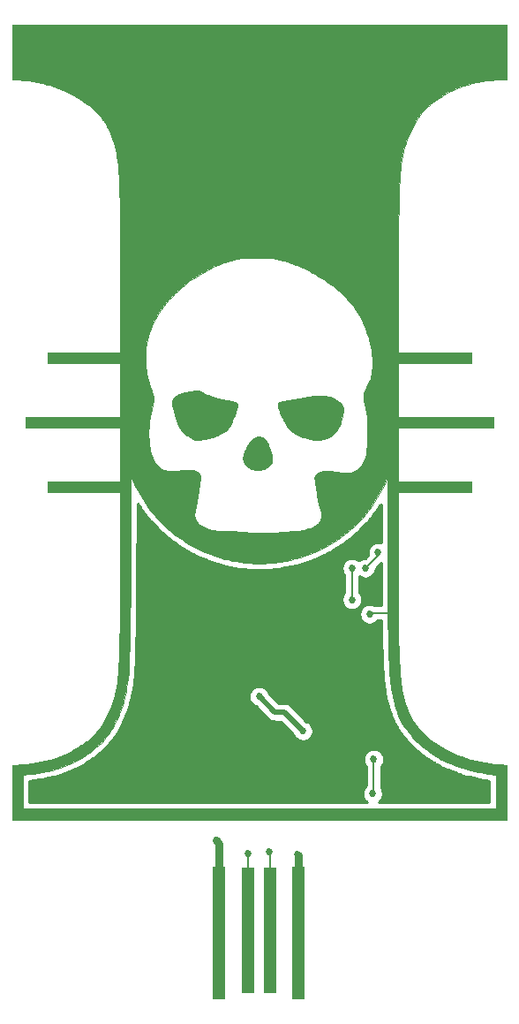
<source format=gbr>
G04 #@! TF.GenerationSoftware,KiCad,Pcbnew,(5.1.8)-1*
G04 #@! TF.CreationDate,2021-05-02T00:16:01-04:00*
G04 #@! TF.ProjectId,CryptoRosette,43727970-746f-4526-9f73-657474652e6b,1*
G04 #@! TF.SameCoordinates,Original*
G04 #@! TF.FileFunction,Copper,L1,Top*
G04 #@! TF.FilePolarity,Positive*
%FSLAX46Y46*%
G04 Gerber Fmt 4.6, Leading zero omitted, Abs format (unit mm)*
G04 Created by KiCad (PCBNEW (5.1.8)-1) date 2021-05-02 00:16:01*
%MOMM*%
%LPD*%
G01*
G04 APERTURE LIST*
G04 #@! TA.AperFunction,EtchedComponent*
%ADD10C,0.010000*%
G04 #@! TD*
G04 #@! TA.AperFunction,SMDPad,CuDef*
%ADD11R,1.270000X12.065000*%
G04 #@! TD*
G04 #@! TA.AperFunction,SMDPad,CuDef*
%ADD12R,1.270000X12.700000*%
G04 #@! TD*
G04 #@! TA.AperFunction,ViaPad*
%ADD13C,0.685800*%
G04 #@! TD*
G04 #@! TA.AperFunction,Conductor*
%ADD14C,0.762000*%
G04 #@! TD*
G04 #@! TA.AperFunction,Conductor*
%ADD15C,0.508000*%
G04 #@! TD*
G04 #@! TA.AperFunction,Conductor*
%ADD16C,0.152400*%
G04 #@! TD*
G04 #@! TA.AperFunction,Conductor*
%ADD17C,0.254000*%
G04 #@! TD*
G04 APERTURE END LIST*
D10*
G36*
X177909895Y-41835796D02*
G01*
X177909996Y-42027646D01*
X177910199Y-42225461D01*
X177910496Y-42427372D01*
X177910883Y-42631508D01*
X177911353Y-42835997D01*
X177911899Y-43038968D01*
X177912515Y-43238551D01*
X177913195Y-43432874D01*
X177913934Y-43620066D01*
X177914723Y-43798256D01*
X177915558Y-43965574D01*
X177916432Y-44120148D01*
X177917339Y-44260107D01*
X177918272Y-44383580D01*
X177918504Y-44411074D01*
X177919598Y-44544126D01*
X177920549Y-44672497D01*
X177921354Y-44794857D01*
X177922008Y-44909873D01*
X177922506Y-45016216D01*
X177922846Y-45112553D01*
X177923022Y-45197553D01*
X177923031Y-45269886D01*
X177922868Y-45328221D01*
X177922529Y-45371225D01*
X177922010Y-45397569D01*
X177921599Y-45404935D01*
X177916498Y-45448647D01*
X177741305Y-45454570D01*
X177576345Y-45460262D01*
X177429551Y-45465574D01*
X177300276Y-45470532D01*
X177187874Y-45475164D01*
X177091700Y-45479497D01*
X177011109Y-45483558D01*
X176945454Y-45487373D01*
X176926407Y-45488620D01*
X176455958Y-45528683D01*
X175992835Y-45584581D01*
X175537446Y-45656182D01*
X175090200Y-45743355D01*
X174651504Y-45845970D01*
X174221766Y-45963896D01*
X173801393Y-46097001D01*
X173390794Y-46245156D01*
X172990376Y-46408229D01*
X172600547Y-46586090D01*
X172221715Y-46778608D01*
X171854287Y-46985652D01*
X171498672Y-47207091D01*
X171432481Y-47250776D01*
X171323670Y-47324899D01*
X171204820Y-47408784D01*
X171079806Y-47499531D01*
X170952504Y-47594237D01*
X170826791Y-47690004D01*
X170706542Y-47783929D01*
X170595634Y-47873112D01*
X170544517Y-47915333D01*
X170295684Y-48135185D01*
X170057354Y-48370506D01*
X169829624Y-48621087D01*
X169612590Y-48886723D01*
X169406349Y-49167207D01*
X169210997Y-49462333D01*
X169026630Y-49771893D01*
X168853346Y-50095681D01*
X168691241Y-50433490D01*
X168540410Y-50785115D01*
X168400951Y-51150347D01*
X168272960Y-51528980D01*
X168156533Y-51920808D01*
X168051767Y-52325625D01*
X167958758Y-52743222D01*
X167877603Y-53173395D01*
X167808398Y-53615935D01*
X167778280Y-53842000D01*
X167760231Y-53989334D01*
X167744318Y-54127935D01*
X167730304Y-54260850D01*
X167717952Y-54391127D01*
X167707024Y-54521812D01*
X167697284Y-54655955D01*
X167688494Y-54796601D01*
X167680416Y-54946800D01*
X167672815Y-55109598D01*
X167665452Y-55288043D01*
X167665163Y-55295444D01*
X167656069Y-55532610D01*
X167647382Y-55766962D01*
X167639090Y-55999210D01*
X167631182Y-56230067D01*
X167623649Y-56460244D01*
X167616479Y-56690454D01*
X167609662Y-56921408D01*
X167603186Y-57153818D01*
X167597043Y-57388396D01*
X167591219Y-57625853D01*
X167585706Y-57866903D01*
X167580491Y-58112255D01*
X167575566Y-58362623D01*
X167570918Y-58618718D01*
X167566537Y-58881251D01*
X167562412Y-59150936D01*
X167558533Y-59428483D01*
X167554890Y-59714604D01*
X167551470Y-60010011D01*
X167548264Y-60315417D01*
X167545261Y-60631532D01*
X167542450Y-60959069D01*
X167539820Y-61298739D01*
X167537362Y-61651255D01*
X167535063Y-62017328D01*
X167532914Y-62397669D01*
X167530903Y-62792992D01*
X167529020Y-63204007D01*
X167527255Y-63631427D01*
X167525596Y-64075963D01*
X167524033Y-64538327D01*
X167523453Y-64721667D01*
X167522642Y-64982896D01*
X167521804Y-65252273D01*
X167520945Y-65528302D01*
X167520069Y-65809492D01*
X167519181Y-66094347D01*
X167518285Y-66381375D01*
X167517387Y-66669081D01*
X167516491Y-66955972D01*
X167515601Y-67240555D01*
X167514722Y-67521335D01*
X167513860Y-67796819D01*
X167513018Y-68065513D01*
X167512201Y-68325924D01*
X167511414Y-68576558D01*
X167510662Y-68815922D01*
X167509949Y-69042520D01*
X167509280Y-69254861D01*
X167508660Y-69451450D01*
X167508093Y-69630793D01*
X167508066Y-69639389D01*
X167501881Y-71593778D01*
X174560444Y-71593778D01*
X174560444Y-72058064D01*
X174560322Y-72151947D01*
X174559973Y-72241838D01*
X174559420Y-72325632D01*
X174558689Y-72401228D01*
X174557803Y-72466523D01*
X174556787Y-72519415D01*
X174555664Y-72557799D01*
X174554461Y-72579575D01*
X174554400Y-72580176D01*
X174548357Y-72638000D01*
X167501848Y-72638000D01*
X167508056Y-72941389D01*
X167508626Y-72978796D01*
X167509182Y-73034056D01*
X167509722Y-73106207D01*
X167510243Y-73194288D01*
X167510743Y-73297336D01*
X167511220Y-73414390D01*
X167511672Y-73544488D01*
X167512095Y-73686668D01*
X167512488Y-73839968D01*
X167512848Y-74003427D01*
X167513174Y-74176082D01*
X167513462Y-74356973D01*
X167513711Y-74545136D01*
X167513918Y-74739611D01*
X167514080Y-74939435D01*
X167514196Y-75143647D01*
X167514263Y-75351284D01*
X167514280Y-75514315D01*
X167514296Y-77783852D01*
X176658296Y-77783852D01*
X176658296Y-78818667D01*
X167504889Y-78818667D01*
X167504889Y-83964494D01*
X174555741Y-83969222D01*
X174558580Y-84420778D01*
X174559031Y-84513866D01*
X174559210Y-84603366D01*
X174559130Y-84687076D01*
X174558805Y-84762793D01*
X174558248Y-84828316D01*
X174557472Y-84881442D01*
X174556490Y-84919968D01*
X174555425Y-84940537D01*
X174549432Y-85008741D01*
X167511336Y-85008741D01*
X167517497Y-90330981D01*
X167518173Y-90891170D01*
X167518883Y-91433387D01*
X167519627Y-91957603D01*
X167520405Y-92463788D01*
X167521217Y-92951912D01*
X167522063Y-93421947D01*
X167522942Y-93873863D01*
X167523854Y-94307630D01*
X167524800Y-94723219D01*
X167525779Y-95120601D01*
X167526791Y-95499745D01*
X167527836Y-95860623D01*
X167528914Y-96203204D01*
X167530025Y-96527460D01*
X167531168Y-96833361D01*
X167532344Y-97120877D01*
X167533552Y-97389979D01*
X167534793Y-97640638D01*
X167536066Y-97872824D01*
X167537370Y-98086507D01*
X167538707Y-98281658D01*
X167540076Y-98458248D01*
X167541477Y-98616246D01*
X167542909Y-98755624D01*
X167544372Y-98876353D01*
X167545867Y-98978401D01*
X167547394Y-99061741D01*
X167548951Y-99126343D01*
X167550540Y-99172176D01*
X167551492Y-99190407D01*
X167556305Y-99270533D01*
X167561681Y-99369370D01*
X167567622Y-99486929D01*
X167574128Y-99623223D01*
X167581199Y-99778264D01*
X167588836Y-99952066D01*
X167597040Y-100144639D01*
X167605811Y-100355996D01*
X167613117Y-100535667D01*
X167625001Y-100822615D01*
X167636822Y-101091886D01*
X167648673Y-101344618D01*
X167660649Y-101581948D01*
X167672843Y-101805013D01*
X167685349Y-102014951D01*
X167698260Y-102212900D01*
X167711671Y-102399996D01*
X167725675Y-102577377D01*
X167740366Y-102746181D01*
X167755838Y-102907545D01*
X167772184Y-103062606D01*
X167789499Y-103212502D01*
X167807875Y-103358370D01*
X167827407Y-103501347D01*
X167848189Y-103642571D01*
X167870314Y-103783180D01*
X167891125Y-103908222D01*
X167963150Y-104292414D01*
X168045657Y-104661573D01*
X168138611Y-105015608D01*
X168241980Y-105354431D01*
X168355731Y-105677951D01*
X168479830Y-105986079D01*
X168614244Y-106278723D01*
X168758940Y-106555795D01*
X168913886Y-106817205D01*
X169027272Y-106989148D01*
X169252116Y-107298964D01*
X169492315Y-107597981D01*
X169747757Y-107886115D01*
X170018332Y-108163280D01*
X170303928Y-108429392D01*
X170604433Y-108684366D01*
X170919736Y-108928117D01*
X171249726Y-109160559D01*
X171594291Y-109381609D01*
X171953320Y-109591181D01*
X172326701Y-109789190D01*
X172714322Y-109975552D01*
X173116074Y-110150181D01*
X173243199Y-110201813D01*
X173651728Y-110356076D01*
X174072875Y-110497596D01*
X174505104Y-110626025D01*
X174946880Y-110741017D01*
X175396664Y-110842222D01*
X175852922Y-110929294D01*
X176314116Y-111001884D01*
X176778710Y-111059645D01*
X177208630Y-111099451D01*
X177269446Y-111103997D01*
X177343897Y-111109316D01*
X177426839Y-111115054D01*
X177513125Y-111120859D01*
X177597610Y-111126379D01*
X177648426Y-111129603D01*
X177909481Y-111145936D01*
X177909481Y-116391852D01*
X130552592Y-116391852D01*
X130552360Y-114338685D01*
X130552294Y-114135605D01*
X130552143Y-113933180D01*
X130551912Y-113732569D01*
X130551605Y-113534929D01*
X130551226Y-113341418D01*
X130550780Y-113153193D01*
X130550271Y-112971412D01*
X130549702Y-112797233D01*
X130549080Y-112631813D01*
X130548407Y-112476310D01*
X130547688Y-112331881D01*
X130546927Y-112199685D01*
X130546226Y-112095330D01*
X131518526Y-112095330D01*
X131524733Y-112524387D01*
X131525535Y-112589811D01*
X131526307Y-112672331D01*
X131527042Y-112770231D01*
X131527734Y-112881792D01*
X131528377Y-113005297D01*
X131528963Y-113139028D01*
X131529487Y-113281268D01*
X131529941Y-113430298D01*
X131530320Y-113584400D01*
X131530615Y-113741858D01*
X131530822Y-113900953D01*
X131530934Y-114059967D01*
X131530952Y-114150537D01*
X131530963Y-115347630D01*
X176931111Y-115347630D01*
X176931111Y-113719853D01*
X176931087Y-113507236D01*
X176931010Y-113312730D01*
X176930876Y-113135632D01*
X176930679Y-112975236D01*
X176930415Y-112830840D01*
X176930078Y-112701740D01*
X176929664Y-112587231D01*
X176929167Y-112486610D01*
X176928582Y-112399174D01*
X176927904Y-112324217D01*
X176927128Y-112261037D01*
X176926249Y-112208929D01*
X176925262Y-112167190D01*
X176924162Y-112135116D01*
X176922943Y-112112003D01*
X176921601Y-112097147D01*
X176920131Y-112089845D01*
X176919352Y-112088807D01*
X176906892Y-112086960D01*
X176878577Y-112083614D01*
X176837279Y-112079081D01*
X176785871Y-112073673D01*
X176727224Y-112067702D01*
X176700630Y-112065052D01*
X176405055Y-112032151D01*
X176101026Y-111991337D01*
X175791444Y-111943216D01*
X175479215Y-111888394D01*
X175167240Y-111827475D01*
X174858424Y-111761066D01*
X174555670Y-111689772D01*
X174261881Y-111614197D01*
X173979961Y-111534949D01*
X173712813Y-111452631D01*
X173624407Y-111423565D01*
X173469936Y-111371583D01*
X173330883Y-111324073D01*
X173204657Y-111280067D01*
X173088665Y-111238599D01*
X172980314Y-111198702D01*
X172877012Y-111159410D01*
X172776165Y-111119756D01*
X172675182Y-111078773D01*
X172571469Y-111035494D01*
X172486111Y-110999135D01*
X172299120Y-110916557D01*
X172105583Y-110826764D01*
X171910869Y-110732390D01*
X171720345Y-110636070D01*
X171539380Y-110540439D01*
X171437185Y-110484243D01*
X171373283Y-110447725D01*
X171296792Y-110402712D01*
X171210797Y-110351111D01*
X171118385Y-110294836D01*
X171022639Y-110235795D01*
X170926646Y-110175900D01*
X170833491Y-110117061D01*
X170746260Y-110061188D01*
X170668037Y-110010193D01*
X170619745Y-109978053D01*
X170328121Y-109773150D01*
X170044007Y-109556288D01*
X169768366Y-109328536D01*
X169502156Y-109090962D01*
X169246339Y-108844635D01*
X169001874Y-108590621D01*
X168769724Y-108329990D01*
X168550846Y-108063809D01*
X168346204Y-107793148D01*
X168156756Y-107519073D01*
X167983463Y-107242653D01*
X167827286Y-106964956D01*
X167720750Y-106753963D01*
X167566682Y-106414053D01*
X167425697Y-106063665D01*
X167297622Y-105702197D01*
X167182279Y-105329043D01*
X167079493Y-104943603D01*
X166989088Y-104545272D01*
X166910887Y-104133446D01*
X166856526Y-103790630D01*
X166835687Y-103642732D01*
X166816174Y-103494740D01*
X166797899Y-103345427D01*
X166780774Y-103193564D01*
X166764708Y-103037925D01*
X166749615Y-102877281D01*
X166735405Y-102710404D01*
X166721989Y-102536068D01*
X166709280Y-102353044D01*
X166697188Y-102160106D01*
X166685626Y-101956024D01*
X166674503Y-101739572D01*
X166663732Y-101509522D01*
X166653225Y-101264647D01*
X166642891Y-101003718D01*
X166632644Y-100725509D01*
X166630091Y-100653259D01*
X166623262Y-100461498D01*
X166616583Y-100279731D01*
X166610093Y-100108922D01*
X166603833Y-99950038D01*
X166597844Y-99804043D01*
X166592166Y-99671904D01*
X166586840Y-99554586D01*
X166581906Y-99453054D01*
X166577406Y-99368274D01*
X166573379Y-99301212D01*
X166572895Y-99293889D01*
X166571568Y-99267191D01*
X166570262Y-99226990D01*
X166568976Y-99173124D01*
X166567709Y-99105430D01*
X166566462Y-99023745D01*
X166565233Y-98927907D01*
X166564021Y-98817752D01*
X166562826Y-98693118D01*
X166561648Y-98553843D01*
X166560485Y-98399762D01*
X166559338Y-98230714D01*
X166558204Y-98046536D01*
X166557085Y-97847065D01*
X166555978Y-97632139D01*
X166554884Y-97401593D01*
X166553802Y-97155267D01*
X166552731Y-96892997D01*
X166551671Y-96614619D01*
X166550620Y-96319973D01*
X166549578Y-96008894D01*
X166548545Y-95681219D01*
X166547520Y-95336787D01*
X166546502Y-94975435D01*
X166545490Y-94596999D01*
X166544485Y-94201317D01*
X166543485Y-93788226D01*
X166542489Y-93357563D01*
X166541498Y-92909166D01*
X166540509Y-92442871D01*
X166539524Y-91958517D01*
X166538540Y-91455940D01*
X166537558Y-90934978D01*
X166536577Y-90395467D01*
X166535951Y-90041704D01*
X166535366Y-89708496D01*
X166534782Y-89379096D01*
X166534202Y-89054043D01*
X166533626Y-88733878D01*
X166533056Y-88419140D01*
X166532492Y-88110369D01*
X166531935Y-87808104D01*
X166531387Y-87512886D01*
X166530848Y-87225254D01*
X166530321Y-86945748D01*
X166529805Y-86674907D01*
X166529301Y-86413272D01*
X166528812Y-86161382D01*
X166528338Y-85919778D01*
X166527879Y-85688997D01*
X166527438Y-85469582D01*
X166527015Y-85262070D01*
X166526611Y-85067003D01*
X166526228Y-84884919D01*
X166525865Y-84716359D01*
X166525526Y-84561862D01*
X166525210Y-84421968D01*
X166524918Y-84297217D01*
X166524652Y-84188148D01*
X166524413Y-84095302D01*
X166524202Y-84019217D01*
X166524020Y-83960435D01*
X166523867Y-83919494D01*
X166523767Y-83899898D01*
X166521815Y-83604797D01*
X166452227Y-83768195D01*
X166248482Y-84222672D01*
X166028105Y-84668553D01*
X165791419Y-85105398D01*
X165538745Y-85532769D01*
X165270407Y-85950225D01*
X164986726Y-86357329D01*
X164688025Y-86753640D01*
X164374627Y-87138720D01*
X164046854Y-87512128D01*
X163705029Y-87873427D01*
X163349473Y-88222177D01*
X162980510Y-88557938D01*
X162857630Y-88664305D01*
X162473711Y-88980254D01*
X162079064Y-89280901D01*
X161674177Y-89566025D01*
X161259538Y-89835406D01*
X160835634Y-90088822D01*
X160402955Y-90326052D01*
X159961987Y-90546875D01*
X159513219Y-90751069D01*
X159057138Y-90938413D01*
X158594233Y-91108687D01*
X158124990Y-91261668D01*
X157649899Y-91397136D01*
X157169447Y-91514870D01*
X156684123Y-91614648D01*
X156194413Y-91696249D01*
X156158562Y-91701480D01*
X155952992Y-91729565D01*
X155746412Y-91754440D01*
X155534762Y-91776518D01*
X155313985Y-91796208D01*
X155080021Y-91813924D01*
X154988333Y-91820124D01*
X154918208Y-91823919D01*
X154832184Y-91827260D01*
X154733171Y-91830124D01*
X154624080Y-91832490D01*
X154507822Y-91834335D01*
X154387307Y-91835638D01*
X154265446Y-91836374D01*
X154145150Y-91836524D01*
X154029329Y-91836063D01*
X153920893Y-91834971D01*
X153822755Y-91833224D01*
X153737823Y-91830801D01*
X153713630Y-91829867D01*
X153269428Y-91805027D01*
X152836753Y-91767765D01*
X152412632Y-91717646D01*
X151994092Y-91654239D01*
X151578161Y-91577111D01*
X151161867Y-91485829D01*
X150891407Y-91419148D01*
X150414505Y-91286900D01*
X149943741Y-91137002D01*
X149479587Y-90969744D01*
X149022514Y-90785415D01*
X148572993Y-90584307D01*
X148131494Y-90366710D01*
X147698489Y-90132913D01*
X147274449Y-89883207D01*
X146859844Y-89617882D01*
X146455145Y-89337229D01*
X146060824Y-89041538D01*
X145677352Y-88731099D01*
X145305198Y-88406202D01*
X144944836Y-88067138D01*
X144596734Y-87714197D01*
X144261365Y-87347669D01*
X144233129Y-87315518D01*
X143910110Y-86932289D01*
X143602400Y-86538130D01*
X143310098Y-86133192D01*
X143033304Y-85717621D01*
X142772120Y-85291568D01*
X142526645Y-84855180D01*
X142364656Y-84544516D01*
X142305648Y-84426522D01*
X142250489Y-84313645D01*
X142197726Y-84202687D01*
X142145906Y-84090448D01*
X142093575Y-83973727D01*
X142039282Y-83849326D01*
X141981573Y-83714045D01*
X141918995Y-83564685D01*
X141911184Y-83545889D01*
X141879929Y-83470630D01*
X141879530Y-85921259D01*
X141879340Y-86478576D01*
X141878957Y-87030694D01*
X141878382Y-87577095D01*
X141877618Y-88117263D01*
X141876669Y-88650680D01*
X141875537Y-89176831D01*
X141874226Y-89695197D01*
X141872737Y-90205262D01*
X141871075Y-90706510D01*
X141869241Y-91198422D01*
X141867240Y-91680483D01*
X141865073Y-92152175D01*
X141862743Y-92612981D01*
X141860254Y-93062384D01*
X141857609Y-93499868D01*
X141854810Y-93924915D01*
X141851861Y-94337009D01*
X141848763Y-94735632D01*
X141845521Y-95120268D01*
X141842136Y-95490400D01*
X141838613Y-95845510D01*
X141834953Y-96185082D01*
X141831160Y-96508599D01*
X141827236Y-96815544D01*
X141823185Y-97105400D01*
X141819010Y-97377651D01*
X141814713Y-97631778D01*
X141813234Y-97713444D01*
X141808691Y-97950999D01*
X141803761Y-98192109D01*
X141798478Y-98435767D01*
X141792872Y-98680963D01*
X141786976Y-98926690D01*
X141780823Y-99171939D01*
X141774444Y-99415702D01*
X141767871Y-99656971D01*
X141761137Y-99894738D01*
X141754274Y-100127993D01*
X141747314Y-100355730D01*
X141740289Y-100576939D01*
X141733231Y-100790612D01*
X141726172Y-100995741D01*
X141719145Y-101191318D01*
X141712181Y-101376334D01*
X141705313Y-101549781D01*
X141698573Y-101710651D01*
X141691993Y-101857936D01*
X141685605Y-101990626D01*
X141679442Y-102107715D01*
X141673534Y-102208193D01*
X141667916Y-102291052D01*
X141666919Y-102304259D01*
X141622742Y-102788538D01*
X141565577Y-103261838D01*
X141495513Y-103723874D01*
X141412635Y-104174363D01*
X141317029Y-104613019D01*
X141208784Y-105039558D01*
X141087986Y-105453697D01*
X140954721Y-105855151D01*
X140809075Y-106243635D01*
X140651137Y-106618865D01*
X140480992Y-106980558D01*
X140298728Y-107328428D01*
X140104430Y-107662191D01*
X139965841Y-107880397D01*
X139755152Y-108185328D01*
X139533977Y-108475112D01*
X139301262Y-108750883D01*
X139055950Y-109013777D01*
X138796988Y-109264928D01*
X138523320Y-109505469D01*
X138252555Y-109722277D01*
X138068578Y-109861787D01*
X137895996Y-109989537D01*
X137732721Y-110106894D01*
X137576668Y-110215221D01*
X137425749Y-110315885D01*
X137277877Y-110410249D01*
X137130965Y-110499679D01*
X136982926Y-110585539D01*
X136831674Y-110669194D01*
X136689392Y-110744602D01*
X136311853Y-110932038D01*
X135927279Y-111105243D01*
X135535013Y-111264393D01*
X135134394Y-111409661D01*
X134724763Y-111541222D01*
X134305461Y-111659250D01*
X133875829Y-111763921D01*
X133435207Y-111855407D01*
X132982937Y-111933884D01*
X132518359Y-111999526D01*
X132040813Y-112052507D01*
X131607059Y-112088960D01*
X131518526Y-112095330D01*
X130546226Y-112095330D01*
X130546128Y-112080878D01*
X130545297Y-111976618D01*
X130544436Y-111888063D01*
X130543551Y-111816371D01*
X130542931Y-111777518D01*
X130541279Y-111679318D01*
X130539937Y-111585070D01*
X130538915Y-111496777D01*
X130538227Y-111416440D01*
X130537884Y-111346061D01*
X130537898Y-111287640D01*
X130538281Y-111243181D01*
X130539046Y-111214683D01*
X130539488Y-111207915D01*
X130545242Y-111146312D01*
X130913454Y-111134761D01*
X131002477Y-111131845D01*
X131092090Y-111128682D01*
X131179023Y-111125405D01*
X131260006Y-111122145D01*
X131331770Y-111119032D01*
X131391045Y-111116199D01*
X131432185Y-111113924D01*
X131904151Y-111076901D01*
X132368048Y-111024625D01*
X132823504Y-110957218D01*
X133270148Y-110874800D01*
X133707607Y-110777494D01*
X134135509Y-110665420D01*
X134553483Y-110538699D01*
X134961156Y-110397454D01*
X135358158Y-110241804D01*
X135744115Y-110071872D01*
X136118656Y-109887779D01*
X136481409Y-109689646D01*
X136832002Y-109477594D01*
X137170064Y-109251745D01*
X137194222Y-109234735D01*
X137260442Y-109187159D01*
X137337961Y-109130147D01*
X137423516Y-109066177D01*
X137513845Y-108997729D01*
X137605685Y-108927280D01*
X137695773Y-108857309D01*
X137780845Y-108790294D01*
X137811340Y-108765991D01*
X138065165Y-108550942D01*
X138308083Y-108320630D01*
X138540027Y-108075172D01*
X138760927Y-107814684D01*
X138970716Y-107539283D01*
X139169326Y-107249085D01*
X139356687Y-106944207D01*
X139532732Y-106624765D01*
X139697393Y-106290876D01*
X139850602Y-105942656D01*
X139992289Y-105580223D01*
X140122388Y-105203691D01*
X140240829Y-104813179D01*
X140336409Y-104453852D01*
X140425100Y-104072222D01*
X140502842Y-103682554D01*
X140569960Y-103282884D01*
X140626778Y-102871249D01*
X140673624Y-102445687D01*
X140679712Y-102381589D01*
X140687023Y-102294649D01*
X140694484Y-102189681D01*
X140702069Y-102067468D01*
X140709755Y-101928797D01*
X140717519Y-101774453D01*
X140725338Y-101605220D01*
X140733188Y-101421884D01*
X140741045Y-101225230D01*
X140748887Y-101016042D01*
X140756689Y-100795107D01*
X140764428Y-100563209D01*
X140772081Y-100321134D01*
X140779624Y-100069665D01*
X140787034Y-99809590D01*
X140794287Y-99541692D01*
X140801360Y-99266757D01*
X140808229Y-98985570D01*
X140814871Y-98698917D01*
X140821263Y-98407581D01*
X140827381Y-98112349D01*
X140833201Y-97814005D01*
X140838700Y-97513335D01*
X140843855Y-97211124D01*
X140848642Y-96908157D01*
X140853038Y-96605218D01*
X140853645Y-96561037D01*
X140855872Y-96388616D01*
X140858094Y-96198286D01*
X140860305Y-95990949D01*
X140862502Y-95767513D01*
X140864681Y-95528880D01*
X140866837Y-95275956D01*
X140868966Y-95009646D01*
X140871064Y-94730854D01*
X140873125Y-94440486D01*
X140875147Y-94139445D01*
X140877124Y-93828636D01*
X140879053Y-93508965D01*
X140880928Y-93181336D01*
X140882747Y-92846653D01*
X140884503Y-92505822D01*
X140886194Y-92159747D01*
X140887814Y-91809334D01*
X140889360Y-91455485D01*
X140890827Y-91099107D01*
X140892210Y-90741105D01*
X140893506Y-90382382D01*
X140894710Y-90023844D01*
X140895818Y-89666395D01*
X140896825Y-89310940D01*
X140897728Y-88958384D01*
X140898521Y-88609631D01*
X140899201Y-88265587D01*
X140899763Y-87927156D01*
X140900203Y-87595242D01*
X140900517Y-87270751D01*
X140900700Y-86954587D01*
X140900749Y-86690315D01*
X140900741Y-85008741D01*
X133901630Y-85008741D01*
X133901630Y-84544454D01*
X133901751Y-84450571D01*
X133902101Y-84360681D01*
X133902653Y-84276886D01*
X133903385Y-84201290D01*
X133904271Y-84135995D01*
X133905287Y-84083104D01*
X133906409Y-84044719D01*
X133907613Y-84022944D01*
X133907673Y-84022343D01*
X133913717Y-83964518D01*
X140900741Y-83964518D01*
X140900741Y-78818667D01*
X131803778Y-78818667D01*
X131803778Y-77783852D01*
X140900741Y-77783852D01*
X140900741Y-72638025D01*
X137403537Y-72635661D01*
X133906333Y-72633296D01*
X133903494Y-72181741D01*
X133903186Y-72117971D01*
X143294935Y-72117971D01*
X143295672Y-72230727D01*
X143297178Y-72341465D01*
X143299439Y-72447211D01*
X143302445Y-72544991D01*
X143306183Y-72631832D01*
X143310640Y-72704761D01*
X143312048Y-72722667D01*
X143344964Y-73055298D01*
X143387397Y-73375213D01*
X143440170Y-73686169D01*
X143504102Y-73991923D01*
X143580014Y-74296231D01*
X143668727Y-74602848D01*
X143771063Y-74915533D01*
X143823902Y-75065111D01*
X143869964Y-75193186D01*
X143909805Y-75305541D01*
X143943856Y-75404059D01*
X143972544Y-75490621D01*
X143996300Y-75567109D01*
X144015551Y-75635404D01*
X144030727Y-75697388D01*
X144042258Y-75754943D01*
X144050571Y-75809950D01*
X144056097Y-75864291D01*
X144059263Y-75919848D01*
X144060500Y-75978502D01*
X144060236Y-76042134D01*
X144059245Y-76097287D01*
X144057472Y-76164032D01*
X144054977Y-76223107D01*
X144051320Y-76277466D01*
X144046060Y-76330063D01*
X144038755Y-76383851D01*
X144028966Y-76441783D01*
X144016252Y-76506813D01*
X144000171Y-76581894D01*
X143980284Y-76669981D01*
X143961980Y-76749037D01*
X143913484Y-76959340D01*
X143869890Y-77153335D01*
X143830892Y-77332792D01*
X143796186Y-77499482D01*
X143765465Y-77655177D01*
X143738424Y-77801646D01*
X143714758Y-77940662D01*
X143694161Y-78073995D01*
X143676327Y-78203417D01*
X143660952Y-78330698D01*
X143647729Y-78457609D01*
X143636354Y-78585921D01*
X143629324Y-78677556D01*
X143619541Y-78837849D01*
X143612316Y-79009700D01*
X143607639Y-79189387D01*
X143605500Y-79373184D01*
X143605886Y-79557368D01*
X143608789Y-79738216D01*
X143614197Y-79912004D01*
X143622099Y-80075008D01*
X143632484Y-80223504D01*
X143633812Y-80239185D01*
X143664445Y-80528847D01*
X143704970Y-80802513D01*
X143755389Y-81060196D01*
X143815709Y-81301909D01*
X143885933Y-81527665D01*
X143966066Y-81737475D01*
X144056112Y-81931353D01*
X144156076Y-82109311D01*
X144265963Y-82271363D01*
X144385777Y-82417519D01*
X144432591Y-82467537D01*
X144561791Y-82588771D01*
X144698447Y-82693611D01*
X144843419Y-82782464D01*
X144997566Y-82855737D01*
X145161745Y-82913835D01*
X145336815Y-82957166D01*
X145523634Y-82986135D01*
X145529185Y-82986760D01*
X145583871Y-82991253D01*
X145653245Y-82994495D01*
X145733221Y-82996488D01*
X145819714Y-82997233D01*
X145908637Y-82996731D01*
X145995907Y-82994983D01*
X146077436Y-82991991D01*
X146149140Y-82987755D01*
X146164185Y-82986574D01*
X146195776Y-82983853D01*
X146228190Y-82980825D01*
X146263178Y-82977280D01*
X146302490Y-82973008D01*
X146347878Y-82967800D01*
X146401092Y-82961445D01*
X146463883Y-82953735D01*
X146538003Y-82944459D01*
X146625201Y-82933408D01*
X146727229Y-82920372D01*
X146845838Y-82905141D01*
X146869741Y-82902066D01*
X147005217Y-82886025D01*
X147127944Y-82874617D01*
X147243306Y-82867461D01*
X147356685Y-82864172D01*
X147406846Y-82863852D01*
X147558889Y-82867542D01*
X147696762Y-82879049D01*
X147823694Y-82899027D01*
X147942914Y-82928131D01*
X148057650Y-82967015D01*
X148171131Y-83016335D01*
X148179947Y-83020603D01*
X148233003Y-83047708D01*
X148274815Y-83072645D01*
X148311785Y-83099775D01*
X148350314Y-83133460D01*
X148362833Y-83145211D01*
X148439660Y-83218121D01*
X148422715Y-83271994D01*
X148414463Y-83301291D01*
X148410223Y-83322728D01*
X148410556Y-83330655D01*
X148415813Y-83325285D01*
X148424394Y-83306422D01*
X148431650Y-83286344D01*
X148447957Y-83237246D01*
X148470195Y-83273975D01*
X148504563Y-83346442D01*
X148529154Y-83433068D01*
X148543719Y-83531789D01*
X148548010Y-83640541D01*
X148541779Y-83757259D01*
X148535184Y-83814000D01*
X148527708Y-83869005D01*
X148519111Y-83932185D01*
X148510817Y-83993072D01*
X148507655Y-84016259D01*
X148503454Y-84047346D01*
X148497119Y-84094620D01*
X148488977Y-84155616D01*
X148479357Y-84227870D01*
X148468587Y-84308915D01*
X148456995Y-84396287D01*
X148444909Y-84487520D01*
X148436314Y-84552481D01*
X148413296Y-84725603D01*
X148392178Y-84882085D01*
X148372618Y-85023968D01*
X148354271Y-85153291D01*
X148336793Y-85272096D01*
X148319840Y-85382423D01*
X148303069Y-85486313D01*
X148286135Y-85585805D01*
X148268694Y-85682941D01*
X148250403Y-85779761D01*
X148230917Y-85878305D01*
X148209893Y-85980614D01*
X148186987Y-86088728D01*
X148161855Y-86204688D01*
X148144557Y-86283444D01*
X148109936Y-86442921D01*
X148080232Y-86585825D01*
X148055355Y-86713720D01*
X148035218Y-86828171D01*
X148019730Y-86930740D01*
X148008801Y-87022993D01*
X148002343Y-87106492D01*
X148000266Y-87182802D01*
X148002481Y-87253486D01*
X148008897Y-87320108D01*
X148019426Y-87384232D01*
X148033978Y-87447423D01*
X148052465Y-87511243D01*
X148071158Y-87567022D01*
X148127140Y-87699427D01*
X148198968Y-87823752D01*
X148286851Y-87940166D01*
X148390998Y-88048837D01*
X148511617Y-88149934D01*
X148648918Y-88243626D01*
X148803110Y-88330081D01*
X148974401Y-88409467D01*
X149162999Y-88481953D01*
X149235704Y-88506565D01*
X149362125Y-88546211D01*
X149489693Y-88582968D01*
X149614234Y-88615756D01*
X149731574Y-88643499D01*
X149837539Y-88665118D01*
X149875407Y-88671745D01*
X149940209Y-88681373D01*
X150012643Y-88690011D01*
X150094135Y-88697745D01*
X150186111Y-88704661D01*
X150289997Y-88710846D01*
X150407219Y-88716385D01*
X150539203Y-88721367D01*
X150687373Y-88725876D01*
X150825555Y-88729366D01*
X151002414Y-88733543D01*
X151161866Y-88737455D01*
X151305315Y-88741178D01*
X151434166Y-88744786D01*
X151549824Y-88748356D01*
X151653694Y-88751962D01*
X151747181Y-88755680D01*
X151831688Y-88759584D01*
X151908620Y-88763751D01*
X151979383Y-88768255D01*
X152045381Y-88773171D01*
X152108018Y-88778576D01*
X152168700Y-88784544D01*
X152228830Y-88791150D01*
X152289814Y-88798470D01*
X152353056Y-88806579D01*
X152410704Y-88814292D01*
X152472943Y-88822570D01*
X152530350Y-88829734D01*
X152584976Y-88835898D01*
X152638874Y-88841172D01*
X152694094Y-88845668D01*
X152752690Y-88849496D01*
X152816714Y-88852770D01*
X152888216Y-88855599D01*
X152969251Y-88858095D01*
X153061869Y-88860371D01*
X153168122Y-88862536D01*
X153290063Y-88864703D01*
X153360852Y-88865876D01*
X153526409Y-88868757D01*
X153674663Y-88871754D01*
X153807123Y-88874925D01*
X153925300Y-88878333D01*
X154030704Y-88882036D01*
X154124847Y-88886095D01*
X154209239Y-88890571D01*
X154285391Y-88895523D01*
X154354812Y-88901011D01*
X154419015Y-88907097D01*
X154433632Y-88908633D01*
X154496325Y-88914965D01*
X154566477Y-88921440D01*
X154635052Y-88927254D01*
X154687632Y-88931234D01*
X154746693Y-88934157D01*
X154821017Y-88935991D01*
X154907086Y-88936792D01*
X155001380Y-88936615D01*
X155100383Y-88935512D01*
X155200576Y-88933541D01*
X155298442Y-88930754D01*
X155390462Y-88927207D01*
X155473119Y-88922955D01*
X155542894Y-88918052D01*
X155544537Y-88917913D01*
X155599314Y-88913012D01*
X155668467Y-88906413D01*
X155747681Y-88898553D01*
X155832636Y-88889868D01*
X155919018Y-88880792D01*
X156002507Y-88871761D01*
X156010203Y-88870914D01*
X156142959Y-88856499D01*
X156267192Y-88843539D01*
X156386506Y-88831715D01*
X156504508Y-88820707D01*
X156624802Y-88810196D01*
X156750994Y-88799862D01*
X156886690Y-88789386D01*
X157035494Y-88778447D01*
X157128518Y-88771816D01*
X157274158Y-88761442D01*
X157403078Y-88752055D01*
X157517339Y-88743485D01*
X157619002Y-88735560D01*
X157710127Y-88728110D01*
X157792774Y-88720964D01*
X157869003Y-88713951D01*
X157940874Y-88706901D01*
X158010448Y-88699642D01*
X158045741Y-88695802D01*
X158291977Y-88664006D01*
X158521440Y-88624673D01*
X158734676Y-88577619D01*
X158932231Y-88522659D01*
X159114651Y-88459609D01*
X159282482Y-88388284D01*
X159436271Y-88308500D01*
X159576562Y-88220072D01*
X159678432Y-88143799D01*
X159787567Y-88046365D01*
X159888735Y-87937647D01*
X159978993Y-87821318D01*
X160055395Y-87701049D01*
X160095950Y-87623098D01*
X160117313Y-87576919D01*
X160134056Y-87536889D01*
X160146682Y-87499783D01*
X160155693Y-87462378D01*
X160161591Y-87421448D01*
X160164879Y-87373769D01*
X160166060Y-87316116D01*
X160165636Y-87245264D01*
X160164590Y-87182690D01*
X160163273Y-87115681D01*
X160161740Y-87059664D01*
X160159441Y-87011713D01*
X160155824Y-86968903D01*
X160150338Y-86928307D01*
X160142434Y-86887000D01*
X160131558Y-86842056D01*
X160117162Y-86790548D01*
X160098693Y-86729550D01*
X160075601Y-86656138D01*
X160050750Y-86578100D01*
X160014195Y-86462468D01*
X159981502Y-86356604D01*
X159952197Y-86258338D01*
X159925808Y-86165498D01*
X159901860Y-86075914D01*
X159879881Y-85987413D01*
X159859397Y-85897825D01*
X159839934Y-85804978D01*
X159821020Y-85706701D01*
X159802180Y-85600823D01*
X159782942Y-85485173D01*
X159762831Y-85357580D01*
X159741375Y-85215872D01*
X159718100Y-85057877D01*
X159715716Y-85041518D01*
X159700830Y-84939913D01*
X159684446Y-84829104D01*
X159667279Y-84713865D01*
X159650044Y-84598969D01*
X159633457Y-84489188D01*
X159618233Y-84389295D01*
X159607143Y-84317296D01*
X159588029Y-84193361D01*
X159571791Y-84086410D01*
X159558251Y-83994863D01*
X159547232Y-83917139D01*
X159538555Y-83851657D01*
X159532044Y-83796837D01*
X159527520Y-83751098D01*
X159524806Y-83712859D01*
X159523724Y-83680540D01*
X159524097Y-83652559D01*
X159525746Y-83627336D01*
X159527626Y-83609980D01*
X159539734Y-83552456D01*
X159590048Y-83552456D01*
X159594287Y-83554575D01*
X159604125Y-83544523D01*
X159612354Y-83531254D01*
X159616898Y-83517071D01*
X159613915Y-83512963D01*
X159604463Y-83520572D01*
X159594698Y-83537081D01*
X159590048Y-83552456D01*
X159539734Y-83552456D01*
X159549247Y-83507265D01*
X159571874Y-83451236D01*
X159616787Y-83451236D01*
X159623843Y-83448961D01*
X159626925Y-83446497D01*
X159638475Y-83430185D01*
X159640296Y-83421885D01*
X159636728Y-83412576D01*
X159628775Y-83416951D01*
X159620569Y-83431919D01*
X159618653Y-83438095D01*
X159616787Y-83451236D01*
X159571874Y-83451236D01*
X159587255Y-83413151D01*
X159641246Y-83327749D01*
X159710816Y-83251167D01*
X159795562Y-83183517D01*
X159895080Y-83124908D01*
X160008967Y-83075450D01*
X160136820Y-83035253D01*
X160278235Y-83004429D01*
X160432808Y-82983085D01*
X160600135Y-82971333D01*
X160779815Y-82969283D01*
X160971442Y-82977044D01*
X161174614Y-82994727D01*
X161388926Y-83022442D01*
X161571502Y-83052516D01*
X161722255Y-83079061D01*
X161856945Y-83101494D01*
X161977812Y-83120076D01*
X162087092Y-83135068D01*
X162187024Y-83146733D01*
X162279845Y-83155331D01*
X162367793Y-83161125D01*
X162453105Y-83164377D01*
X162536585Y-83165348D01*
X162711233Y-83159409D01*
X162873861Y-83141374D01*
X163027379Y-83110599D01*
X163174695Y-83066443D01*
X163318715Y-83008264D01*
X163379741Y-82979082D01*
X163531224Y-82892939D01*
X163674185Y-82790606D01*
X163807945Y-82672996D01*
X163931824Y-82541023D01*
X164045142Y-82395599D01*
X164147221Y-82237638D01*
X164237380Y-82068052D01*
X164314941Y-81887754D01*
X164379222Y-81697658D01*
X164405874Y-81600394D01*
X164426559Y-81515488D01*
X164445310Y-81431006D01*
X164462254Y-81345539D01*
X164477520Y-81257680D01*
X164491236Y-81166022D01*
X164503529Y-81069158D01*
X164514529Y-80965679D01*
X164524363Y-80854178D01*
X164533159Y-80733247D01*
X164541046Y-80601480D01*
X164548151Y-80457469D01*
X164554602Y-80299805D01*
X164560529Y-80127083D01*
X164566058Y-79937893D01*
X164569591Y-79801741D01*
X164575296Y-79561032D01*
X164579932Y-79337828D01*
X164583409Y-79130843D01*
X164585638Y-78938791D01*
X164586528Y-78760389D01*
X164585991Y-78594349D01*
X164583937Y-78439388D01*
X164580276Y-78294221D01*
X164574919Y-78157561D01*
X164567776Y-78028124D01*
X164558759Y-77904625D01*
X164547776Y-77785779D01*
X164534739Y-77670299D01*
X164519558Y-77556903D01*
X164502145Y-77444303D01*
X164482408Y-77331215D01*
X164460258Y-77216354D01*
X164435607Y-77098435D01*
X164408365Y-76976172D01*
X164378441Y-76848280D01*
X164357906Y-76763148D01*
X164328572Y-76642473D01*
X164303424Y-76538172D01*
X164282124Y-76448356D01*
X164264331Y-76371135D01*
X164249706Y-76304622D01*
X164237908Y-76246928D01*
X164228599Y-76196163D01*
X164221437Y-76150440D01*
X164216083Y-76107870D01*
X164212198Y-76066563D01*
X164209441Y-76024632D01*
X164207473Y-75980188D01*
X164205953Y-75931341D01*
X164205558Y-75916481D01*
X164204605Y-75800987D01*
X164208434Y-75700380D01*
X164217402Y-75611261D01*
X164231867Y-75530230D01*
X164252187Y-75453888D01*
X164255277Y-75444133D01*
X164275393Y-75389648D01*
X164304411Y-75322333D01*
X164340900Y-75245083D01*
X164383431Y-75160790D01*
X164430570Y-75072349D01*
X164480889Y-74982652D01*
X164498561Y-74952222D01*
X164595138Y-74780617D01*
X164678633Y-74616779D01*
X164750604Y-74456659D01*
X164812615Y-74296211D01*
X164866224Y-74131386D01*
X164912993Y-73958139D01*
X164954483Y-73772420D01*
X164955588Y-73766978D01*
X165010143Y-73451878D01*
X165047723Y-73129187D01*
X165068362Y-72799362D01*
X165072093Y-72462859D01*
X165058949Y-72120134D01*
X165028961Y-71771646D01*
X164982163Y-71417849D01*
X164918589Y-71059202D01*
X164838270Y-70696160D01*
X164741239Y-70329179D01*
X164697932Y-70181973D01*
X164608724Y-69901918D01*
X164509757Y-69618177D01*
X164402749Y-69335091D01*
X164289414Y-69056999D01*
X164171468Y-68788241D01*
X164050626Y-68533156D01*
X164028686Y-68489002D01*
X163856394Y-68161368D01*
X163673678Y-67846414D01*
X163479393Y-67542606D01*
X163272394Y-67248410D01*
X163051534Y-66962293D01*
X162815670Y-66682720D01*
X162563654Y-66408156D01*
X162294343Y-66137069D01*
X162217926Y-66063712D01*
X162042223Y-65899835D01*
X161866010Y-65741979D01*
X161687555Y-65588837D01*
X161505125Y-65439106D01*
X161316989Y-65291479D01*
X161121413Y-65144651D01*
X160916665Y-64997316D01*
X160701013Y-64848170D01*
X160472725Y-64695906D01*
X160230067Y-64539220D01*
X160016592Y-64404929D01*
X159782776Y-64260626D01*
X159562179Y-64127111D01*
X159353196Y-64003584D01*
X159154222Y-63889245D01*
X158963653Y-63783295D01*
X158779885Y-63684933D01*
X158601311Y-63593361D01*
X158426328Y-63507779D01*
X158253332Y-63427387D01*
X158080716Y-63351386D01*
X157906877Y-63278976D01*
X157730210Y-63209357D01*
X157549110Y-63141731D01*
X157361973Y-63075296D01*
X157317210Y-63059861D01*
X157083252Y-62981166D01*
X156863712Y-62910712D01*
X156656338Y-62848008D01*
X156458880Y-62792565D01*
X156269088Y-62743893D01*
X156084712Y-62701504D01*
X155903501Y-62664906D01*
X155723206Y-62633611D01*
X155541576Y-62607128D01*
X155356361Y-62584969D01*
X155165311Y-62566644D01*
X154988474Y-62553157D01*
X154891622Y-62547585D01*
X154778364Y-62542816D01*
X154651090Y-62538848D01*
X154512192Y-62535682D01*
X154364060Y-62533316D01*
X154209086Y-62531751D01*
X154049661Y-62530985D01*
X153888176Y-62531018D01*
X153727022Y-62531850D01*
X153568589Y-62533480D01*
X153415270Y-62535908D01*
X153269455Y-62539133D01*
X153133536Y-62543154D01*
X153009903Y-62547971D01*
X152900947Y-62553583D01*
X152900404Y-62553616D01*
X152761232Y-62563078D01*
X152628632Y-62574665D01*
X152500422Y-62588826D01*
X152374419Y-62606007D01*
X152248442Y-62626657D01*
X152120308Y-62651225D01*
X151987836Y-62680158D01*
X151848843Y-62713904D01*
X151701148Y-62752912D01*
X151542568Y-62797630D01*
X151370922Y-62848505D01*
X151184027Y-62905986D01*
X151183037Y-62906295D01*
X150879884Y-63006287D01*
X150571810Y-63118277D01*
X150261123Y-63241129D01*
X149950128Y-63373708D01*
X149641135Y-63514878D01*
X149336449Y-63663503D01*
X149038378Y-63818447D01*
X148749230Y-63978574D01*
X148471312Y-64142749D01*
X148206930Y-64309835D01*
X147958392Y-64478697D01*
X147890444Y-64527233D01*
X147503138Y-64814544D01*
X147134169Y-65103501D01*
X146783101Y-65394539D01*
X146449496Y-65688096D01*
X146132916Y-65984605D01*
X145832923Y-66284502D01*
X145549080Y-66588223D01*
X145280948Y-66896204D01*
X145028092Y-67208878D01*
X144790071Y-67526683D01*
X144598383Y-67802231D01*
X144415971Y-68089501D01*
X144245200Y-68390457D01*
X144086578Y-68703615D01*
X143940615Y-69027491D01*
X143807818Y-69360602D01*
X143688697Y-69701465D01*
X143583761Y-70048597D01*
X143493518Y-70400514D01*
X143418478Y-70755733D01*
X143359149Y-71112771D01*
X143316040Y-71470143D01*
X143307328Y-71565556D01*
X143303200Y-71627981D01*
X143299914Y-71706229D01*
X143297456Y-71797325D01*
X143295815Y-71898296D01*
X143294979Y-72006170D01*
X143294935Y-72117971D01*
X133903186Y-72117971D01*
X133903043Y-72088653D01*
X133902864Y-71999152D01*
X133902944Y-71915442D01*
X133903269Y-71839725D01*
X133903826Y-71774202D01*
X133904602Y-71721077D01*
X133905584Y-71682550D01*
X133906649Y-71661981D01*
X133912642Y-71593778D01*
X140898960Y-71593778D01*
X140894859Y-67743796D01*
X140894412Y-67343028D01*
X140893925Y-66944329D01*
X140893401Y-66548155D01*
X140892842Y-66154963D01*
X140892248Y-65765209D01*
X140891621Y-65379351D01*
X140890963Y-64997843D01*
X140890275Y-64621143D01*
X140889558Y-64249707D01*
X140888814Y-63883992D01*
X140888045Y-63524454D01*
X140887251Y-63171550D01*
X140886435Y-62825735D01*
X140885597Y-62487467D01*
X140884740Y-62157202D01*
X140883864Y-61835396D01*
X140882972Y-61522506D01*
X140882064Y-61218988D01*
X140881142Y-60925299D01*
X140880207Y-60641895D01*
X140879262Y-60369232D01*
X140878306Y-60107768D01*
X140877343Y-59857959D01*
X140876373Y-59620260D01*
X140875398Y-59395129D01*
X140874419Y-59183021D01*
X140873438Y-58984395D01*
X140872456Y-58799705D01*
X140871475Y-58629408D01*
X140870495Y-58473961D01*
X140869519Y-58333820D01*
X140868548Y-58209442D01*
X140867584Y-58101283D01*
X140866627Y-58009799D01*
X140865680Y-57935448D01*
X140864744Y-57878685D01*
X140863820Y-57839967D01*
X140863193Y-57824067D01*
X140859742Y-57755775D01*
X140855805Y-57669288D01*
X140851405Y-57565219D01*
X140846565Y-57444183D01*
X140841308Y-57306793D01*
X140835655Y-57153661D01*
X140829632Y-56985402D01*
X140823259Y-56802628D01*
X140816561Y-56605953D01*
X140809559Y-56395990D01*
X140806624Y-56306741D01*
X140798589Y-56066781D01*
X140790757Y-55844144D01*
X140783052Y-55637343D01*
X140775400Y-55444888D01*
X140767723Y-55265290D01*
X140759947Y-55097060D01*
X140751997Y-54938710D01*
X140743795Y-54788750D01*
X140735268Y-54645692D01*
X140726338Y-54508047D01*
X140716931Y-54374326D01*
X140706971Y-54243039D01*
X140696382Y-54112699D01*
X140693381Y-54077185D01*
X140653104Y-53659953D01*
X140604685Y-53259121D01*
X140547957Y-52874048D01*
X140482751Y-52504093D01*
X140408902Y-52148613D01*
X140326242Y-51806970D01*
X140234604Y-51478521D01*
X140133821Y-51162625D01*
X140023725Y-50858642D01*
X139904150Y-50565929D01*
X139774929Y-50283847D01*
X139635894Y-50011754D01*
X139631590Y-50003778D01*
X139602298Y-49952171D01*
X139563769Y-49888252D01*
X139517893Y-49814882D01*
X139466556Y-49734925D01*
X139411647Y-49651241D01*
X139355054Y-49566692D01*
X139298665Y-49484141D01*
X139244368Y-49406448D01*
X139194051Y-49336477D01*
X139169212Y-49302926D01*
X138961063Y-49038885D01*
X138736029Y-48779108D01*
X138495871Y-48525345D01*
X138242350Y-48279347D01*
X137977228Y-48042864D01*
X137702265Y-47817645D01*
X137579926Y-47723555D01*
X137243788Y-47481641D01*
X136894115Y-47252679D01*
X136531108Y-47036763D01*
X136154971Y-46833989D01*
X135765905Y-46644454D01*
X135364112Y-46468251D01*
X134949794Y-46305477D01*
X134523154Y-46156227D01*
X134084394Y-46020597D01*
X133812259Y-45944957D01*
X133377128Y-45836019D01*
X132943485Y-45741747D01*
X132507677Y-45661494D01*
X132066052Y-45594612D01*
X131614956Y-45540454D01*
X131422778Y-45521438D01*
X131391285Y-45518718D01*
X131345620Y-45515059D01*
X131288191Y-45510634D01*
X131221407Y-45505613D01*
X131147676Y-45500168D01*
X131069407Y-45494470D01*
X130989008Y-45488691D01*
X130908888Y-45483002D01*
X130831456Y-45477574D01*
X130759120Y-45472578D01*
X130694289Y-45468187D01*
X130639371Y-45464572D01*
X130596774Y-45461903D01*
X130568908Y-45460352D01*
X130559648Y-45460024D01*
X130559054Y-45450740D01*
X130558473Y-45423396D01*
X130557908Y-45378745D01*
X130557360Y-45317541D01*
X130556831Y-45240538D01*
X130556324Y-45148491D01*
X130555840Y-45042153D01*
X130555382Y-44922278D01*
X130554951Y-44789621D01*
X130554549Y-44644936D01*
X130554179Y-44488976D01*
X130553843Y-44322495D01*
X130553542Y-44146248D01*
X130553279Y-43960989D01*
X130553055Y-43767472D01*
X130552873Y-43566450D01*
X130552734Y-43358678D01*
X130552642Y-43144910D01*
X130552597Y-42925900D01*
X130552592Y-42835333D01*
X130552592Y-40210667D01*
X177909481Y-40210667D01*
X177909895Y-41835796D01*
G37*
X177909895Y-41835796D02*
X177909996Y-42027646D01*
X177910199Y-42225461D01*
X177910496Y-42427372D01*
X177910883Y-42631508D01*
X177911353Y-42835997D01*
X177911899Y-43038968D01*
X177912515Y-43238551D01*
X177913195Y-43432874D01*
X177913934Y-43620066D01*
X177914723Y-43798256D01*
X177915558Y-43965574D01*
X177916432Y-44120148D01*
X177917339Y-44260107D01*
X177918272Y-44383580D01*
X177918504Y-44411074D01*
X177919598Y-44544126D01*
X177920549Y-44672497D01*
X177921354Y-44794857D01*
X177922008Y-44909873D01*
X177922506Y-45016216D01*
X177922846Y-45112553D01*
X177923022Y-45197553D01*
X177923031Y-45269886D01*
X177922868Y-45328221D01*
X177922529Y-45371225D01*
X177922010Y-45397569D01*
X177921599Y-45404935D01*
X177916498Y-45448647D01*
X177741305Y-45454570D01*
X177576345Y-45460262D01*
X177429551Y-45465574D01*
X177300276Y-45470532D01*
X177187874Y-45475164D01*
X177091700Y-45479497D01*
X177011109Y-45483558D01*
X176945454Y-45487373D01*
X176926407Y-45488620D01*
X176455958Y-45528683D01*
X175992835Y-45584581D01*
X175537446Y-45656182D01*
X175090200Y-45743355D01*
X174651504Y-45845970D01*
X174221766Y-45963896D01*
X173801393Y-46097001D01*
X173390794Y-46245156D01*
X172990376Y-46408229D01*
X172600547Y-46586090D01*
X172221715Y-46778608D01*
X171854287Y-46985652D01*
X171498672Y-47207091D01*
X171432481Y-47250776D01*
X171323670Y-47324899D01*
X171204820Y-47408784D01*
X171079806Y-47499531D01*
X170952504Y-47594237D01*
X170826791Y-47690004D01*
X170706542Y-47783929D01*
X170595634Y-47873112D01*
X170544517Y-47915333D01*
X170295684Y-48135185D01*
X170057354Y-48370506D01*
X169829624Y-48621087D01*
X169612590Y-48886723D01*
X169406349Y-49167207D01*
X169210997Y-49462333D01*
X169026630Y-49771893D01*
X168853346Y-50095681D01*
X168691241Y-50433490D01*
X168540410Y-50785115D01*
X168400951Y-51150347D01*
X168272960Y-51528980D01*
X168156533Y-51920808D01*
X168051767Y-52325625D01*
X167958758Y-52743222D01*
X167877603Y-53173395D01*
X167808398Y-53615935D01*
X167778280Y-53842000D01*
X167760231Y-53989334D01*
X167744318Y-54127935D01*
X167730304Y-54260850D01*
X167717952Y-54391127D01*
X167707024Y-54521812D01*
X167697284Y-54655955D01*
X167688494Y-54796601D01*
X167680416Y-54946800D01*
X167672815Y-55109598D01*
X167665452Y-55288043D01*
X167665163Y-55295444D01*
X167656069Y-55532610D01*
X167647382Y-55766962D01*
X167639090Y-55999210D01*
X167631182Y-56230067D01*
X167623649Y-56460244D01*
X167616479Y-56690454D01*
X167609662Y-56921408D01*
X167603186Y-57153818D01*
X167597043Y-57388396D01*
X167591219Y-57625853D01*
X167585706Y-57866903D01*
X167580491Y-58112255D01*
X167575566Y-58362623D01*
X167570918Y-58618718D01*
X167566537Y-58881251D01*
X167562412Y-59150936D01*
X167558533Y-59428483D01*
X167554890Y-59714604D01*
X167551470Y-60010011D01*
X167548264Y-60315417D01*
X167545261Y-60631532D01*
X167542450Y-60959069D01*
X167539820Y-61298739D01*
X167537362Y-61651255D01*
X167535063Y-62017328D01*
X167532914Y-62397669D01*
X167530903Y-62792992D01*
X167529020Y-63204007D01*
X167527255Y-63631427D01*
X167525596Y-64075963D01*
X167524033Y-64538327D01*
X167523453Y-64721667D01*
X167522642Y-64982896D01*
X167521804Y-65252273D01*
X167520945Y-65528302D01*
X167520069Y-65809492D01*
X167519181Y-66094347D01*
X167518285Y-66381375D01*
X167517387Y-66669081D01*
X167516491Y-66955972D01*
X167515601Y-67240555D01*
X167514722Y-67521335D01*
X167513860Y-67796819D01*
X167513018Y-68065513D01*
X167512201Y-68325924D01*
X167511414Y-68576558D01*
X167510662Y-68815922D01*
X167509949Y-69042520D01*
X167509280Y-69254861D01*
X167508660Y-69451450D01*
X167508093Y-69630793D01*
X167508066Y-69639389D01*
X167501881Y-71593778D01*
X174560444Y-71593778D01*
X174560444Y-72058064D01*
X174560322Y-72151947D01*
X174559973Y-72241838D01*
X174559420Y-72325632D01*
X174558689Y-72401228D01*
X174557803Y-72466523D01*
X174556787Y-72519415D01*
X174555664Y-72557799D01*
X174554461Y-72579575D01*
X174554400Y-72580176D01*
X174548357Y-72638000D01*
X167501848Y-72638000D01*
X167508056Y-72941389D01*
X167508626Y-72978796D01*
X167509182Y-73034056D01*
X167509722Y-73106207D01*
X167510243Y-73194288D01*
X167510743Y-73297336D01*
X167511220Y-73414390D01*
X167511672Y-73544488D01*
X167512095Y-73686668D01*
X167512488Y-73839968D01*
X167512848Y-74003427D01*
X167513174Y-74176082D01*
X167513462Y-74356973D01*
X167513711Y-74545136D01*
X167513918Y-74739611D01*
X167514080Y-74939435D01*
X167514196Y-75143647D01*
X167514263Y-75351284D01*
X167514280Y-75514315D01*
X167514296Y-77783852D01*
X176658296Y-77783852D01*
X176658296Y-78818667D01*
X167504889Y-78818667D01*
X167504889Y-83964494D01*
X174555741Y-83969222D01*
X174558580Y-84420778D01*
X174559031Y-84513866D01*
X174559210Y-84603366D01*
X174559130Y-84687076D01*
X174558805Y-84762793D01*
X174558248Y-84828316D01*
X174557472Y-84881442D01*
X174556490Y-84919968D01*
X174555425Y-84940537D01*
X174549432Y-85008741D01*
X167511336Y-85008741D01*
X167517497Y-90330981D01*
X167518173Y-90891170D01*
X167518883Y-91433387D01*
X167519627Y-91957603D01*
X167520405Y-92463788D01*
X167521217Y-92951912D01*
X167522063Y-93421947D01*
X167522942Y-93873863D01*
X167523854Y-94307630D01*
X167524800Y-94723219D01*
X167525779Y-95120601D01*
X167526791Y-95499745D01*
X167527836Y-95860623D01*
X167528914Y-96203204D01*
X167530025Y-96527460D01*
X167531168Y-96833361D01*
X167532344Y-97120877D01*
X167533552Y-97389979D01*
X167534793Y-97640638D01*
X167536066Y-97872824D01*
X167537370Y-98086507D01*
X167538707Y-98281658D01*
X167540076Y-98458248D01*
X167541477Y-98616246D01*
X167542909Y-98755624D01*
X167544372Y-98876353D01*
X167545867Y-98978401D01*
X167547394Y-99061741D01*
X167548951Y-99126343D01*
X167550540Y-99172176D01*
X167551492Y-99190407D01*
X167556305Y-99270533D01*
X167561681Y-99369370D01*
X167567622Y-99486929D01*
X167574128Y-99623223D01*
X167581199Y-99778264D01*
X167588836Y-99952066D01*
X167597040Y-100144639D01*
X167605811Y-100355996D01*
X167613117Y-100535667D01*
X167625001Y-100822615D01*
X167636822Y-101091886D01*
X167648673Y-101344618D01*
X167660649Y-101581948D01*
X167672843Y-101805013D01*
X167685349Y-102014951D01*
X167698260Y-102212900D01*
X167711671Y-102399996D01*
X167725675Y-102577377D01*
X167740366Y-102746181D01*
X167755838Y-102907545D01*
X167772184Y-103062606D01*
X167789499Y-103212502D01*
X167807875Y-103358370D01*
X167827407Y-103501347D01*
X167848189Y-103642571D01*
X167870314Y-103783180D01*
X167891125Y-103908222D01*
X167963150Y-104292414D01*
X168045657Y-104661573D01*
X168138611Y-105015608D01*
X168241980Y-105354431D01*
X168355731Y-105677951D01*
X168479830Y-105986079D01*
X168614244Y-106278723D01*
X168758940Y-106555795D01*
X168913886Y-106817205D01*
X169027272Y-106989148D01*
X169252116Y-107298964D01*
X169492315Y-107597981D01*
X169747757Y-107886115D01*
X170018332Y-108163280D01*
X170303928Y-108429392D01*
X170604433Y-108684366D01*
X170919736Y-108928117D01*
X171249726Y-109160559D01*
X171594291Y-109381609D01*
X171953320Y-109591181D01*
X172326701Y-109789190D01*
X172714322Y-109975552D01*
X173116074Y-110150181D01*
X173243199Y-110201813D01*
X173651728Y-110356076D01*
X174072875Y-110497596D01*
X174505104Y-110626025D01*
X174946880Y-110741017D01*
X175396664Y-110842222D01*
X175852922Y-110929294D01*
X176314116Y-111001884D01*
X176778710Y-111059645D01*
X177208630Y-111099451D01*
X177269446Y-111103997D01*
X177343897Y-111109316D01*
X177426839Y-111115054D01*
X177513125Y-111120859D01*
X177597610Y-111126379D01*
X177648426Y-111129603D01*
X177909481Y-111145936D01*
X177909481Y-116391852D01*
X130552592Y-116391852D01*
X130552360Y-114338685D01*
X130552294Y-114135605D01*
X130552143Y-113933180D01*
X130551912Y-113732569D01*
X130551605Y-113534929D01*
X130551226Y-113341418D01*
X130550780Y-113153193D01*
X130550271Y-112971412D01*
X130549702Y-112797233D01*
X130549080Y-112631813D01*
X130548407Y-112476310D01*
X130547688Y-112331881D01*
X130546927Y-112199685D01*
X130546226Y-112095330D01*
X131518526Y-112095330D01*
X131524733Y-112524387D01*
X131525535Y-112589811D01*
X131526307Y-112672331D01*
X131527042Y-112770231D01*
X131527734Y-112881792D01*
X131528377Y-113005297D01*
X131528963Y-113139028D01*
X131529487Y-113281268D01*
X131529941Y-113430298D01*
X131530320Y-113584400D01*
X131530615Y-113741858D01*
X131530822Y-113900953D01*
X131530934Y-114059967D01*
X131530952Y-114150537D01*
X131530963Y-115347630D01*
X176931111Y-115347630D01*
X176931111Y-113719853D01*
X176931087Y-113507236D01*
X176931010Y-113312730D01*
X176930876Y-113135632D01*
X176930679Y-112975236D01*
X176930415Y-112830840D01*
X176930078Y-112701740D01*
X176929664Y-112587231D01*
X176929167Y-112486610D01*
X176928582Y-112399174D01*
X176927904Y-112324217D01*
X176927128Y-112261037D01*
X176926249Y-112208929D01*
X176925262Y-112167190D01*
X176924162Y-112135116D01*
X176922943Y-112112003D01*
X176921601Y-112097147D01*
X176920131Y-112089845D01*
X176919352Y-112088807D01*
X176906892Y-112086960D01*
X176878577Y-112083614D01*
X176837279Y-112079081D01*
X176785871Y-112073673D01*
X176727224Y-112067702D01*
X176700630Y-112065052D01*
X176405055Y-112032151D01*
X176101026Y-111991337D01*
X175791444Y-111943216D01*
X175479215Y-111888394D01*
X175167240Y-111827475D01*
X174858424Y-111761066D01*
X174555670Y-111689772D01*
X174261881Y-111614197D01*
X173979961Y-111534949D01*
X173712813Y-111452631D01*
X173624407Y-111423565D01*
X173469936Y-111371583D01*
X173330883Y-111324073D01*
X173204657Y-111280067D01*
X173088665Y-111238599D01*
X172980314Y-111198702D01*
X172877012Y-111159410D01*
X172776165Y-111119756D01*
X172675182Y-111078773D01*
X172571469Y-111035494D01*
X172486111Y-110999135D01*
X172299120Y-110916557D01*
X172105583Y-110826764D01*
X171910869Y-110732390D01*
X171720345Y-110636070D01*
X171539380Y-110540439D01*
X171437185Y-110484243D01*
X171373283Y-110447725D01*
X171296792Y-110402712D01*
X171210797Y-110351111D01*
X171118385Y-110294836D01*
X171022639Y-110235795D01*
X170926646Y-110175900D01*
X170833491Y-110117061D01*
X170746260Y-110061188D01*
X170668037Y-110010193D01*
X170619745Y-109978053D01*
X170328121Y-109773150D01*
X170044007Y-109556288D01*
X169768366Y-109328536D01*
X169502156Y-109090962D01*
X169246339Y-108844635D01*
X169001874Y-108590621D01*
X168769724Y-108329990D01*
X168550846Y-108063809D01*
X168346204Y-107793148D01*
X168156756Y-107519073D01*
X167983463Y-107242653D01*
X167827286Y-106964956D01*
X167720750Y-106753963D01*
X167566682Y-106414053D01*
X167425697Y-106063665D01*
X167297622Y-105702197D01*
X167182279Y-105329043D01*
X167079493Y-104943603D01*
X166989088Y-104545272D01*
X166910887Y-104133446D01*
X166856526Y-103790630D01*
X166835687Y-103642732D01*
X166816174Y-103494740D01*
X166797899Y-103345427D01*
X166780774Y-103193564D01*
X166764708Y-103037925D01*
X166749615Y-102877281D01*
X166735405Y-102710404D01*
X166721989Y-102536068D01*
X166709280Y-102353044D01*
X166697188Y-102160106D01*
X166685626Y-101956024D01*
X166674503Y-101739572D01*
X166663732Y-101509522D01*
X166653225Y-101264647D01*
X166642891Y-101003718D01*
X166632644Y-100725509D01*
X166630091Y-100653259D01*
X166623262Y-100461498D01*
X166616583Y-100279731D01*
X166610093Y-100108922D01*
X166603833Y-99950038D01*
X166597844Y-99804043D01*
X166592166Y-99671904D01*
X166586840Y-99554586D01*
X166581906Y-99453054D01*
X166577406Y-99368274D01*
X166573379Y-99301212D01*
X166572895Y-99293889D01*
X166571568Y-99267191D01*
X166570262Y-99226990D01*
X166568976Y-99173124D01*
X166567709Y-99105430D01*
X166566462Y-99023745D01*
X166565233Y-98927907D01*
X166564021Y-98817752D01*
X166562826Y-98693118D01*
X166561648Y-98553843D01*
X166560485Y-98399762D01*
X166559338Y-98230714D01*
X166558204Y-98046536D01*
X166557085Y-97847065D01*
X166555978Y-97632139D01*
X166554884Y-97401593D01*
X166553802Y-97155267D01*
X166552731Y-96892997D01*
X166551671Y-96614619D01*
X166550620Y-96319973D01*
X166549578Y-96008894D01*
X166548545Y-95681219D01*
X166547520Y-95336787D01*
X166546502Y-94975435D01*
X166545490Y-94596999D01*
X166544485Y-94201317D01*
X166543485Y-93788226D01*
X166542489Y-93357563D01*
X166541498Y-92909166D01*
X166540509Y-92442871D01*
X166539524Y-91958517D01*
X166538540Y-91455940D01*
X166537558Y-90934978D01*
X166536577Y-90395467D01*
X166535951Y-90041704D01*
X166535366Y-89708496D01*
X166534782Y-89379096D01*
X166534202Y-89054043D01*
X166533626Y-88733878D01*
X166533056Y-88419140D01*
X166532492Y-88110369D01*
X166531935Y-87808104D01*
X166531387Y-87512886D01*
X166530848Y-87225254D01*
X166530321Y-86945748D01*
X166529805Y-86674907D01*
X166529301Y-86413272D01*
X166528812Y-86161382D01*
X166528338Y-85919778D01*
X166527879Y-85688997D01*
X166527438Y-85469582D01*
X166527015Y-85262070D01*
X166526611Y-85067003D01*
X166526228Y-84884919D01*
X166525865Y-84716359D01*
X166525526Y-84561862D01*
X166525210Y-84421968D01*
X166524918Y-84297217D01*
X166524652Y-84188148D01*
X166524413Y-84095302D01*
X166524202Y-84019217D01*
X166524020Y-83960435D01*
X166523867Y-83919494D01*
X166523767Y-83899898D01*
X166521815Y-83604797D01*
X166452227Y-83768195D01*
X166248482Y-84222672D01*
X166028105Y-84668553D01*
X165791419Y-85105398D01*
X165538745Y-85532769D01*
X165270407Y-85950225D01*
X164986726Y-86357329D01*
X164688025Y-86753640D01*
X164374627Y-87138720D01*
X164046854Y-87512128D01*
X163705029Y-87873427D01*
X163349473Y-88222177D01*
X162980510Y-88557938D01*
X162857630Y-88664305D01*
X162473711Y-88980254D01*
X162079064Y-89280901D01*
X161674177Y-89566025D01*
X161259538Y-89835406D01*
X160835634Y-90088822D01*
X160402955Y-90326052D01*
X159961987Y-90546875D01*
X159513219Y-90751069D01*
X159057138Y-90938413D01*
X158594233Y-91108687D01*
X158124990Y-91261668D01*
X157649899Y-91397136D01*
X157169447Y-91514870D01*
X156684123Y-91614648D01*
X156194413Y-91696249D01*
X156158562Y-91701480D01*
X155952992Y-91729565D01*
X155746412Y-91754440D01*
X155534762Y-91776518D01*
X155313985Y-91796208D01*
X155080021Y-91813924D01*
X154988333Y-91820124D01*
X154918208Y-91823919D01*
X154832184Y-91827260D01*
X154733171Y-91830124D01*
X154624080Y-91832490D01*
X154507822Y-91834335D01*
X154387307Y-91835638D01*
X154265446Y-91836374D01*
X154145150Y-91836524D01*
X154029329Y-91836063D01*
X153920893Y-91834971D01*
X153822755Y-91833224D01*
X153737823Y-91830801D01*
X153713630Y-91829867D01*
X153269428Y-91805027D01*
X152836753Y-91767765D01*
X152412632Y-91717646D01*
X151994092Y-91654239D01*
X151578161Y-91577111D01*
X151161867Y-91485829D01*
X150891407Y-91419148D01*
X150414505Y-91286900D01*
X149943741Y-91137002D01*
X149479587Y-90969744D01*
X149022514Y-90785415D01*
X148572993Y-90584307D01*
X148131494Y-90366710D01*
X147698489Y-90132913D01*
X147274449Y-89883207D01*
X146859844Y-89617882D01*
X146455145Y-89337229D01*
X146060824Y-89041538D01*
X145677352Y-88731099D01*
X145305198Y-88406202D01*
X144944836Y-88067138D01*
X144596734Y-87714197D01*
X144261365Y-87347669D01*
X144233129Y-87315518D01*
X143910110Y-86932289D01*
X143602400Y-86538130D01*
X143310098Y-86133192D01*
X143033304Y-85717621D01*
X142772120Y-85291568D01*
X142526645Y-84855180D01*
X142364656Y-84544516D01*
X142305648Y-84426522D01*
X142250489Y-84313645D01*
X142197726Y-84202687D01*
X142145906Y-84090448D01*
X142093575Y-83973727D01*
X142039282Y-83849326D01*
X141981573Y-83714045D01*
X141918995Y-83564685D01*
X141911184Y-83545889D01*
X141879929Y-83470630D01*
X141879530Y-85921259D01*
X141879340Y-86478576D01*
X141878957Y-87030694D01*
X141878382Y-87577095D01*
X141877618Y-88117263D01*
X141876669Y-88650680D01*
X141875537Y-89176831D01*
X141874226Y-89695197D01*
X141872737Y-90205262D01*
X141871075Y-90706510D01*
X141869241Y-91198422D01*
X141867240Y-91680483D01*
X141865073Y-92152175D01*
X141862743Y-92612981D01*
X141860254Y-93062384D01*
X141857609Y-93499868D01*
X141854810Y-93924915D01*
X141851861Y-94337009D01*
X141848763Y-94735632D01*
X141845521Y-95120268D01*
X141842136Y-95490400D01*
X141838613Y-95845510D01*
X141834953Y-96185082D01*
X141831160Y-96508599D01*
X141827236Y-96815544D01*
X141823185Y-97105400D01*
X141819010Y-97377651D01*
X141814713Y-97631778D01*
X141813234Y-97713444D01*
X141808691Y-97950999D01*
X141803761Y-98192109D01*
X141798478Y-98435767D01*
X141792872Y-98680963D01*
X141786976Y-98926690D01*
X141780823Y-99171939D01*
X141774444Y-99415702D01*
X141767871Y-99656971D01*
X141761137Y-99894738D01*
X141754274Y-100127993D01*
X141747314Y-100355730D01*
X141740289Y-100576939D01*
X141733231Y-100790612D01*
X141726172Y-100995741D01*
X141719145Y-101191318D01*
X141712181Y-101376334D01*
X141705313Y-101549781D01*
X141698573Y-101710651D01*
X141691993Y-101857936D01*
X141685605Y-101990626D01*
X141679442Y-102107715D01*
X141673534Y-102208193D01*
X141667916Y-102291052D01*
X141666919Y-102304259D01*
X141622742Y-102788538D01*
X141565577Y-103261838D01*
X141495513Y-103723874D01*
X141412635Y-104174363D01*
X141317029Y-104613019D01*
X141208784Y-105039558D01*
X141087986Y-105453697D01*
X140954721Y-105855151D01*
X140809075Y-106243635D01*
X140651137Y-106618865D01*
X140480992Y-106980558D01*
X140298728Y-107328428D01*
X140104430Y-107662191D01*
X139965841Y-107880397D01*
X139755152Y-108185328D01*
X139533977Y-108475112D01*
X139301262Y-108750883D01*
X139055950Y-109013777D01*
X138796988Y-109264928D01*
X138523320Y-109505469D01*
X138252555Y-109722277D01*
X138068578Y-109861787D01*
X137895996Y-109989537D01*
X137732721Y-110106894D01*
X137576668Y-110215221D01*
X137425749Y-110315885D01*
X137277877Y-110410249D01*
X137130965Y-110499679D01*
X136982926Y-110585539D01*
X136831674Y-110669194D01*
X136689392Y-110744602D01*
X136311853Y-110932038D01*
X135927279Y-111105243D01*
X135535013Y-111264393D01*
X135134394Y-111409661D01*
X134724763Y-111541222D01*
X134305461Y-111659250D01*
X133875829Y-111763921D01*
X133435207Y-111855407D01*
X132982937Y-111933884D01*
X132518359Y-111999526D01*
X132040813Y-112052507D01*
X131607059Y-112088960D01*
X131518526Y-112095330D01*
X130546226Y-112095330D01*
X130546128Y-112080878D01*
X130545297Y-111976618D01*
X130544436Y-111888063D01*
X130543551Y-111816371D01*
X130542931Y-111777518D01*
X130541279Y-111679318D01*
X130539937Y-111585070D01*
X130538915Y-111496777D01*
X130538227Y-111416440D01*
X130537884Y-111346061D01*
X130537898Y-111287640D01*
X130538281Y-111243181D01*
X130539046Y-111214683D01*
X130539488Y-111207915D01*
X130545242Y-111146312D01*
X130913454Y-111134761D01*
X131002477Y-111131845D01*
X131092090Y-111128682D01*
X131179023Y-111125405D01*
X131260006Y-111122145D01*
X131331770Y-111119032D01*
X131391045Y-111116199D01*
X131432185Y-111113924D01*
X131904151Y-111076901D01*
X132368048Y-111024625D01*
X132823504Y-110957218D01*
X133270148Y-110874800D01*
X133707607Y-110777494D01*
X134135509Y-110665420D01*
X134553483Y-110538699D01*
X134961156Y-110397454D01*
X135358158Y-110241804D01*
X135744115Y-110071872D01*
X136118656Y-109887779D01*
X136481409Y-109689646D01*
X136832002Y-109477594D01*
X137170064Y-109251745D01*
X137194222Y-109234735D01*
X137260442Y-109187159D01*
X137337961Y-109130147D01*
X137423516Y-109066177D01*
X137513845Y-108997729D01*
X137605685Y-108927280D01*
X137695773Y-108857309D01*
X137780845Y-108790294D01*
X137811340Y-108765991D01*
X138065165Y-108550942D01*
X138308083Y-108320630D01*
X138540027Y-108075172D01*
X138760927Y-107814684D01*
X138970716Y-107539283D01*
X139169326Y-107249085D01*
X139356687Y-106944207D01*
X139532732Y-106624765D01*
X139697393Y-106290876D01*
X139850602Y-105942656D01*
X139992289Y-105580223D01*
X140122388Y-105203691D01*
X140240829Y-104813179D01*
X140336409Y-104453852D01*
X140425100Y-104072222D01*
X140502842Y-103682554D01*
X140569960Y-103282884D01*
X140626778Y-102871249D01*
X140673624Y-102445687D01*
X140679712Y-102381589D01*
X140687023Y-102294649D01*
X140694484Y-102189681D01*
X140702069Y-102067468D01*
X140709755Y-101928797D01*
X140717519Y-101774453D01*
X140725338Y-101605220D01*
X140733188Y-101421884D01*
X140741045Y-101225230D01*
X140748887Y-101016042D01*
X140756689Y-100795107D01*
X140764428Y-100563209D01*
X140772081Y-100321134D01*
X140779624Y-100069665D01*
X140787034Y-99809590D01*
X140794287Y-99541692D01*
X140801360Y-99266757D01*
X140808229Y-98985570D01*
X140814871Y-98698917D01*
X140821263Y-98407581D01*
X140827381Y-98112349D01*
X140833201Y-97814005D01*
X140838700Y-97513335D01*
X140843855Y-97211124D01*
X140848642Y-96908157D01*
X140853038Y-96605218D01*
X140853645Y-96561037D01*
X140855872Y-96388616D01*
X140858094Y-96198286D01*
X140860305Y-95990949D01*
X140862502Y-95767513D01*
X140864681Y-95528880D01*
X140866837Y-95275956D01*
X140868966Y-95009646D01*
X140871064Y-94730854D01*
X140873125Y-94440486D01*
X140875147Y-94139445D01*
X140877124Y-93828636D01*
X140879053Y-93508965D01*
X140880928Y-93181336D01*
X140882747Y-92846653D01*
X140884503Y-92505822D01*
X140886194Y-92159747D01*
X140887814Y-91809334D01*
X140889360Y-91455485D01*
X140890827Y-91099107D01*
X140892210Y-90741105D01*
X140893506Y-90382382D01*
X140894710Y-90023844D01*
X140895818Y-89666395D01*
X140896825Y-89310940D01*
X140897728Y-88958384D01*
X140898521Y-88609631D01*
X140899201Y-88265587D01*
X140899763Y-87927156D01*
X140900203Y-87595242D01*
X140900517Y-87270751D01*
X140900700Y-86954587D01*
X140900749Y-86690315D01*
X140900741Y-85008741D01*
X133901630Y-85008741D01*
X133901630Y-84544454D01*
X133901751Y-84450571D01*
X133902101Y-84360681D01*
X133902653Y-84276886D01*
X133903385Y-84201290D01*
X133904271Y-84135995D01*
X133905287Y-84083104D01*
X133906409Y-84044719D01*
X133907613Y-84022944D01*
X133907673Y-84022343D01*
X133913717Y-83964518D01*
X140900741Y-83964518D01*
X140900741Y-78818667D01*
X131803778Y-78818667D01*
X131803778Y-77783852D01*
X140900741Y-77783852D01*
X140900741Y-72638025D01*
X137403537Y-72635661D01*
X133906333Y-72633296D01*
X133903494Y-72181741D01*
X133903186Y-72117971D01*
X143294935Y-72117971D01*
X143295672Y-72230727D01*
X143297178Y-72341465D01*
X143299439Y-72447211D01*
X143302445Y-72544991D01*
X143306183Y-72631832D01*
X143310640Y-72704761D01*
X143312048Y-72722667D01*
X143344964Y-73055298D01*
X143387397Y-73375213D01*
X143440170Y-73686169D01*
X143504102Y-73991923D01*
X143580014Y-74296231D01*
X143668727Y-74602848D01*
X143771063Y-74915533D01*
X143823902Y-75065111D01*
X143869964Y-75193186D01*
X143909805Y-75305541D01*
X143943856Y-75404059D01*
X143972544Y-75490621D01*
X143996300Y-75567109D01*
X144015551Y-75635404D01*
X144030727Y-75697388D01*
X144042258Y-75754943D01*
X144050571Y-75809950D01*
X144056097Y-75864291D01*
X144059263Y-75919848D01*
X144060500Y-75978502D01*
X144060236Y-76042134D01*
X144059245Y-76097287D01*
X144057472Y-76164032D01*
X144054977Y-76223107D01*
X144051320Y-76277466D01*
X144046060Y-76330063D01*
X144038755Y-76383851D01*
X144028966Y-76441783D01*
X144016252Y-76506813D01*
X144000171Y-76581894D01*
X143980284Y-76669981D01*
X143961980Y-76749037D01*
X143913484Y-76959340D01*
X143869890Y-77153335D01*
X143830892Y-77332792D01*
X143796186Y-77499482D01*
X143765465Y-77655177D01*
X143738424Y-77801646D01*
X143714758Y-77940662D01*
X143694161Y-78073995D01*
X143676327Y-78203417D01*
X143660952Y-78330698D01*
X143647729Y-78457609D01*
X143636354Y-78585921D01*
X143629324Y-78677556D01*
X143619541Y-78837849D01*
X143612316Y-79009700D01*
X143607639Y-79189387D01*
X143605500Y-79373184D01*
X143605886Y-79557368D01*
X143608789Y-79738216D01*
X143614197Y-79912004D01*
X143622099Y-80075008D01*
X143632484Y-80223504D01*
X143633812Y-80239185D01*
X143664445Y-80528847D01*
X143704970Y-80802513D01*
X143755389Y-81060196D01*
X143815709Y-81301909D01*
X143885933Y-81527665D01*
X143966066Y-81737475D01*
X144056112Y-81931353D01*
X144156076Y-82109311D01*
X144265963Y-82271363D01*
X144385777Y-82417519D01*
X144432591Y-82467537D01*
X144561791Y-82588771D01*
X144698447Y-82693611D01*
X144843419Y-82782464D01*
X144997566Y-82855737D01*
X145161745Y-82913835D01*
X145336815Y-82957166D01*
X145523634Y-82986135D01*
X145529185Y-82986760D01*
X145583871Y-82991253D01*
X145653245Y-82994495D01*
X145733221Y-82996488D01*
X145819714Y-82997233D01*
X145908637Y-82996731D01*
X145995907Y-82994983D01*
X146077436Y-82991991D01*
X146149140Y-82987755D01*
X146164185Y-82986574D01*
X146195776Y-82983853D01*
X146228190Y-82980825D01*
X146263178Y-82977280D01*
X146302490Y-82973008D01*
X146347878Y-82967800D01*
X146401092Y-82961445D01*
X146463883Y-82953735D01*
X146538003Y-82944459D01*
X146625201Y-82933408D01*
X146727229Y-82920372D01*
X146845838Y-82905141D01*
X146869741Y-82902066D01*
X147005217Y-82886025D01*
X147127944Y-82874617D01*
X147243306Y-82867461D01*
X147356685Y-82864172D01*
X147406846Y-82863852D01*
X147558889Y-82867542D01*
X147696762Y-82879049D01*
X147823694Y-82899027D01*
X147942914Y-82928131D01*
X148057650Y-82967015D01*
X148171131Y-83016335D01*
X148179947Y-83020603D01*
X148233003Y-83047708D01*
X148274815Y-83072645D01*
X148311785Y-83099775D01*
X148350314Y-83133460D01*
X148362833Y-83145211D01*
X148439660Y-83218121D01*
X148422715Y-83271994D01*
X148414463Y-83301291D01*
X148410223Y-83322728D01*
X148410556Y-83330655D01*
X148415813Y-83325285D01*
X148424394Y-83306422D01*
X148431650Y-83286344D01*
X148447957Y-83237246D01*
X148470195Y-83273975D01*
X148504563Y-83346442D01*
X148529154Y-83433068D01*
X148543719Y-83531789D01*
X148548010Y-83640541D01*
X148541779Y-83757259D01*
X148535184Y-83814000D01*
X148527708Y-83869005D01*
X148519111Y-83932185D01*
X148510817Y-83993072D01*
X148507655Y-84016259D01*
X148503454Y-84047346D01*
X148497119Y-84094620D01*
X148488977Y-84155616D01*
X148479357Y-84227870D01*
X148468587Y-84308915D01*
X148456995Y-84396287D01*
X148444909Y-84487520D01*
X148436314Y-84552481D01*
X148413296Y-84725603D01*
X148392178Y-84882085D01*
X148372618Y-85023968D01*
X148354271Y-85153291D01*
X148336793Y-85272096D01*
X148319840Y-85382423D01*
X148303069Y-85486313D01*
X148286135Y-85585805D01*
X148268694Y-85682941D01*
X148250403Y-85779761D01*
X148230917Y-85878305D01*
X148209893Y-85980614D01*
X148186987Y-86088728D01*
X148161855Y-86204688D01*
X148144557Y-86283444D01*
X148109936Y-86442921D01*
X148080232Y-86585825D01*
X148055355Y-86713720D01*
X148035218Y-86828171D01*
X148019730Y-86930740D01*
X148008801Y-87022993D01*
X148002343Y-87106492D01*
X148000266Y-87182802D01*
X148002481Y-87253486D01*
X148008897Y-87320108D01*
X148019426Y-87384232D01*
X148033978Y-87447423D01*
X148052465Y-87511243D01*
X148071158Y-87567022D01*
X148127140Y-87699427D01*
X148198968Y-87823752D01*
X148286851Y-87940166D01*
X148390998Y-88048837D01*
X148511617Y-88149934D01*
X148648918Y-88243626D01*
X148803110Y-88330081D01*
X148974401Y-88409467D01*
X149162999Y-88481953D01*
X149235704Y-88506565D01*
X149362125Y-88546211D01*
X149489693Y-88582968D01*
X149614234Y-88615756D01*
X149731574Y-88643499D01*
X149837539Y-88665118D01*
X149875407Y-88671745D01*
X149940209Y-88681373D01*
X150012643Y-88690011D01*
X150094135Y-88697745D01*
X150186111Y-88704661D01*
X150289997Y-88710846D01*
X150407219Y-88716385D01*
X150539203Y-88721367D01*
X150687373Y-88725876D01*
X150825555Y-88729366D01*
X151002414Y-88733543D01*
X151161866Y-88737455D01*
X151305315Y-88741178D01*
X151434166Y-88744786D01*
X151549824Y-88748356D01*
X151653694Y-88751962D01*
X151747181Y-88755680D01*
X151831688Y-88759584D01*
X151908620Y-88763751D01*
X151979383Y-88768255D01*
X152045381Y-88773171D01*
X152108018Y-88778576D01*
X152168700Y-88784544D01*
X152228830Y-88791150D01*
X152289814Y-88798470D01*
X152353056Y-88806579D01*
X152410704Y-88814292D01*
X152472943Y-88822570D01*
X152530350Y-88829734D01*
X152584976Y-88835898D01*
X152638874Y-88841172D01*
X152694094Y-88845668D01*
X152752690Y-88849496D01*
X152816714Y-88852770D01*
X152888216Y-88855599D01*
X152969251Y-88858095D01*
X153061869Y-88860371D01*
X153168122Y-88862536D01*
X153290063Y-88864703D01*
X153360852Y-88865876D01*
X153526409Y-88868757D01*
X153674663Y-88871754D01*
X153807123Y-88874925D01*
X153925300Y-88878333D01*
X154030704Y-88882036D01*
X154124847Y-88886095D01*
X154209239Y-88890571D01*
X154285391Y-88895523D01*
X154354812Y-88901011D01*
X154419015Y-88907097D01*
X154433632Y-88908633D01*
X154496325Y-88914965D01*
X154566477Y-88921440D01*
X154635052Y-88927254D01*
X154687632Y-88931234D01*
X154746693Y-88934157D01*
X154821017Y-88935991D01*
X154907086Y-88936792D01*
X155001380Y-88936615D01*
X155100383Y-88935512D01*
X155200576Y-88933541D01*
X155298442Y-88930754D01*
X155390462Y-88927207D01*
X155473119Y-88922955D01*
X155542894Y-88918052D01*
X155544537Y-88917913D01*
X155599314Y-88913012D01*
X155668467Y-88906413D01*
X155747681Y-88898553D01*
X155832636Y-88889868D01*
X155919018Y-88880792D01*
X156002507Y-88871761D01*
X156010203Y-88870914D01*
X156142959Y-88856499D01*
X156267192Y-88843539D01*
X156386506Y-88831715D01*
X156504508Y-88820707D01*
X156624802Y-88810196D01*
X156750994Y-88799862D01*
X156886690Y-88789386D01*
X157035494Y-88778447D01*
X157128518Y-88771816D01*
X157274158Y-88761442D01*
X157403078Y-88752055D01*
X157517339Y-88743485D01*
X157619002Y-88735560D01*
X157710127Y-88728110D01*
X157792774Y-88720964D01*
X157869003Y-88713951D01*
X157940874Y-88706901D01*
X158010448Y-88699642D01*
X158045741Y-88695802D01*
X158291977Y-88664006D01*
X158521440Y-88624673D01*
X158734676Y-88577619D01*
X158932231Y-88522659D01*
X159114651Y-88459609D01*
X159282482Y-88388284D01*
X159436271Y-88308500D01*
X159576562Y-88220072D01*
X159678432Y-88143799D01*
X159787567Y-88046365D01*
X159888735Y-87937647D01*
X159978993Y-87821318D01*
X160055395Y-87701049D01*
X160095950Y-87623098D01*
X160117313Y-87576919D01*
X160134056Y-87536889D01*
X160146682Y-87499783D01*
X160155693Y-87462378D01*
X160161591Y-87421448D01*
X160164879Y-87373769D01*
X160166060Y-87316116D01*
X160165636Y-87245264D01*
X160164590Y-87182690D01*
X160163273Y-87115681D01*
X160161740Y-87059664D01*
X160159441Y-87011713D01*
X160155824Y-86968903D01*
X160150338Y-86928307D01*
X160142434Y-86887000D01*
X160131558Y-86842056D01*
X160117162Y-86790548D01*
X160098693Y-86729550D01*
X160075601Y-86656138D01*
X160050750Y-86578100D01*
X160014195Y-86462468D01*
X159981502Y-86356604D01*
X159952197Y-86258338D01*
X159925808Y-86165498D01*
X159901860Y-86075914D01*
X159879881Y-85987413D01*
X159859397Y-85897825D01*
X159839934Y-85804978D01*
X159821020Y-85706701D01*
X159802180Y-85600823D01*
X159782942Y-85485173D01*
X159762831Y-85357580D01*
X159741375Y-85215872D01*
X159718100Y-85057877D01*
X159715716Y-85041518D01*
X159700830Y-84939913D01*
X159684446Y-84829104D01*
X159667279Y-84713865D01*
X159650044Y-84598969D01*
X159633457Y-84489188D01*
X159618233Y-84389295D01*
X159607143Y-84317296D01*
X159588029Y-84193361D01*
X159571791Y-84086410D01*
X159558251Y-83994863D01*
X159547232Y-83917139D01*
X159538555Y-83851657D01*
X159532044Y-83796837D01*
X159527520Y-83751098D01*
X159524806Y-83712859D01*
X159523724Y-83680540D01*
X159524097Y-83652559D01*
X159525746Y-83627336D01*
X159527626Y-83609980D01*
X159539734Y-83552456D01*
X159590048Y-83552456D01*
X159594287Y-83554575D01*
X159604125Y-83544523D01*
X159612354Y-83531254D01*
X159616898Y-83517071D01*
X159613915Y-83512963D01*
X159604463Y-83520572D01*
X159594698Y-83537081D01*
X159590048Y-83552456D01*
X159539734Y-83552456D01*
X159549247Y-83507265D01*
X159571874Y-83451236D01*
X159616787Y-83451236D01*
X159623843Y-83448961D01*
X159626925Y-83446497D01*
X159638475Y-83430185D01*
X159640296Y-83421885D01*
X159636728Y-83412576D01*
X159628775Y-83416951D01*
X159620569Y-83431919D01*
X159618653Y-83438095D01*
X159616787Y-83451236D01*
X159571874Y-83451236D01*
X159587255Y-83413151D01*
X159641246Y-83327749D01*
X159710816Y-83251167D01*
X159795562Y-83183517D01*
X159895080Y-83124908D01*
X160008967Y-83075450D01*
X160136820Y-83035253D01*
X160278235Y-83004429D01*
X160432808Y-82983085D01*
X160600135Y-82971333D01*
X160779815Y-82969283D01*
X160971442Y-82977044D01*
X161174614Y-82994727D01*
X161388926Y-83022442D01*
X161571502Y-83052516D01*
X161722255Y-83079061D01*
X161856945Y-83101494D01*
X161977812Y-83120076D01*
X162087092Y-83135068D01*
X162187024Y-83146733D01*
X162279845Y-83155331D01*
X162367793Y-83161125D01*
X162453105Y-83164377D01*
X162536585Y-83165348D01*
X162711233Y-83159409D01*
X162873861Y-83141374D01*
X163027379Y-83110599D01*
X163174695Y-83066443D01*
X163318715Y-83008264D01*
X163379741Y-82979082D01*
X163531224Y-82892939D01*
X163674185Y-82790606D01*
X163807945Y-82672996D01*
X163931824Y-82541023D01*
X164045142Y-82395599D01*
X164147221Y-82237638D01*
X164237380Y-82068052D01*
X164314941Y-81887754D01*
X164379222Y-81697658D01*
X164405874Y-81600394D01*
X164426559Y-81515488D01*
X164445310Y-81431006D01*
X164462254Y-81345539D01*
X164477520Y-81257680D01*
X164491236Y-81166022D01*
X164503529Y-81069158D01*
X164514529Y-80965679D01*
X164524363Y-80854178D01*
X164533159Y-80733247D01*
X164541046Y-80601480D01*
X164548151Y-80457469D01*
X164554602Y-80299805D01*
X164560529Y-80127083D01*
X164566058Y-79937893D01*
X164569591Y-79801741D01*
X164575296Y-79561032D01*
X164579932Y-79337828D01*
X164583409Y-79130843D01*
X164585638Y-78938791D01*
X164586528Y-78760389D01*
X164585991Y-78594349D01*
X164583937Y-78439388D01*
X164580276Y-78294221D01*
X164574919Y-78157561D01*
X164567776Y-78028124D01*
X164558759Y-77904625D01*
X164547776Y-77785779D01*
X164534739Y-77670299D01*
X164519558Y-77556903D01*
X164502145Y-77444303D01*
X164482408Y-77331215D01*
X164460258Y-77216354D01*
X164435607Y-77098435D01*
X164408365Y-76976172D01*
X164378441Y-76848280D01*
X164357906Y-76763148D01*
X164328572Y-76642473D01*
X164303424Y-76538172D01*
X164282124Y-76448356D01*
X164264331Y-76371135D01*
X164249706Y-76304622D01*
X164237908Y-76246928D01*
X164228599Y-76196163D01*
X164221437Y-76150440D01*
X164216083Y-76107870D01*
X164212198Y-76066563D01*
X164209441Y-76024632D01*
X164207473Y-75980188D01*
X164205953Y-75931341D01*
X164205558Y-75916481D01*
X164204605Y-75800987D01*
X164208434Y-75700380D01*
X164217402Y-75611261D01*
X164231867Y-75530230D01*
X164252187Y-75453888D01*
X164255277Y-75444133D01*
X164275393Y-75389648D01*
X164304411Y-75322333D01*
X164340900Y-75245083D01*
X164383431Y-75160790D01*
X164430570Y-75072349D01*
X164480889Y-74982652D01*
X164498561Y-74952222D01*
X164595138Y-74780617D01*
X164678633Y-74616779D01*
X164750604Y-74456659D01*
X164812615Y-74296211D01*
X164866224Y-74131386D01*
X164912993Y-73958139D01*
X164954483Y-73772420D01*
X164955588Y-73766978D01*
X165010143Y-73451878D01*
X165047723Y-73129187D01*
X165068362Y-72799362D01*
X165072093Y-72462859D01*
X165058949Y-72120134D01*
X165028961Y-71771646D01*
X164982163Y-71417849D01*
X164918589Y-71059202D01*
X164838270Y-70696160D01*
X164741239Y-70329179D01*
X164697932Y-70181973D01*
X164608724Y-69901918D01*
X164509757Y-69618177D01*
X164402749Y-69335091D01*
X164289414Y-69056999D01*
X164171468Y-68788241D01*
X164050626Y-68533156D01*
X164028686Y-68489002D01*
X163856394Y-68161368D01*
X163673678Y-67846414D01*
X163479393Y-67542606D01*
X163272394Y-67248410D01*
X163051534Y-66962293D01*
X162815670Y-66682720D01*
X162563654Y-66408156D01*
X162294343Y-66137069D01*
X162217926Y-66063712D01*
X162042223Y-65899835D01*
X161866010Y-65741979D01*
X161687555Y-65588837D01*
X161505125Y-65439106D01*
X161316989Y-65291479D01*
X161121413Y-65144651D01*
X160916665Y-64997316D01*
X160701013Y-64848170D01*
X160472725Y-64695906D01*
X160230067Y-64539220D01*
X160016592Y-64404929D01*
X159782776Y-64260626D01*
X159562179Y-64127111D01*
X159353196Y-64003584D01*
X159154222Y-63889245D01*
X158963653Y-63783295D01*
X158779885Y-63684933D01*
X158601311Y-63593361D01*
X158426328Y-63507779D01*
X158253332Y-63427387D01*
X158080716Y-63351386D01*
X157906877Y-63278976D01*
X157730210Y-63209357D01*
X157549110Y-63141731D01*
X157361973Y-63075296D01*
X157317210Y-63059861D01*
X157083252Y-62981166D01*
X156863712Y-62910712D01*
X156656338Y-62848008D01*
X156458880Y-62792565D01*
X156269088Y-62743893D01*
X156084712Y-62701504D01*
X155903501Y-62664906D01*
X155723206Y-62633611D01*
X155541576Y-62607128D01*
X155356361Y-62584969D01*
X155165311Y-62566644D01*
X154988474Y-62553157D01*
X154891622Y-62547585D01*
X154778364Y-62542816D01*
X154651090Y-62538848D01*
X154512192Y-62535682D01*
X154364060Y-62533316D01*
X154209086Y-62531751D01*
X154049661Y-62530985D01*
X153888176Y-62531018D01*
X153727022Y-62531850D01*
X153568589Y-62533480D01*
X153415270Y-62535908D01*
X153269455Y-62539133D01*
X153133536Y-62543154D01*
X153009903Y-62547971D01*
X152900947Y-62553583D01*
X152900404Y-62553616D01*
X152761232Y-62563078D01*
X152628632Y-62574665D01*
X152500422Y-62588826D01*
X152374419Y-62606007D01*
X152248442Y-62626657D01*
X152120308Y-62651225D01*
X151987836Y-62680158D01*
X151848843Y-62713904D01*
X151701148Y-62752912D01*
X151542568Y-62797630D01*
X151370922Y-62848505D01*
X151184027Y-62905986D01*
X151183037Y-62906295D01*
X150879884Y-63006287D01*
X150571810Y-63118277D01*
X150261123Y-63241129D01*
X149950128Y-63373708D01*
X149641135Y-63514878D01*
X149336449Y-63663503D01*
X149038378Y-63818447D01*
X148749230Y-63978574D01*
X148471312Y-64142749D01*
X148206930Y-64309835D01*
X147958392Y-64478697D01*
X147890444Y-64527233D01*
X147503138Y-64814544D01*
X147134169Y-65103501D01*
X146783101Y-65394539D01*
X146449496Y-65688096D01*
X146132916Y-65984605D01*
X145832923Y-66284502D01*
X145549080Y-66588223D01*
X145280948Y-66896204D01*
X145028092Y-67208878D01*
X144790071Y-67526683D01*
X144598383Y-67802231D01*
X144415971Y-68089501D01*
X144245200Y-68390457D01*
X144086578Y-68703615D01*
X143940615Y-69027491D01*
X143807818Y-69360602D01*
X143688697Y-69701465D01*
X143583761Y-70048597D01*
X143493518Y-70400514D01*
X143418478Y-70755733D01*
X143359149Y-71112771D01*
X143316040Y-71470143D01*
X143307328Y-71565556D01*
X143303200Y-71627981D01*
X143299914Y-71706229D01*
X143297456Y-71797325D01*
X143295815Y-71898296D01*
X143294979Y-72006170D01*
X143294935Y-72117971D01*
X133903186Y-72117971D01*
X133903043Y-72088653D01*
X133902864Y-71999152D01*
X133902944Y-71915442D01*
X133903269Y-71839725D01*
X133903826Y-71774202D01*
X133904602Y-71721077D01*
X133905584Y-71682550D01*
X133906649Y-71661981D01*
X133912642Y-71593778D01*
X140898960Y-71593778D01*
X140894859Y-67743796D01*
X140894412Y-67343028D01*
X140893925Y-66944329D01*
X140893401Y-66548155D01*
X140892842Y-66154963D01*
X140892248Y-65765209D01*
X140891621Y-65379351D01*
X140890963Y-64997843D01*
X140890275Y-64621143D01*
X140889558Y-64249707D01*
X140888814Y-63883992D01*
X140888045Y-63524454D01*
X140887251Y-63171550D01*
X140886435Y-62825735D01*
X140885597Y-62487467D01*
X140884740Y-62157202D01*
X140883864Y-61835396D01*
X140882972Y-61522506D01*
X140882064Y-61218988D01*
X140881142Y-60925299D01*
X140880207Y-60641895D01*
X140879262Y-60369232D01*
X140878306Y-60107768D01*
X140877343Y-59857959D01*
X140876373Y-59620260D01*
X140875398Y-59395129D01*
X140874419Y-59183021D01*
X140873438Y-58984395D01*
X140872456Y-58799705D01*
X140871475Y-58629408D01*
X140870495Y-58473961D01*
X140869519Y-58333820D01*
X140868548Y-58209442D01*
X140867584Y-58101283D01*
X140866627Y-58009799D01*
X140865680Y-57935448D01*
X140864744Y-57878685D01*
X140863820Y-57839967D01*
X140863193Y-57824067D01*
X140859742Y-57755775D01*
X140855805Y-57669288D01*
X140851405Y-57565219D01*
X140846565Y-57444183D01*
X140841308Y-57306793D01*
X140835655Y-57153661D01*
X140829632Y-56985402D01*
X140823259Y-56802628D01*
X140816561Y-56605953D01*
X140809559Y-56395990D01*
X140806624Y-56306741D01*
X140798589Y-56066781D01*
X140790757Y-55844144D01*
X140783052Y-55637343D01*
X140775400Y-55444888D01*
X140767723Y-55265290D01*
X140759947Y-55097060D01*
X140751997Y-54938710D01*
X140743795Y-54788750D01*
X140735268Y-54645692D01*
X140726338Y-54508047D01*
X140716931Y-54374326D01*
X140706971Y-54243039D01*
X140696382Y-54112699D01*
X140693381Y-54077185D01*
X140653104Y-53659953D01*
X140604685Y-53259121D01*
X140547957Y-52874048D01*
X140482751Y-52504093D01*
X140408902Y-52148613D01*
X140326242Y-51806970D01*
X140234604Y-51478521D01*
X140133821Y-51162625D01*
X140023725Y-50858642D01*
X139904150Y-50565929D01*
X139774929Y-50283847D01*
X139635894Y-50011754D01*
X139631590Y-50003778D01*
X139602298Y-49952171D01*
X139563769Y-49888252D01*
X139517893Y-49814882D01*
X139466556Y-49734925D01*
X139411647Y-49651241D01*
X139355054Y-49566692D01*
X139298665Y-49484141D01*
X139244368Y-49406448D01*
X139194051Y-49336477D01*
X139169212Y-49302926D01*
X138961063Y-49038885D01*
X138736029Y-48779108D01*
X138495871Y-48525345D01*
X138242350Y-48279347D01*
X137977228Y-48042864D01*
X137702265Y-47817645D01*
X137579926Y-47723555D01*
X137243788Y-47481641D01*
X136894115Y-47252679D01*
X136531108Y-47036763D01*
X136154971Y-46833989D01*
X135765905Y-46644454D01*
X135364112Y-46468251D01*
X134949794Y-46305477D01*
X134523154Y-46156227D01*
X134084394Y-46020597D01*
X133812259Y-45944957D01*
X133377128Y-45836019D01*
X132943485Y-45741747D01*
X132507677Y-45661494D01*
X132066052Y-45594612D01*
X131614956Y-45540454D01*
X131422778Y-45521438D01*
X131391285Y-45518718D01*
X131345620Y-45515059D01*
X131288191Y-45510634D01*
X131221407Y-45505613D01*
X131147676Y-45500168D01*
X131069407Y-45494470D01*
X130989008Y-45488691D01*
X130908888Y-45483002D01*
X130831456Y-45477574D01*
X130759120Y-45472578D01*
X130694289Y-45468187D01*
X130639371Y-45464572D01*
X130596774Y-45461903D01*
X130568908Y-45460352D01*
X130559648Y-45460024D01*
X130559054Y-45450740D01*
X130558473Y-45423396D01*
X130557908Y-45378745D01*
X130557360Y-45317541D01*
X130556831Y-45240538D01*
X130556324Y-45148491D01*
X130555840Y-45042153D01*
X130555382Y-44922278D01*
X130554951Y-44789621D01*
X130554549Y-44644936D01*
X130554179Y-44488976D01*
X130553843Y-44322495D01*
X130553542Y-44146248D01*
X130553279Y-43960989D01*
X130553055Y-43767472D01*
X130552873Y-43566450D01*
X130552734Y-43358678D01*
X130552642Y-43144910D01*
X130552597Y-42925900D01*
X130552592Y-42835333D01*
X130552592Y-40210667D01*
X177909481Y-40210667D01*
X177909895Y-41835796D01*
G36*
X154279582Y-79704091D02*
G01*
X154354132Y-79715202D01*
X154376852Y-79720545D01*
X154440211Y-79740961D01*
X154507382Y-79768888D01*
X154572611Y-79801483D01*
X154630139Y-79835900D01*
X154669579Y-79865224D01*
X154747876Y-79942085D01*
X154825013Y-80037313D01*
X154900791Y-80150486D01*
X154975007Y-80281180D01*
X155047463Y-80428972D01*
X155117957Y-80593440D01*
X155186290Y-80774161D01*
X155252260Y-80970711D01*
X155315669Y-81182667D01*
X155346146Y-81293530D01*
X155382948Y-81437539D01*
X155411854Y-81564763D01*
X155432917Y-81675473D01*
X155446190Y-81769936D01*
X155450755Y-81824333D01*
X155452899Y-81875979D01*
X155452285Y-81916185D01*
X155448320Y-81952204D01*
X155440415Y-81991284D01*
X155435513Y-82011410D01*
X155392745Y-82144571D01*
X155333990Y-82268300D01*
X155259744Y-82382235D01*
X155170505Y-82486014D01*
X155066769Y-82579275D01*
X154949032Y-82661656D01*
X154817792Y-82732797D01*
X154673544Y-82792335D01*
X154516787Y-82839909D01*
X154348015Y-82875156D01*
X154226333Y-82891934D01*
X154165106Y-82896946D01*
X154096171Y-82899667D01*
X154024543Y-82900159D01*
X153955237Y-82898485D01*
X153893269Y-82894707D01*
X153851066Y-82889759D01*
X154016588Y-82889759D01*
X154019721Y-82889553D01*
X154029471Y-82880539D01*
X154040288Y-82866372D01*
X154040739Y-82858566D01*
X154032919Y-82861423D01*
X154023737Y-82874805D01*
X154016588Y-82889759D01*
X153851066Y-82889759D01*
X153843654Y-82888890D01*
X153833100Y-82886992D01*
X153660204Y-82845545D01*
X153497097Y-82792170D01*
X153345194Y-82727538D01*
X153205910Y-82652321D01*
X153080659Y-82567188D01*
X152981844Y-82483350D01*
X152908275Y-82409017D01*
X152849133Y-82337879D01*
X152801562Y-82265690D01*
X152762708Y-82188206D01*
X152734788Y-82116128D01*
X152709674Y-82040767D01*
X152691265Y-81977259D01*
X152678622Y-81920264D01*
X152670801Y-81864446D01*
X152666862Y-81804464D01*
X152665863Y-81734982D01*
X152665897Y-81725556D01*
X152666554Y-81666179D01*
X152668257Y-81620158D01*
X152671632Y-81582038D01*
X152677310Y-81546363D01*
X152685919Y-81507680D01*
X152695165Y-81471556D01*
X152720510Y-81382745D01*
X152750971Y-81289825D01*
X152787339Y-81190834D01*
X152830406Y-81083811D01*
X152880962Y-80966795D01*
X152939800Y-80837824D01*
X153007709Y-80694936D01*
X153012012Y-80686037D01*
X153079234Y-80550923D01*
X153142548Y-80431892D01*
X153203241Y-80326945D01*
X153262602Y-80234081D01*
X153321920Y-80151300D01*
X153382482Y-80076603D01*
X153445577Y-80007990D01*
X153454800Y-79998641D01*
X153539595Y-79919943D01*
X153623862Y-79856143D01*
X153712008Y-79804772D01*
X153808439Y-79763363D01*
X153917562Y-79729448D01*
X153950229Y-79721144D01*
X154024764Y-79707674D01*
X154108660Y-79700336D01*
X154195678Y-79699139D01*
X154279582Y-79704091D01*
G37*
X154279582Y-79704091D02*
X154354132Y-79715202D01*
X154376852Y-79720545D01*
X154440211Y-79740961D01*
X154507382Y-79768888D01*
X154572611Y-79801483D01*
X154630139Y-79835900D01*
X154669579Y-79865224D01*
X154747876Y-79942085D01*
X154825013Y-80037313D01*
X154900791Y-80150486D01*
X154975007Y-80281180D01*
X155047463Y-80428972D01*
X155117957Y-80593440D01*
X155186290Y-80774161D01*
X155252260Y-80970711D01*
X155315669Y-81182667D01*
X155346146Y-81293530D01*
X155382948Y-81437539D01*
X155411854Y-81564763D01*
X155432917Y-81675473D01*
X155446190Y-81769936D01*
X155450755Y-81824333D01*
X155452899Y-81875979D01*
X155452285Y-81916185D01*
X155448320Y-81952204D01*
X155440415Y-81991284D01*
X155435513Y-82011410D01*
X155392745Y-82144571D01*
X155333990Y-82268300D01*
X155259744Y-82382235D01*
X155170505Y-82486014D01*
X155066769Y-82579275D01*
X154949032Y-82661656D01*
X154817792Y-82732797D01*
X154673544Y-82792335D01*
X154516787Y-82839909D01*
X154348015Y-82875156D01*
X154226333Y-82891934D01*
X154165106Y-82896946D01*
X154096171Y-82899667D01*
X154024543Y-82900159D01*
X153955237Y-82898485D01*
X153893269Y-82894707D01*
X153851066Y-82889759D01*
X154016588Y-82889759D01*
X154019721Y-82889553D01*
X154029471Y-82880539D01*
X154040288Y-82866372D01*
X154040739Y-82858566D01*
X154032919Y-82861423D01*
X154023737Y-82874805D01*
X154016588Y-82889759D01*
X153851066Y-82889759D01*
X153843654Y-82888890D01*
X153833100Y-82886992D01*
X153660204Y-82845545D01*
X153497097Y-82792170D01*
X153345194Y-82727538D01*
X153205910Y-82652321D01*
X153080659Y-82567188D01*
X152981844Y-82483350D01*
X152908275Y-82409017D01*
X152849133Y-82337879D01*
X152801562Y-82265690D01*
X152762708Y-82188206D01*
X152734788Y-82116128D01*
X152709674Y-82040767D01*
X152691265Y-81977259D01*
X152678622Y-81920264D01*
X152670801Y-81864446D01*
X152666862Y-81804464D01*
X152665863Y-81734982D01*
X152665897Y-81725556D01*
X152666554Y-81666179D01*
X152668257Y-81620158D01*
X152671632Y-81582038D01*
X152677310Y-81546363D01*
X152685919Y-81507680D01*
X152695165Y-81471556D01*
X152720510Y-81382745D01*
X152750971Y-81289825D01*
X152787339Y-81190834D01*
X152830406Y-81083811D01*
X152880962Y-80966795D01*
X152939800Y-80837824D01*
X153007709Y-80694936D01*
X153012012Y-80686037D01*
X153079234Y-80550923D01*
X153142548Y-80431892D01*
X153203241Y-80326945D01*
X153262602Y-80234081D01*
X153321920Y-80151300D01*
X153382482Y-80076603D01*
X153445577Y-80007990D01*
X153454800Y-79998641D01*
X153539595Y-79919943D01*
X153623862Y-79856143D01*
X153712008Y-79804772D01*
X153808439Y-79763363D01*
X153917562Y-79729448D01*
X153950229Y-79721144D01*
X154024764Y-79707674D01*
X154108660Y-79700336D01*
X154195678Y-79699139D01*
X154279582Y-79704091D01*
G36*
X148281935Y-75276467D02*
G01*
X148350897Y-75286092D01*
X148420691Y-75302844D01*
X148448053Y-75311039D01*
X148473074Y-75320497D01*
X148512229Y-75337344D01*
X148562920Y-75360367D01*
X148622546Y-75388353D01*
X148688510Y-75420090D01*
X148758212Y-75454365D01*
X148798259Y-75474393D01*
X148909750Y-75529982D01*
X149012047Y-75579706D01*
X149107601Y-75624494D01*
X149198863Y-75665275D01*
X149288286Y-75702979D01*
X149378319Y-75738534D01*
X149471416Y-75772871D01*
X149570026Y-75806917D01*
X149676602Y-75841603D01*
X149793594Y-75877858D01*
X149923455Y-75916610D01*
X150068636Y-75958790D01*
X150099554Y-75967670D01*
X150215169Y-76000375D01*
X150321910Y-76029510D01*
X150423003Y-76055799D01*
X150521676Y-76079967D01*
X150621156Y-76102741D01*
X150724671Y-76124846D01*
X150835446Y-76147007D01*
X150956710Y-76169949D01*
X151091690Y-76194398D01*
X151168926Y-76208045D01*
X151311777Y-76233585D01*
X151437286Y-76257130D01*
X151546776Y-76279071D01*
X151641568Y-76299794D01*
X151722985Y-76319689D01*
X151792348Y-76339144D01*
X151850979Y-76358547D01*
X151900200Y-76378286D01*
X151941334Y-76398751D01*
X151975702Y-76420329D01*
X152004626Y-76443410D01*
X152019852Y-76458073D01*
X152056082Y-76508754D01*
X152080421Y-76573613D01*
X152092844Y-76652229D01*
X152093324Y-76744177D01*
X152081835Y-76849035D01*
X152058351Y-76966379D01*
X152052814Y-76988926D01*
X152035528Y-77051966D01*
X152011863Y-77129928D01*
X151982691Y-77220373D01*
X151948881Y-77320863D01*
X151911307Y-77428958D01*
X151870838Y-77542219D01*
X151828346Y-77658206D01*
X151784703Y-77774480D01*
X151740779Y-77888603D01*
X151697446Y-77998135D01*
X151656627Y-78098106D01*
X151580615Y-78271633D01*
X151501752Y-78433706D01*
X151420879Y-78582860D01*
X151338837Y-78717629D01*
X151256466Y-78836549D01*
X151175358Y-78937300D01*
X151066988Y-79048672D01*
X150940992Y-79156320D01*
X150798302Y-79259626D01*
X150639846Y-79357979D01*
X150466555Y-79450762D01*
X150279360Y-79537361D01*
X150244595Y-79552105D01*
X150092799Y-79612349D01*
X149929318Y-79671254D01*
X149757707Y-79727834D01*
X149581523Y-79781101D01*
X149404320Y-79830070D01*
X149229656Y-79873754D01*
X149061085Y-79911165D01*
X148902163Y-79941317D01*
X148768831Y-79961628D01*
X148645143Y-79976371D01*
X148524061Y-79987979D01*
X148407946Y-79996366D01*
X148299156Y-80001444D01*
X148200050Y-80003128D01*
X148112988Y-80001330D01*
X148040329Y-79995964D01*
X147998630Y-79989912D01*
X147941541Y-79977588D01*
X147892054Y-79962663D01*
X147846020Y-79943060D01*
X147799289Y-79916700D01*
X147747711Y-79881506D01*
X147687138Y-79835400D01*
X147682067Y-79831406D01*
X147618422Y-79782635D01*
X147558835Y-79740531D01*
X147498276Y-79701939D01*
X147431718Y-79663702D01*
X147354132Y-79622668D01*
X147328829Y-79609783D01*
X147237590Y-79560811D01*
X147156107Y-79510423D01*
X147080650Y-79455668D01*
X147007488Y-79393594D01*
X146932891Y-79321250D01*
X146853128Y-79235685D01*
X146846293Y-79228047D01*
X146783763Y-79155665D01*
X146726333Y-79083850D01*
X146673194Y-79010938D01*
X146623540Y-78935263D01*
X146576563Y-78855162D01*
X146531455Y-78768969D01*
X146487410Y-78675020D01*
X146443621Y-78571650D01*
X146399279Y-78457193D01*
X146353579Y-78329986D01*
X146305712Y-78188364D01*
X146254872Y-78030662D01*
X146234956Y-77967296D01*
X146178782Y-77786278D01*
X146126089Y-77614011D01*
X146077127Y-77451384D01*
X146032146Y-77299281D01*
X145991396Y-77158591D01*
X145955125Y-77030198D01*
X145923584Y-76914989D01*
X145897021Y-76813851D01*
X145875688Y-76727669D01*
X145859832Y-76657331D01*
X145849704Y-76603723D01*
X145848206Y-76593815D01*
X145840788Y-76480069D01*
X145850168Y-76367092D01*
X145875660Y-76257812D01*
X145916578Y-76155160D01*
X145972237Y-76062064D01*
X145972886Y-76061163D01*
X146045764Y-75973431D01*
X146136074Y-75887425D01*
X146242448Y-75804135D01*
X146363519Y-75724549D01*
X146497917Y-75649657D01*
X146626876Y-75588089D01*
X146693026Y-75559722D01*
X146756727Y-75534679D01*
X146820318Y-75512395D01*
X146886139Y-75492304D01*
X146956529Y-75473839D01*
X147033827Y-75456436D01*
X147120372Y-75439529D01*
X147218503Y-75422551D01*
X147330559Y-75404936D01*
X147458881Y-75386120D01*
X147466234Y-75385071D01*
X147550924Y-75372750D01*
X147636360Y-75359864D01*
X147719083Y-75346967D01*
X147795639Y-75334611D01*
X147862569Y-75323352D01*
X147916417Y-75313743D01*
X147941308Y-75308940D01*
X148043492Y-75290206D01*
X148131888Y-75278539D01*
X148210150Y-75273955D01*
X148281935Y-75276467D01*
G37*
X148281935Y-75276467D02*
X148350897Y-75286092D01*
X148420691Y-75302844D01*
X148448053Y-75311039D01*
X148473074Y-75320497D01*
X148512229Y-75337344D01*
X148562920Y-75360367D01*
X148622546Y-75388353D01*
X148688510Y-75420090D01*
X148758212Y-75454365D01*
X148798259Y-75474393D01*
X148909750Y-75529982D01*
X149012047Y-75579706D01*
X149107601Y-75624494D01*
X149198863Y-75665275D01*
X149288286Y-75702979D01*
X149378319Y-75738534D01*
X149471416Y-75772871D01*
X149570026Y-75806917D01*
X149676602Y-75841603D01*
X149793594Y-75877858D01*
X149923455Y-75916610D01*
X150068636Y-75958790D01*
X150099554Y-75967670D01*
X150215169Y-76000375D01*
X150321910Y-76029510D01*
X150423003Y-76055799D01*
X150521676Y-76079967D01*
X150621156Y-76102741D01*
X150724671Y-76124846D01*
X150835446Y-76147007D01*
X150956710Y-76169949D01*
X151091690Y-76194398D01*
X151168926Y-76208045D01*
X151311777Y-76233585D01*
X151437286Y-76257130D01*
X151546776Y-76279071D01*
X151641568Y-76299794D01*
X151722985Y-76319689D01*
X151792348Y-76339144D01*
X151850979Y-76358547D01*
X151900200Y-76378286D01*
X151941334Y-76398751D01*
X151975702Y-76420329D01*
X152004626Y-76443410D01*
X152019852Y-76458073D01*
X152056082Y-76508754D01*
X152080421Y-76573613D01*
X152092844Y-76652229D01*
X152093324Y-76744177D01*
X152081835Y-76849035D01*
X152058351Y-76966379D01*
X152052814Y-76988926D01*
X152035528Y-77051966D01*
X152011863Y-77129928D01*
X151982691Y-77220373D01*
X151948881Y-77320863D01*
X151911307Y-77428958D01*
X151870838Y-77542219D01*
X151828346Y-77658206D01*
X151784703Y-77774480D01*
X151740779Y-77888603D01*
X151697446Y-77998135D01*
X151656627Y-78098106D01*
X151580615Y-78271633D01*
X151501752Y-78433706D01*
X151420879Y-78582860D01*
X151338837Y-78717629D01*
X151256466Y-78836549D01*
X151175358Y-78937300D01*
X151066988Y-79048672D01*
X150940992Y-79156320D01*
X150798302Y-79259626D01*
X150639846Y-79357979D01*
X150466555Y-79450762D01*
X150279360Y-79537361D01*
X150244595Y-79552105D01*
X150092799Y-79612349D01*
X149929318Y-79671254D01*
X149757707Y-79727834D01*
X149581523Y-79781101D01*
X149404320Y-79830070D01*
X149229656Y-79873754D01*
X149061085Y-79911165D01*
X148902163Y-79941317D01*
X148768831Y-79961628D01*
X148645143Y-79976371D01*
X148524061Y-79987979D01*
X148407946Y-79996366D01*
X148299156Y-80001444D01*
X148200050Y-80003128D01*
X148112988Y-80001330D01*
X148040329Y-79995964D01*
X147998630Y-79989912D01*
X147941541Y-79977588D01*
X147892054Y-79962663D01*
X147846020Y-79943060D01*
X147799289Y-79916700D01*
X147747711Y-79881506D01*
X147687138Y-79835400D01*
X147682067Y-79831406D01*
X147618422Y-79782635D01*
X147558835Y-79740531D01*
X147498276Y-79701939D01*
X147431718Y-79663702D01*
X147354132Y-79622668D01*
X147328829Y-79609783D01*
X147237590Y-79560811D01*
X147156107Y-79510423D01*
X147080650Y-79455668D01*
X147007488Y-79393594D01*
X146932891Y-79321250D01*
X146853128Y-79235685D01*
X146846293Y-79228047D01*
X146783763Y-79155665D01*
X146726333Y-79083850D01*
X146673194Y-79010938D01*
X146623540Y-78935263D01*
X146576563Y-78855162D01*
X146531455Y-78768969D01*
X146487410Y-78675020D01*
X146443621Y-78571650D01*
X146399279Y-78457193D01*
X146353579Y-78329986D01*
X146305712Y-78188364D01*
X146254872Y-78030662D01*
X146234956Y-77967296D01*
X146178782Y-77786278D01*
X146126089Y-77614011D01*
X146077127Y-77451384D01*
X146032146Y-77299281D01*
X145991396Y-77158591D01*
X145955125Y-77030198D01*
X145923584Y-76914989D01*
X145897021Y-76813851D01*
X145875688Y-76727669D01*
X145859832Y-76657331D01*
X145849704Y-76603723D01*
X145848206Y-76593815D01*
X145840788Y-76480069D01*
X145850168Y-76367092D01*
X145875660Y-76257812D01*
X145916578Y-76155160D01*
X145972237Y-76062064D01*
X145972886Y-76061163D01*
X146045764Y-75973431D01*
X146136074Y-75887425D01*
X146242448Y-75804135D01*
X146363519Y-75724549D01*
X146497917Y-75649657D01*
X146626876Y-75588089D01*
X146693026Y-75559722D01*
X146756727Y-75534679D01*
X146820318Y-75512395D01*
X146886139Y-75492304D01*
X146956529Y-75473839D01*
X147033827Y-75456436D01*
X147120372Y-75439529D01*
X147218503Y-75422551D01*
X147330559Y-75404936D01*
X147458881Y-75386120D01*
X147466234Y-75385071D01*
X147550924Y-75372750D01*
X147636360Y-75359864D01*
X147719083Y-75346967D01*
X147795639Y-75334611D01*
X147862569Y-75323352D01*
X147916417Y-75313743D01*
X147941308Y-75308940D01*
X148043492Y-75290206D01*
X148131888Y-75278539D01*
X148210150Y-75273955D01*
X148281935Y-75276467D01*
G36*
X160065318Y-75746011D02*
G01*
X160310835Y-75761448D01*
X160547664Y-75792263D01*
X160777294Y-75838760D01*
X161001210Y-75901244D01*
X161220898Y-75980020D01*
X161437845Y-76075393D01*
X161453560Y-76082987D01*
X161614142Y-76167431D01*
X161756554Y-76255918D01*
X161881070Y-76348763D01*
X161987964Y-76446287D01*
X162077509Y-76548806D01*
X162149978Y-76656639D01*
X162205644Y-76770105D01*
X162244781Y-76889520D01*
X162267663Y-77015203D01*
X162269486Y-77032307D01*
X162271590Y-77088550D01*
X162268781Y-77160315D01*
X162261398Y-77245056D01*
X162249779Y-77340229D01*
X162234265Y-77443287D01*
X162215193Y-77551686D01*
X162192903Y-77662880D01*
X162174486Y-77745680D01*
X162120526Y-77962748D01*
X162061731Y-78170634D01*
X161998761Y-78367383D01*
X161932277Y-78551041D01*
X161862940Y-78719657D01*
X161798961Y-78856296D01*
X161705539Y-79023008D01*
X161598400Y-79176976D01*
X161477499Y-79318231D01*
X161342792Y-79446808D01*
X161194237Y-79562738D01*
X161031788Y-79666053D01*
X160855402Y-79756788D01*
X160665035Y-79834973D01*
X160460643Y-79900642D01*
X160351419Y-79929220D01*
X160290593Y-79943535D01*
X160235275Y-79955316D01*
X160182608Y-79964833D01*
X160129735Y-79972354D01*
X160073799Y-79978150D01*
X160011942Y-79982490D01*
X159941307Y-79985644D01*
X159859038Y-79987881D01*
X159762277Y-79989472D01*
X159706148Y-79990125D01*
X159628010Y-79990813D01*
X159555308Y-79991202D01*
X159490317Y-79991297D01*
X159435312Y-79991107D01*
X159392568Y-79990637D01*
X159364360Y-79989896D01*
X159353370Y-79989024D01*
X159338145Y-79985298D01*
X159308182Y-79977966D01*
X159267018Y-79967894D01*
X159218190Y-79955948D01*
X159184037Y-79947592D01*
X159132160Y-79934890D01*
X159066577Y-79918816D01*
X158991854Y-79900491D01*
X158912557Y-79881034D01*
X158833251Y-79861565D01*
X158779518Y-79848368D01*
X158565301Y-79792517D01*
X158368060Y-79734168D01*
X158186037Y-79672564D01*
X158017473Y-79606949D01*
X157860611Y-79536565D01*
X157713691Y-79460655D01*
X157574957Y-79378463D01*
X157442649Y-79289232D01*
X157388871Y-79249698D01*
X157311493Y-79186341D01*
X157228790Y-79109543D01*
X157143838Y-79022698D01*
X157059712Y-78929201D01*
X156979489Y-78832444D01*
X156906244Y-78735824D01*
X156853329Y-78658741D01*
X156814722Y-78596556D01*
X156769850Y-78519424D01*
X156719919Y-78429666D01*
X156666139Y-78329603D01*
X156609716Y-78221555D01*
X156551859Y-78107842D01*
X156493774Y-77990785D01*
X156436671Y-77872705D01*
X156381756Y-77755921D01*
X156368606Y-77727407D01*
X156291034Y-77555431D01*
X156223346Y-77398588D01*
X156165354Y-77256122D01*
X156116871Y-77127276D01*
X156077709Y-77011291D01*
X156047679Y-76907410D01*
X156026594Y-76814876D01*
X156014266Y-76732931D01*
X156010508Y-76660817D01*
X156015130Y-76597777D01*
X156027946Y-76543054D01*
X156048767Y-76495889D01*
X156059073Y-76479297D01*
X156080199Y-76451425D01*
X156104737Y-76426077D01*
X156133920Y-76402902D01*
X156168977Y-76381544D01*
X156211139Y-76361651D01*
X156261638Y-76342869D01*
X156321704Y-76324844D01*
X156392568Y-76307223D01*
X156475460Y-76289652D01*
X156571611Y-76271777D01*
X156682253Y-76253245D01*
X156808616Y-76233703D01*
X156951930Y-76212795D01*
X157020333Y-76203121D01*
X157196684Y-76177836D01*
X157366424Y-76152337D01*
X157532694Y-76126077D01*
X157698637Y-76098508D01*
X157867394Y-76069085D01*
X158042107Y-76037260D01*
X158225918Y-76002487D01*
X158421968Y-75964219D01*
X158614889Y-75925650D01*
X158762472Y-75895941D01*
X158893286Y-75869836D01*
X159008976Y-75847085D01*
X159111190Y-75827441D01*
X159201573Y-75810656D01*
X159281773Y-75796481D01*
X159353435Y-75784669D01*
X159418207Y-75774971D01*
X159477735Y-75767139D01*
X159533666Y-75760925D01*
X159587645Y-75756082D01*
X159641321Y-75752361D01*
X159696339Y-75749514D01*
X159754346Y-75747292D01*
X159809630Y-75745646D01*
X160065318Y-75746011D01*
G37*
X160065318Y-75746011D02*
X160310835Y-75761448D01*
X160547664Y-75792263D01*
X160777294Y-75838760D01*
X161001210Y-75901244D01*
X161220898Y-75980020D01*
X161437845Y-76075393D01*
X161453560Y-76082987D01*
X161614142Y-76167431D01*
X161756554Y-76255918D01*
X161881070Y-76348763D01*
X161987964Y-76446287D01*
X162077509Y-76548806D01*
X162149978Y-76656639D01*
X162205644Y-76770105D01*
X162244781Y-76889520D01*
X162267663Y-77015203D01*
X162269486Y-77032307D01*
X162271590Y-77088550D01*
X162268781Y-77160315D01*
X162261398Y-77245056D01*
X162249779Y-77340229D01*
X162234265Y-77443287D01*
X162215193Y-77551686D01*
X162192903Y-77662880D01*
X162174486Y-77745680D01*
X162120526Y-77962748D01*
X162061731Y-78170634D01*
X161998761Y-78367383D01*
X161932277Y-78551041D01*
X161862940Y-78719657D01*
X161798961Y-78856296D01*
X161705539Y-79023008D01*
X161598400Y-79176976D01*
X161477499Y-79318231D01*
X161342792Y-79446808D01*
X161194237Y-79562738D01*
X161031788Y-79666053D01*
X160855402Y-79756788D01*
X160665035Y-79834973D01*
X160460643Y-79900642D01*
X160351419Y-79929220D01*
X160290593Y-79943535D01*
X160235275Y-79955316D01*
X160182608Y-79964833D01*
X160129735Y-79972354D01*
X160073799Y-79978150D01*
X160011942Y-79982490D01*
X159941307Y-79985644D01*
X159859038Y-79987881D01*
X159762277Y-79989472D01*
X159706148Y-79990125D01*
X159628010Y-79990813D01*
X159555308Y-79991202D01*
X159490317Y-79991297D01*
X159435312Y-79991107D01*
X159392568Y-79990637D01*
X159364360Y-79989896D01*
X159353370Y-79989024D01*
X159338145Y-79985298D01*
X159308182Y-79977966D01*
X159267018Y-79967894D01*
X159218190Y-79955948D01*
X159184037Y-79947592D01*
X159132160Y-79934890D01*
X159066577Y-79918816D01*
X158991854Y-79900491D01*
X158912557Y-79881034D01*
X158833251Y-79861565D01*
X158779518Y-79848368D01*
X158565301Y-79792517D01*
X158368060Y-79734168D01*
X158186037Y-79672564D01*
X158017473Y-79606949D01*
X157860611Y-79536565D01*
X157713691Y-79460655D01*
X157574957Y-79378463D01*
X157442649Y-79289232D01*
X157388871Y-79249698D01*
X157311493Y-79186341D01*
X157228790Y-79109543D01*
X157143838Y-79022698D01*
X157059712Y-78929201D01*
X156979489Y-78832444D01*
X156906244Y-78735824D01*
X156853329Y-78658741D01*
X156814722Y-78596556D01*
X156769850Y-78519424D01*
X156719919Y-78429666D01*
X156666139Y-78329603D01*
X156609716Y-78221555D01*
X156551859Y-78107842D01*
X156493774Y-77990785D01*
X156436671Y-77872705D01*
X156381756Y-77755921D01*
X156368606Y-77727407D01*
X156291034Y-77555431D01*
X156223346Y-77398588D01*
X156165354Y-77256122D01*
X156116871Y-77127276D01*
X156077709Y-77011291D01*
X156047679Y-76907410D01*
X156026594Y-76814876D01*
X156014266Y-76732931D01*
X156010508Y-76660817D01*
X156015130Y-76597777D01*
X156027946Y-76543054D01*
X156048767Y-76495889D01*
X156059073Y-76479297D01*
X156080199Y-76451425D01*
X156104737Y-76426077D01*
X156133920Y-76402902D01*
X156168977Y-76381544D01*
X156211139Y-76361651D01*
X156261638Y-76342869D01*
X156321704Y-76324844D01*
X156392568Y-76307223D01*
X156475460Y-76289652D01*
X156571611Y-76271777D01*
X156682253Y-76253245D01*
X156808616Y-76233703D01*
X156951930Y-76212795D01*
X157020333Y-76203121D01*
X157196684Y-76177836D01*
X157366424Y-76152337D01*
X157532694Y-76126077D01*
X157698637Y-76098508D01*
X157867394Y-76069085D01*
X158042107Y-76037260D01*
X158225918Y-76002487D01*
X158421968Y-75964219D01*
X158614889Y-75925650D01*
X158762472Y-75895941D01*
X158893286Y-75869836D01*
X159008976Y-75847085D01*
X159111190Y-75827441D01*
X159201573Y-75810656D01*
X159281773Y-75796481D01*
X159353435Y-75784669D01*
X159418207Y-75774971D01*
X159477735Y-75767139D01*
X159533666Y-75760925D01*
X159587645Y-75756082D01*
X159641321Y-75752361D01*
X159696339Y-75749514D01*
X159754346Y-75747292D01*
X159809630Y-75745646D01*
X160065318Y-75746011D01*
D11*
X153100500Y-126975000D03*
X155259500Y-126975000D03*
D12*
X150370000Y-127292500D03*
X157990000Y-127292500D03*
D13*
X160100000Y-102600000D03*
X162600000Y-106500000D03*
X154100000Y-101800000D03*
X149900000Y-103800000D03*
X148700000Y-105100000D03*
X151400000Y-107800000D03*
X149600000Y-113900000D03*
X150100000Y-118400000D03*
X158600000Y-113600000D03*
X161200000Y-111400000D03*
X174000000Y-114000000D03*
X155700000Y-114200000D03*
X152500000Y-114200000D03*
X158400000Y-107900000D03*
X154200000Y-104600000D03*
X157900000Y-119700000D03*
X153100000Y-119600000D03*
X155200000Y-119500000D03*
X165200000Y-110600000D03*
X165100000Y-113900000D03*
X164400000Y-92300000D03*
X165600000Y-90800000D03*
X163100000Y-95300000D03*
X163100000Y-92300000D03*
X164800000Y-96700000D03*
D14*
X150370000Y-118670000D02*
X150100000Y-118400000D01*
X150370000Y-127292500D02*
X150370000Y-118670000D01*
D15*
X155700000Y-106100000D02*
X154200000Y-104600000D01*
X156600000Y-106100000D02*
X155700000Y-106100000D01*
X158400000Y-107900000D02*
X156600000Y-106100000D01*
D14*
X157990000Y-127292500D02*
X157990000Y-119790000D01*
D15*
X157990000Y-119790000D02*
X157900000Y-119700000D01*
D16*
X153100000Y-126974500D02*
X153100500Y-126975000D01*
X153100000Y-119600000D02*
X153100000Y-126974500D01*
X155259500Y-119559500D02*
X155200000Y-119500000D01*
X155259500Y-126975000D02*
X155259500Y-119559500D01*
X165200000Y-110900000D02*
X165300000Y-110800000D01*
X165200000Y-113800000D02*
X165200000Y-110900000D01*
X165600000Y-91100000D02*
X165600000Y-90800000D01*
X164400000Y-92300000D02*
X165600000Y-91100000D01*
X163100000Y-92300000D02*
X163100000Y-95300000D01*
X164900000Y-96600000D02*
X167000000Y-96600000D01*
X167000000Y-96600000D02*
X167100000Y-96500000D01*
D17*
X142777436Y-86487976D02*
X142782252Y-86493867D01*
X142785990Y-86500495D01*
X142791170Y-86507777D01*
X143083472Y-86912715D01*
X143088497Y-86918410D01*
X143092474Y-86924880D01*
X143097924Y-86931962D01*
X143405634Y-87326121D01*
X143410845Y-87331597D01*
X143415044Y-87337887D01*
X143420756Y-87344760D01*
X143743774Y-87727989D01*
X143745236Y-87729414D01*
X143746401Y-87731085D01*
X143752251Y-87737840D01*
X143780487Y-87769991D01*
X143781989Y-87771397D01*
X143783205Y-87773067D01*
X143789192Y-87779702D01*
X144124561Y-88146230D01*
X144130173Y-88151273D01*
X144134842Y-88157205D01*
X144141073Y-88163611D01*
X144489175Y-88516552D01*
X144494944Y-88521358D01*
X144499806Y-88527082D01*
X144506271Y-88533251D01*
X144866633Y-88872315D01*
X144872555Y-88876885D01*
X144877606Y-88882401D01*
X144884297Y-88888324D01*
X145256451Y-89213221D01*
X145262512Y-89217548D01*
X145267751Y-89222859D01*
X145274658Y-89228530D01*
X145658130Y-89538969D01*
X145664337Y-89543061D01*
X145669753Y-89548158D01*
X145676865Y-89553569D01*
X146071186Y-89849260D01*
X146077530Y-89853112D01*
X146083124Y-89857999D01*
X146090432Y-89863142D01*
X146495131Y-90143795D01*
X146501611Y-90147408D01*
X146507377Y-90152080D01*
X146514870Y-90156949D01*
X146929475Y-90422274D01*
X146936089Y-90425646D01*
X146942026Y-90430103D01*
X146949695Y-90434691D01*
X147373735Y-90684397D01*
X147380477Y-90687526D01*
X147386586Y-90691766D01*
X147394420Y-90696066D01*
X147827425Y-90929864D01*
X147834294Y-90932747D01*
X147840573Y-90936768D01*
X147848561Y-90940774D01*
X148290060Y-91158371D01*
X148297056Y-91161006D01*
X148303500Y-91164802D01*
X148311632Y-91168508D01*
X148761153Y-91369616D01*
X148768276Y-91372000D01*
X148774882Y-91375566D01*
X148783146Y-91378966D01*
X149240219Y-91563295D01*
X149247459Y-91565421D01*
X149254234Y-91568757D01*
X149262620Y-91571845D01*
X149726774Y-91739103D01*
X149734134Y-91740968D01*
X149741066Y-91744063D01*
X149749562Y-91746834D01*
X150220326Y-91896732D01*
X150227796Y-91898328D01*
X150234888Y-91901179D01*
X150243483Y-91903626D01*
X150720385Y-92035874D01*
X150725069Y-92036691D01*
X150729543Y-92038342D01*
X150738205Y-92040541D01*
X151008665Y-92107222D01*
X151012451Y-92107771D01*
X151016074Y-92109002D01*
X151024789Y-92110977D01*
X151441083Y-92202259D01*
X151446998Y-92202961D01*
X151452697Y-92204693D01*
X151461472Y-92206383D01*
X151877403Y-92283511D01*
X151883493Y-92284034D01*
X151889403Y-92285619D01*
X151898229Y-92287019D01*
X152316769Y-92350426D01*
X152322789Y-92350743D01*
X152328658Y-92352113D01*
X152337525Y-92353224D01*
X152761646Y-92403343D01*
X152767351Y-92403456D01*
X152772942Y-92404576D01*
X152781839Y-92405405D01*
X153214515Y-92442667D01*
X153219680Y-92442606D01*
X153224776Y-92443468D01*
X153233695Y-92444029D01*
X153677897Y-92468869D01*
X153678960Y-92468824D01*
X153680013Y-92468984D01*
X153688940Y-92469391D01*
X153713133Y-92470325D01*
X153713265Y-92470317D01*
X153719572Y-92470541D01*
X153804504Y-92472964D01*
X153804618Y-92472956D01*
X153811364Y-92473123D01*
X153909502Y-92474870D01*
X153909658Y-92474858D01*
X153914448Y-92474939D01*
X154022884Y-92476031D01*
X154023043Y-92476017D01*
X154026782Y-92476058D01*
X154142603Y-92476519D01*
X154142744Y-92476506D01*
X154145948Y-92476524D01*
X154266244Y-92476374D01*
X154266391Y-92476359D01*
X154269311Y-92476362D01*
X154391172Y-92475626D01*
X154391305Y-92475612D01*
X154394226Y-92475601D01*
X154514741Y-92474298D01*
X154514891Y-92474282D01*
X154517977Y-92474254D01*
X154634236Y-92472409D01*
X154634381Y-92472392D01*
X154637957Y-92472340D01*
X154747049Y-92469974D01*
X154747212Y-92469954D01*
X154751676Y-92469856D01*
X154850688Y-92466992D01*
X154850813Y-92466976D01*
X154857022Y-92466778D01*
X154943046Y-92463437D01*
X154943453Y-92463381D01*
X154943866Y-92463405D01*
X154952793Y-92462984D01*
X155022588Y-92459207D01*
X155022592Y-92459207D01*
X155022647Y-92459204D01*
X155022918Y-92459189D01*
X155022937Y-92459186D01*
X155031512Y-92458666D01*
X155123199Y-92452466D01*
X155123354Y-92452440D01*
X155128344Y-92452097D01*
X155361927Y-92434410D01*
X155361932Y-92434410D01*
X155362014Y-92434403D01*
X155362308Y-92434381D01*
X155362329Y-92434377D01*
X155370838Y-92433678D01*
X155591614Y-92413988D01*
X155591935Y-92413927D01*
X155592268Y-92413930D01*
X155601162Y-92413064D01*
X155812812Y-92390986D01*
X155813418Y-92390862D01*
X155814045Y-92390857D01*
X155822924Y-92389850D01*
X156029504Y-92364975D01*
X156030122Y-92364838D01*
X156030762Y-92364823D01*
X156039624Y-92363675D01*
X156245195Y-92335589D01*
X156245334Y-92335556D01*
X156250966Y-92334774D01*
X156286817Y-92329543D01*
X156288770Y-92329060D01*
X156290782Y-92328952D01*
X156299607Y-92327545D01*
X156789317Y-92245944D01*
X156796665Y-92243967D01*
X156804240Y-92243275D01*
X156813005Y-92241537D01*
X157298330Y-92141759D01*
X157305568Y-92139516D01*
X157313077Y-92138545D01*
X157321771Y-92136479D01*
X157802223Y-92018745D01*
X157809342Y-92016242D01*
X157816784Y-92014995D01*
X157825394Y-92012604D01*
X158300485Y-91877137D01*
X158307481Y-91874379D01*
X158314849Y-91872859D01*
X158323364Y-91870148D01*
X158792608Y-91717167D01*
X158799481Y-91714156D01*
X158806768Y-91712367D01*
X158815176Y-91709340D01*
X159278081Y-91539066D01*
X159284823Y-91535808D01*
X159292024Y-91533752D01*
X159300314Y-91530414D01*
X159756394Y-91343070D01*
X159762999Y-91339568D01*
X159770118Y-91337246D01*
X159778277Y-91333602D01*
X160227045Y-91129408D01*
X160233518Y-91125661D01*
X160240538Y-91123078D01*
X160248556Y-91119132D01*
X160689524Y-90898309D01*
X160695852Y-90894324D01*
X160702777Y-90891479D01*
X160710642Y-90887237D01*
X161143321Y-90650007D01*
X161149508Y-90645781D01*
X161156326Y-90642678D01*
X161164028Y-90638146D01*
X161587932Y-90384730D01*
X161593964Y-90380271D01*
X161600681Y-90376906D01*
X161608208Y-90372089D01*
X162022847Y-90102708D01*
X162028723Y-90098016D01*
X162035327Y-90094392D01*
X162042669Y-90089297D01*
X162447556Y-89804173D01*
X162453274Y-89799245D01*
X162459756Y-89795366D01*
X162466902Y-89790000D01*
X162861549Y-89489353D01*
X162867102Y-89484193D01*
X162873456Y-89480058D01*
X162880395Y-89474428D01*
X163264314Y-89158479D01*
X163266797Y-89155991D01*
X163269698Y-89153999D01*
X163276495Y-89148197D01*
X163399375Y-89041830D01*
X163401775Y-89039303D01*
X163404609Y-89037251D01*
X163411259Y-89031282D01*
X163780223Y-88695521D01*
X163785273Y-88689931D01*
X163791204Y-88685290D01*
X163797627Y-88679077D01*
X164153183Y-88330327D01*
X164158005Y-88324571D01*
X164163747Y-88319721D01*
X164169933Y-88313273D01*
X164511758Y-87951974D01*
X164516353Y-87946052D01*
X164521896Y-87941005D01*
X164527838Y-87934330D01*
X164855611Y-87560922D01*
X164859976Y-87554842D01*
X164865323Y-87549595D01*
X164871011Y-87542703D01*
X165184410Y-87157623D01*
X165188545Y-87151386D01*
X165193687Y-87145949D01*
X165199115Y-87138850D01*
X165497816Y-86742539D01*
X165501716Y-86736151D01*
X165506656Y-86730522D01*
X165511816Y-86723226D01*
X165795497Y-86316122D01*
X165799161Y-86309585D01*
X165803893Y-86303769D01*
X165808777Y-86296286D01*
X165888831Y-86171745D01*
X165889302Y-86414490D01*
X165889302Y-86414505D01*
X165889806Y-86676068D01*
X165889806Y-86676126D01*
X165890322Y-86946880D01*
X165890322Y-86946955D01*
X165890849Y-87226453D01*
X165891388Y-87514074D01*
X165891936Y-87809283D01*
X165892493Y-88111538D01*
X165893057Y-88420299D01*
X165893627Y-88735029D01*
X165894203Y-89055185D01*
X165894783Y-89380231D01*
X165895367Y-89709620D01*
X165895638Y-89863986D01*
X165885243Y-89859680D01*
X165696315Y-89822100D01*
X165503685Y-89822100D01*
X165314757Y-89859680D01*
X165136790Y-89933396D01*
X164976625Y-90040415D01*
X164840415Y-90176625D01*
X164733396Y-90336790D01*
X164659680Y-90514757D01*
X164622100Y-90703685D01*
X164622100Y-90896315D01*
X164651266Y-91042945D01*
X164372112Y-91322100D01*
X164303685Y-91322100D01*
X164114757Y-91359680D01*
X163936790Y-91433396D01*
X163776625Y-91540415D01*
X163750000Y-91567040D01*
X163723375Y-91540415D01*
X163563210Y-91433396D01*
X163385243Y-91359680D01*
X163196315Y-91322100D01*
X163003685Y-91322100D01*
X162814757Y-91359680D01*
X162636790Y-91433396D01*
X162476625Y-91540415D01*
X162340415Y-91676625D01*
X162233396Y-91836790D01*
X162159680Y-92014757D01*
X162122100Y-92203685D01*
X162122100Y-92396315D01*
X162159680Y-92585243D01*
X162233396Y-92763210D01*
X162340415Y-92923375D01*
X162388800Y-92971760D01*
X162388801Y-94628239D01*
X162340415Y-94676625D01*
X162233396Y-94836790D01*
X162159680Y-95014757D01*
X162122100Y-95203685D01*
X162122100Y-95396315D01*
X162159680Y-95585243D01*
X162233396Y-95763210D01*
X162340415Y-95923375D01*
X162476625Y-96059585D01*
X162636790Y-96166604D01*
X162814757Y-96240320D01*
X163003685Y-96277900D01*
X163196315Y-96277900D01*
X163385243Y-96240320D01*
X163563210Y-96166604D01*
X163723375Y-96059585D01*
X163859585Y-95923375D01*
X163966604Y-95763210D01*
X164040320Y-95585243D01*
X164077900Y-95396315D01*
X164077900Y-95203685D01*
X164040320Y-95014757D01*
X163966604Y-94836790D01*
X163859585Y-94676625D01*
X163811200Y-94628240D01*
X163811200Y-93082687D01*
X163936790Y-93166604D01*
X164114757Y-93240320D01*
X164303685Y-93277900D01*
X164496315Y-93277900D01*
X164685243Y-93240320D01*
X164863210Y-93166604D01*
X165023375Y-93059585D01*
X165159585Y-92923375D01*
X165266604Y-92763210D01*
X165340320Y-92585243D01*
X165377900Y-92396315D01*
X165377900Y-92327888D01*
X165899225Y-91806564D01*
X165899525Y-91959770D01*
X165899525Y-91959819D01*
X165900510Y-92444173D01*
X165900510Y-92444228D01*
X165901499Y-92910523D01*
X165901500Y-92910535D01*
X165901500Y-92910580D01*
X165902491Y-93358977D01*
X165902491Y-93359043D01*
X165903487Y-93789706D01*
X165903487Y-93789775D01*
X165904487Y-94202866D01*
X165904487Y-94202943D01*
X165905492Y-94598624D01*
X165905492Y-94598710D01*
X165906504Y-94977146D01*
X165906505Y-94977159D01*
X165906505Y-94977238D01*
X165907523Y-95338590D01*
X165907523Y-95338692D01*
X165908548Y-95683124D01*
X165908548Y-95683237D01*
X165909196Y-95888800D01*
X165346128Y-95888800D01*
X165263210Y-95833396D01*
X165085243Y-95759680D01*
X164896315Y-95722100D01*
X164703685Y-95722100D01*
X164514757Y-95759680D01*
X164336790Y-95833396D01*
X164176625Y-95940415D01*
X164040415Y-96076625D01*
X163933396Y-96236790D01*
X163859680Y-96414757D01*
X163822100Y-96603685D01*
X163822100Y-96796315D01*
X163859680Y-96985243D01*
X163933396Y-97163210D01*
X164040415Y-97323375D01*
X164176625Y-97459585D01*
X164336790Y-97566604D01*
X164514757Y-97640320D01*
X164703685Y-97677900D01*
X164896315Y-97677900D01*
X165085243Y-97640320D01*
X165263210Y-97566604D01*
X165423375Y-97459585D01*
X165559585Y-97323375D01*
X165567720Y-97311200D01*
X165914481Y-97311200D01*
X165914890Y-97404404D01*
X165914891Y-97404418D01*
X165914891Y-97404630D01*
X165915985Y-97635176D01*
X165915986Y-97635190D01*
X165915986Y-97635435D01*
X165917093Y-97850361D01*
X165917095Y-97850384D01*
X165917095Y-97850655D01*
X165918214Y-98050126D01*
X165918216Y-98050148D01*
X165918216Y-98050476D01*
X165919350Y-98234654D01*
X165919353Y-98234683D01*
X165919353Y-98235056D01*
X165920500Y-98404104D01*
X165920503Y-98404130D01*
X165920503Y-98404593D01*
X165921666Y-98558673D01*
X165921670Y-98558712D01*
X165921671Y-98559256D01*
X165922849Y-98698531D01*
X165922853Y-98698571D01*
X165922855Y-98699254D01*
X165924050Y-98823888D01*
X165924057Y-98823948D01*
X165924060Y-98824793D01*
X165925272Y-98934949D01*
X165925279Y-98935018D01*
X165925286Y-98936114D01*
X165926515Y-99031952D01*
X165926525Y-99032039D01*
X165926537Y-99033514D01*
X165927784Y-99115200D01*
X165927796Y-99115309D01*
X165927821Y-99117407D01*
X165929088Y-99185101D01*
X165929105Y-99185244D01*
X165929158Y-99188399D01*
X165930444Y-99242265D01*
X165930462Y-99242415D01*
X165930599Y-99247771D01*
X165931905Y-99287971D01*
X165932039Y-99288997D01*
X165931975Y-99290034D01*
X165932357Y-99298962D01*
X165933684Y-99325660D01*
X165933796Y-99326413D01*
X165933761Y-99327176D01*
X165934288Y-99336097D01*
X165934651Y-99341591D01*
X165938424Y-99404429D01*
X165942722Y-99485389D01*
X165947543Y-99584594D01*
X165952780Y-99699945D01*
X165958412Y-99831000D01*
X165964329Y-99975234D01*
X165970554Y-100133222D01*
X165977044Y-100304023D01*
X165983666Y-100484226D01*
X165983667Y-100484275D01*
X165990490Y-100675860D01*
X165993043Y-100748110D01*
X165993051Y-100748172D01*
X165993078Y-100749066D01*
X166003325Y-101027275D01*
X166003337Y-101027366D01*
X166003392Y-101029045D01*
X166013726Y-101289975D01*
X166013741Y-101290085D01*
X166013813Y-101292083D01*
X166024320Y-101536957D01*
X166024337Y-101537079D01*
X166024432Y-101539454D01*
X166035203Y-101769504D01*
X166035223Y-101769638D01*
X166035346Y-101772417D01*
X166046469Y-101988869D01*
X166046492Y-101989019D01*
X166046651Y-101992224D01*
X166058213Y-102196306D01*
X166058236Y-102196452D01*
X166058441Y-102200138D01*
X166070533Y-102393077D01*
X166070558Y-102393232D01*
X166070817Y-102397378D01*
X166083526Y-102580402D01*
X166083553Y-102580564D01*
X166083876Y-102585174D01*
X166097292Y-102759509D01*
X166097318Y-102759657D01*
X166097713Y-102764705D01*
X166111923Y-102931582D01*
X166111950Y-102931727D01*
X166112421Y-102937147D01*
X166127514Y-103097791D01*
X166127542Y-103097936D01*
X166128091Y-103103640D01*
X166144157Y-103259279D01*
X166144185Y-103259415D01*
X166144805Y-103265280D01*
X166161930Y-103417143D01*
X166161958Y-103417273D01*
X166162639Y-103423179D01*
X166180914Y-103572492D01*
X166180946Y-103572637D01*
X166181666Y-103578401D01*
X166201179Y-103726393D01*
X166201213Y-103726537D01*
X166201947Y-103732027D01*
X166222786Y-103879925D01*
X166223037Y-103880963D01*
X166223086Y-103882028D01*
X166224424Y-103890864D01*
X166278785Y-104233679D01*
X166280115Y-104238782D01*
X166280516Y-104244050D01*
X166282122Y-104252841D01*
X166360323Y-104664667D01*
X166362272Y-104671311D01*
X166363043Y-104678196D01*
X166364961Y-104686924D01*
X166455366Y-105085254D01*
X166457742Y-105092403D01*
X166458861Y-105099860D01*
X166461103Y-105108510D01*
X166563890Y-105493950D01*
X166566729Y-105501531D01*
X166568244Y-105509490D01*
X166570823Y-105518046D01*
X166686166Y-105891200D01*
X166689495Y-105899128D01*
X166691444Y-105907497D01*
X166694370Y-105915941D01*
X166822444Y-106277409D01*
X166826270Y-106285572D01*
X166828680Y-106294253D01*
X166831958Y-106302567D01*
X166972943Y-106652954D01*
X166977251Y-106661223D01*
X166980133Y-106670102D01*
X166983766Y-106678266D01*
X167137834Y-107018177D01*
X167142337Y-107025982D01*
X167145475Y-107034424D01*
X167149447Y-107042429D01*
X167255983Y-107253422D01*
X167261274Y-107261763D01*
X167265128Y-107270862D01*
X167269454Y-107278681D01*
X167425631Y-107556378D01*
X167431827Y-107565243D01*
X167436518Y-107574996D01*
X167441212Y-107582600D01*
X167614505Y-107859020D01*
X167620564Y-107866864D01*
X167625257Y-107875597D01*
X167630287Y-107882983D01*
X167819735Y-108157058D01*
X167825668Y-108164065D01*
X167830358Y-108171967D01*
X167835698Y-108179132D01*
X168040341Y-108449794D01*
X168046181Y-108456125D01*
X168050882Y-108463355D01*
X168056510Y-108470296D01*
X168275388Y-108736478D01*
X168281186Y-108742270D01*
X168285920Y-108748958D01*
X168291818Y-108755672D01*
X168523967Y-109016303D01*
X168529775Y-109021664D01*
X168534589Y-109027937D01*
X168540741Y-109034419D01*
X168785206Y-109288433D01*
X168791089Y-109293457D01*
X168796029Y-109299411D01*
X168802423Y-109305654D01*
X169058240Y-109551981D01*
X169064265Y-109556742D01*
X169069393Y-109562467D01*
X169076019Y-109568463D01*
X169342229Y-109806037D01*
X169348479Y-109810602D01*
X169353861Y-109816169D01*
X169360710Y-109821909D01*
X169636351Y-110049661D01*
X169642910Y-110054080D01*
X169648627Y-110059553D01*
X169655693Y-110065024D01*
X169939807Y-110281886D01*
X169946770Y-110286195D01*
X169952906Y-110291623D01*
X169960182Y-110296811D01*
X170251806Y-110501714D01*
X170254967Y-110503502D01*
X170257750Y-110505841D01*
X170265155Y-110510843D01*
X170313446Y-110542983D01*
X170313574Y-110543051D01*
X170318522Y-110546326D01*
X170396745Y-110597321D01*
X170396878Y-110597390D01*
X170401068Y-110600115D01*
X170488299Y-110655988D01*
X170488437Y-110656059D01*
X170491718Y-110658163D01*
X170584873Y-110717002D01*
X170585005Y-110717068D01*
X170587856Y-110718875D01*
X170683849Y-110778769D01*
X170683978Y-110778833D01*
X170686720Y-110780550D01*
X170782466Y-110839591D01*
X170782597Y-110839655D01*
X170785514Y-110841459D01*
X170877926Y-110897734D01*
X170878067Y-110897802D01*
X170881501Y-110899895D01*
X170967496Y-110951496D01*
X170967630Y-110951560D01*
X170972201Y-110954292D01*
X171048692Y-110999305D01*
X171048738Y-110999326D01*
X171055737Y-111003391D01*
X171119639Y-111039909D01*
X171120359Y-111040232D01*
X171121004Y-111040687D01*
X171128804Y-111045047D01*
X171231000Y-111101243D01*
X171231778Y-111101577D01*
X171232485Y-111102058D01*
X171240357Y-111106288D01*
X171421322Y-111201919D01*
X171422541Y-111202418D01*
X171423647Y-111203142D01*
X171431594Y-111207229D01*
X171622118Y-111303549D01*
X171622953Y-111303873D01*
X171623718Y-111304356D01*
X171631732Y-111308309D01*
X171826446Y-111402683D01*
X171827336Y-111403011D01*
X171828148Y-111403505D01*
X171836228Y-111407322D01*
X172029766Y-111497116D01*
X172031154Y-111497602D01*
X172032426Y-111498343D01*
X172040575Y-111502010D01*
X172227566Y-111584587D01*
X172227597Y-111584597D01*
X172235303Y-111587943D01*
X172320661Y-111624302D01*
X172320809Y-111624349D01*
X172324999Y-111626131D01*
X172428712Y-111669410D01*
X172428840Y-111669449D01*
X172434509Y-111671796D01*
X172535492Y-111712779D01*
X172535594Y-111712809D01*
X172541966Y-111715366D01*
X172642813Y-111755019D01*
X172642906Y-111755046D01*
X172649484Y-111757600D01*
X172752786Y-111796892D01*
X172752900Y-111796923D01*
X172759169Y-111799281D01*
X172867520Y-111839178D01*
X172867656Y-111839213D01*
X172873215Y-111841244D01*
X172989207Y-111882712D01*
X172989358Y-111882750D01*
X172993971Y-111884394D01*
X173120197Y-111928400D01*
X173120346Y-111928436D01*
X173123960Y-111929699D01*
X173263012Y-111977209D01*
X173263144Y-111977240D01*
X173265813Y-111978159D01*
X173420285Y-112030141D01*
X173420441Y-112030177D01*
X173424515Y-112031548D01*
X173512922Y-112060614D01*
X173514414Y-112060948D01*
X173515828Y-112061563D01*
X173524350Y-112064253D01*
X173791498Y-112146571D01*
X173794929Y-112147271D01*
X173798183Y-112148592D01*
X173806769Y-112151070D01*
X174088689Y-112230318D01*
X174091312Y-112230785D01*
X174093798Y-112231731D01*
X174102437Y-112234018D01*
X174396226Y-112309593D01*
X174398305Y-112309916D01*
X174400288Y-112310624D01*
X174408972Y-112312732D01*
X174711726Y-112384026D01*
X174713471Y-112384260D01*
X174715149Y-112384823D01*
X174723872Y-112386762D01*
X175032688Y-112453171D01*
X175034287Y-112453354D01*
X175035826Y-112453838D01*
X175044584Y-112455612D01*
X175356559Y-112516531D01*
X175358180Y-112516686D01*
X175359745Y-112517145D01*
X175368535Y-112518751D01*
X175680764Y-112573573D01*
X175682570Y-112573711D01*
X175684323Y-112574188D01*
X175693144Y-112575622D01*
X176002726Y-112623743D01*
X176004904Y-112623866D01*
X176007026Y-112624397D01*
X176015874Y-112625647D01*
X176289932Y-112662438D01*
X176290080Y-112703411D01*
X176290416Y-112832010D01*
X176290679Y-112975983D01*
X176290679Y-112976022D01*
X176290876Y-113136116D01*
X176291010Y-113312983D01*
X176291087Y-113507236D01*
X176291087Y-113507308D01*
X176291111Y-113719781D01*
X176291111Y-114707630D01*
X165651471Y-114707630D01*
X165723375Y-114659585D01*
X165859585Y-114523375D01*
X165966604Y-114363210D01*
X166040320Y-114185243D01*
X166077900Y-113996315D01*
X166077900Y-113803685D01*
X166040320Y-113614757D01*
X165966604Y-113436790D01*
X165911200Y-113353872D01*
X165911200Y-111271760D01*
X165959585Y-111223375D01*
X166066604Y-111063210D01*
X166140320Y-110885243D01*
X166177900Y-110696315D01*
X166177900Y-110503685D01*
X166140320Y-110314757D01*
X166066604Y-110136790D01*
X165959585Y-109976625D01*
X165823375Y-109840415D01*
X165663210Y-109733396D01*
X165485243Y-109659680D01*
X165296315Y-109622100D01*
X165103685Y-109622100D01*
X164914757Y-109659680D01*
X164736790Y-109733396D01*
X164576625Y-109840415D01*
X164440415Y-109976625D01*
X164333396Y-110136790D01*
X164259680Y-110314757D01*
X164222100Y-110503685D01*
X164222100Y-110696315D01*
X164259680Y-110885243D01*
X164333396Y-111063210D01*
X164440415Y-111223375D01*
X164488801Y-111271761D01*
X164488800Y-113132280D01*
X164476625Y-113140415D01*
X164340415Y-113276625D01*
X164233396Y-113436790D01*
X164159680Y-113614757D01*
X164122100Y-113803685D01*
X164122100Y-113996315D01*
X164159680Y-114185243D01*
X164233396Y-114363210D01*
X164340415Y-114523375D01*
X164476625Y-114659585D01*
X164548529Y-114707630D01*
X132170957Y-114707630D01*
X132170952Y-114150531D01*
X132170951Y-114150523D01*
X132170952Y-114150410D01*
X132170934Y-114059840D01*
X132170932Y-114059821D01*
X132170934Y-114059516D01*
X132170822Y-113900502D01*
X132170819Y-113900472D01*
X132170821Y-113900120D01*
X132170614Y-113741025D01*
X132170612Y-113741007D01*
X132170614Y-113740659D01*
X132170319Y-113583201D01*
X132170316Y-113583175D01*
X132170318Y-113582826D01*
X132169939Y-113428724D01*
X132169937Y-113428700D01*
X132169938Y-113428349D01*
X132169484Y-113279318D01*
X132169482Y-113279296D01*
X132169483Y-113278910D01*
X132168959Y-113136670D01*
X132168956Y-113136640D01*
X132168957Y-113136223D01*
X132168371Y-113002493D01*
X132168367Y-113002456D01*
X132168368Y-113001965D01*
X132167725Y-112878460D01*
X132167722Y-112878426D01*
X132167722Y-112877822D01*
X132167030Y-112766261D01*
X132167024Y-112766208D01*
X132167024Y-112765426D01*
X132166401Y-112682500D01*
X132588930Y-112635623D01*
X132593930Y-112634567D01*
X132599041Y-112634420D01*
X132607898Y-112633232D01*
X133072475Y-112567590D01*
X133077933Y-112566265D01*
X133083539Y-112565928D01*
X133092354Y-112564462D01*
X133544623Y-112485985D01*
X133550493Y-112484363D01*
X133556553Y-112483798D01*
X133565315Y-112482042D01*
X134005936Y-112390556D01*
X134012154Y-112388616D01*
X134018624Y-112387788D01*
X134027321Y-112385733D01*
X134456953Y-112281062D01*
X134463454Y-112278786D01*
X134470255Y-112277670D01*
X134478873Y-112275309D01*
X134898175Y-112157281D01*
X134904880Y-112154664D01*
X134911939Y-112153240D01*
X134920466Y-112150566D01*
X135330097Y-112019005D01*
X135336913Y-112016055D01*
X135344142Y-112014315D01*
X135352563Y-112011327D01*
X135753183Y-111866059D01*
X135760022Y-111862792D01*
X135767321Y-111860743D01*
X135775624Y-111857441D01*
X136167890Y-111698291D01*
X136174648Y-111694745D01*
X136181924Y-111692403D01*
X136190097Y-111688789D01*
X136574672Y-111515584D01*
X136581268Y-111511799D01*
X136588417Y-111509197D01*
X136596449Y-111505279D01*
X136973988Y-111317843D01*
X136977411Y-111315704D01*
X136981171Y-111314221D01*
X136989095Y-111310091D01*
X137131378Y-111234683D01*
X137132421Y-111233992D01*
X137133577Y-111233512D01*
X137141427Y-111229241D01*
X137292679Y-111145586D01*
X137294370Y-111144422D01*
X137296257Y-111143593D01*
X137304018Y-111139163D01*
X137452057Y-111053303D01*
X137453954Y-111051939D01*
X137456080Y-111050951D01*
X137463745Y-111046357D01*
X137610658Y-110956927D01*
X137612512Y-110955533D01*
X137614595Y-110954511D01*
X137622162Y-110949756D01*
X137770034Y-110855392D01*
X137771618Y-110854148D01*
X137773414Y-110853221D01*
X137780882Y-110848314D01*
X137931802Y-110747649D01*
X137932943Y-110746715D01*
X137934247Y-110746011D01*
X137941623Y-110740966D01*
X138097677Y-110632639D01*
X138098279Y-110632128D01*
X138098962Y-110631744D01*
X138106255Y-110626579D01*
X138269530Y-110509222D01*
X138269538Y-110509215D01*
X138269552Y-110509207D01*
X138276771Y-110503940D01*
X138449353Y-110376190D01*
X138449421Y-110376129D01*
X138455282Y-110371748D01*
X138639259Y-110232238D01*
X138642188Y-110229528D01*
X138645566Y-110227394D01*
X138652580Y-110221857D01*
X138923345Y-110005048D01*
X138930678Y-109997896D01*
X138939085Y-109992028D01*
X138945838Y-109986175D01*
X139219506Y-109745635D01*
X139227193Y-109737416D01*
X139236097Y-109730529D01*
X139242555Y-109724352D01*
X139501517Y-109473201D01*
X139508973Y-109464403D01*
X139517733Y-109456899D01*
X139523875Y-109450408D01*
X139769187Y-109187514D01*
X139776195Y-109178354D01*
X139784569Y-109170424D01*
X139790380Y-109163635D01*
X140023095Y-108887863D01*
X140029474Y-108878602D01*
X140037255Y-108870475D01*
X140042725Y-108863410D01*
X140263900Y-108573626D01*
X140269532Y-108564526D01*
X140276561Y-108556452D01*
X140281692Y-108549135D01*
X140492381Y-108244205D01*
X140496249Y-108237238D01*
X140501243Y-108231032D01*
X140506086Y-108223523D01*
X140644675Y-108005317D01*
X140648254Y-107998237D01*
X140652985Y-107991869D01*
X140657535Y-107984177D01*
X140851833Y-107650414D01*
X140855924Y-107641480D01*
X140861427Y-107633338D01*
X140865629Y-107625452D01*
X141047893Y-107277582D01*
X141051383Y-107268966D01*
X141056255Y-107261045D01*
X141060115Y-107252985D01*
X141230260Y-106891292D01*
X141233203Y-106883025D01*
X141237490Y-106875362D01*
X141241014Y-106867150D01*
X141398952Y-106491920D01*
X141401400Y-106484026D01*
X141405149Y-106476652D01*
X141408344Y-106468306D01*
X141553990Y-106079822D01*
X141555996Y-106072309D01*
X141559255Y-106065245D01*
X141562129Y-106056784D01*
X141695394Y-105655330D01*
X141697008Y-105648206D01*
X141699821Y-105641468D01*
X141702383Y-105632907D01*
X141823181Y-105218768D01*
X141824448Y-105212040D01*
X141826862Y-105205630D01*
X141829120Y-105196984D01*
X141937365Y-104770445D01*
X141938328Y-104764105D01*
X141940385Y-104758027D01*
X141942349Y-104749309D01*
X141995883Y-104503685D01*
X153222100Y-104503685D01*
X153222100Y-104696315D01*
X153259680Y-104885243D01*
X153333396Y-105063210D01*
X153440415Y-105223375D01*
X153576625Y-105359585D01*
X153736790Y-105466604D01*
X153860690Y-105517925D01*
X155040501Y-106697736D01*
X155068341Y-106731659D01*
X155203709Y-106842753D01*
X155358149Y-106925303D01*
X155411907Y-106941610D01*
X155525724Y-106976136D01*
X155558185Y-106979333D01*
X155656333Y-106989000D01*
X155656339Y-106989000D01*
X155699999Y-106993300D01*
X155743659Y-106989000D01*
X156231765Y-106989000D01*
X157482075Y-108239310D01*
X157533396Y-108363210D01*
X157640415Y-108523375D01*
X157776625Y-108659585D01*
X157936790Y-108766604D01*
X158114757Y-108840320D01*
X158303685Y-108877900D01*
X158496315Y-108877900D01*
X158685243Y-108840320D01*
X158863210Y-108766604D01*
X159023375Y-108659585D01*
X159159585Y-108523375D01*
X159266604Y-108363210D01*
X159340320Y-108185243D01*
X159377900Y-107996315D01*
X159377900Y-107803685D01*
X159340320Y-107614757D01*
X159266604Y-107436790D01*
X159159585Y-107276625D01*
X159023375Y-107140415D01*
X158863210Y-107033396D01*
X158739310Y-106982075D01*
X157259499Y-105502264D01*
X157231659Y-105468341D01*
X157096291Y-105357247D01*
X156941851Y-105274697D01*
X156774274Y-105223864D01*
X156643667Y-105211000D01*
X156643660Y-105211000D01*
X156600000Y-105206700D01*
X156556340Y-105211000D01*
X156068235Y-105211000D01*
X155117925Y-104260690D01*
X155066604Y-104136790D01*
X154959585Y-103976625D01*
X154823375Y-103840415D01*
X154663210Y-103733396D01*
X154485243Y-103659680D01*
X154296315Y-103622100D01*
X154103685Y-103622100D01*
X153914757Y-103659680D01*
X153736790Y-103733396D01*
X153576625Y-103840415D01*
X153440415Y-103976625D01*
X153333396Y-104136790D01*
X153259680Y-104314757D01*
X153222100Y-104503685D01*
X141995883Y-104503685D01*
X142037955Y-104310653D01*
X142038655Y-104304691D01*
X142040394Y-104298940D01*
X142042072Y-104290163D01*
X142124950Y-103839674D01*
X142125422Y-103834078D01*
X142126878Y-103828654D01*
X142128279Y-103819828D01*
X142198343Y-103357792D01*
X142198620Y-103352551D01*
X142199826Y-103347443D01*
X142200959Y-103338579D01*
X142258124Y-102865279D01*
X142258234Y-102860379D01*
X142259222Y-102855572D01*
X142260096Y-102846679D01*
X142304273Y-102362400D01*
X142304269Y-102361868D01*
X142304369Y-102361342D01*
X142305103Y-102352436D01*
X142306100Y-102339228D01*
X142306097Y-102339075D01*
X142306450Y-102334346D01*
X142312068Y-102251487D01*
X142312064Y-102251340D01*
X142312431Y-102245759D01*
X142318339Y-102145281D01*
X142318333Y-102145122D01*
X142318557Y-102141355D01*
X142324720Y-102024266D01*
X142324714Y-102024137D01*
X142324865Y-102021401D01*
X142331253Y-101888711D01*
X142331247Y-101888593D01*
X142331355Y-101886500D01*
X142337935Y-101739215D01*
X142337930Y-101739121D01*
X142338012Y-101737442D01*
X142344752Y-101576572D01*
X142344747Y-101576490D01*
X142344812Y-101575103D01*
X142351680Y-101401656D01*
X142351676Y-101401581D01*
X142351728Y-101400407D01*
X142358692Y-101215391D01*
X142358688Y-101215324D01*
X142358732Y-101214298D01*
X142365759Y-101018721D01*
X142365755Y-101018662D01*
X142365793Y-101017752D01*
X142372852Y-100812623D01*
X142372849Y-100812572D01*
X142372882Y-100811741D01*
X142379940Y-100598067D01*
X142379937Y-100598023D01*
X142379967Y-100597253D01*
X142386992Y-100376044D01*
X142386988Y-100375989D01*
X142387015Y-100375280D01*
X142393975Y-100147544D01*
X142393972Y-100147500D01*
X142393997Y-100146815D01*
X142400860Y-99913560D01*
X142400857Y-99913514D01*
X142400880Y-99912857D01*
X142407614Y-99675090D01*
X142407612Y-99675055D01*
X142407634Y-99674400D01*
X142414207Y-99433131D01*
X142414204Y-99433085D01*
X142414225Y-99432444D01*
X142420604Y-99188682D01*
X142420601Y-99188642D01*
X142420622Y-99187991D01*
X142426775Y-98942742D01*
X142426772Y-98942697D01*
X142426792Y-98942042D01*
X142432688Y-98696315D01*
X142432685Y-98696271D01*
X142432705Y-98695592D01*
X142438311Y-98450396D01*
X142438308Y-98450351D01*
X142438328Y-98449640D01*
X142443611Y-98205983D01*
X142443607Y-98205929D01*
X142443627Y-98205192D01*
X142448557Y-97964083D01*
X142448553Y-97964034D01*
X142448574Y-97963236D01*
X142453117Y-97725682D01*
X142453114Y-97725641D01*
X142453129Y-97725033D01*
X142454608Y-97643367D01*
X142454605Y-97643324D01*
X142454622Y-97642598D01*
X142458919Y-97388471D01*
X142458914Y-97388409D01*
X142458935Y-97387464D01*
X142463110Y-97115213D01*
X142463106Y-97115163D01*
X142463123Y-97114344D01*
X142467174Y-96824488D01*
X142467170Y-96824439D01*
X142467184Y-96823725D01*
X142471108Y-96516780D01*
X142471104Y-96516735D01*
X142471116Y-96516102D01*
X142474909Y-96192585D01*
X142474906Y-96192549D01*
X142474916Y-96191980D01*
X142478576Y-95852407D01*
X142478573Y-95852376D01*
X142478582Y-95851859D01*
X142482105Y-95496750D01*
X142482102Y-95496712D01*
X142482109Y-95496253D01*
X142485494Y-95126121D01*
X142485491Y-95126092D01*
X142485498Y-95125662D01*
X142488740Y-94741026D01*
X142488738Y-94741005D01*
X142488744Y-94740606D01*
X142491842Y-94341983D01*
X142491840Y-94341958D01*
X142491845Y-94341589D01*
X142494794Y-93929494D01*
X142494791Y-93929466D01*
X142494796Y-93929129D01*
X142497595Y-93504083D01*
X142497593Y-93504059D01*
X142497597Y-93503737D01*
X142500242Y-93066253D01*
X142500240Y-93066234D01*
X142500244Y-93065929D01*
X142502733Y-92616525D01*
X142502732Y-92616509D01*
X142502735Y-92616217D01*
X142505065Y-92155411D01*
X142505063Y-92155388D01*
X142505066Y-92155115D01*
X142507233Y-91683423D01*
X142507231Y-91683403D01*
X142507234Y-91683140D01*
X142509235Y-91201079D01*
X142509234Y-91201070D01*
X142509237Y-91200808D01*
X142511071Y-90708897D01*
X142511069Y-90708871D01*
X142511071Y-90708632D01*
X142512733Y-90207384D01*
X142512732Y-90207370D01*
X142512734Y-90207130D01*
X142514223Y-89697065D01*
X142514222Y-89697052D01*
X142514224Y-89696816D01*
X142515535Y-89178449D01*
X142515534Y-89178437D01*
X142515536Y-89178208D01*
X142516668Y-88652057D01*
X142516666Y-88652037D01*
X142516668Y-88651819D01*
X142517617Y-88118401D01*
X142517615Y-88118383D01*
X142517617Y-88118168D01*
X142518381Y-87578000D01*
X142518380Y-87577992D01*
X142518382Y-87577768D01*
X142518957Y-87031368D01*
X142518955Y-87031351D01*
X142518957Y-87031138D01*
X142519340Y-86479020D01*
X142519338Y-86479004D01*
X142519340Y-86478794D01*
X142519469Y-86100670D01*
X142777436Y-86487976D01*
G04 #@! TA.AperFunction,Conductor*
D16*
G36*
X142777436Y-86487976D02*
G01*
X142782252Y-86493867D01*
X142785990Y-86500495D01*
X142791170Y-86507777D01*
X143083472Y-86912715D01*
X143088497Y-86918410D01*
X143092474Y-86924880D01*
X143097924Y-86931962D01*
X143405634Y-87326121D01*
X143410845Y-87331597D01*
X143415044Y-87337887D01*
X143420756Y-87344760D01*
X143743774Y-87727989D01*
X143745236Y-87729414D01*
X143746401Y-87731085D01*
X143752251Y-87737840D01*
X143780487Y-87769991D01*
X143781989Y-87771397D01*
X143783205Y-87773067D01*
X143789192Y-87779702D01*
X144124561Y-88146230D01*
X144130173Y-88151273D01*
X144134842Y-88157205D01*
X144141073Y-88163611D01*
X144489175Y-88516552D01*
X144494944Y-88521358D01*
X144499806Y-88527082D01*
X144506271Y-88533251D01*
X144866633Y-88872315D01*
X144872555Y-88876885D01*
X144877606Y-88882401D01*
X144884297Y-88888324D01*
X145256451Y-89213221D01*
X145262512Y-89217548D01*
X145267751Y-89222859D01*
X145274658Y-89228530D01*
X145658130Y-89538969D01*
X145664337Y-89543061D01*
X145669753Y-89548158D01*
X145676865Y-89553569D01*
X146071186Y-89849260D01*
X146077530Y-89853112D01*
X146083124Y-89857999D01*
X146090432Y-89863142D01*
X146495131Y-90143795D01*
X146501611Y-90147408D01*
X146507377Y-90152080D01*
X146514870Y-90156949D01*
X146929475Y-90422274D01*
X146936089Y-90425646D01*
X146942026Y-90430103D01*
X146949695Y-90434691D01*
X147373735Y-90684397D01*
X147380477Y-90687526D01*
X147386586Y-90691766D01*
X147394420Y-90696066D01*
X147827425Y-90929864D01*
X147834294Y-90932747D01*
X147840573Y-90936768D01*
X147848561Y-90940774D01*
X148290060Y-91158371D01*
X148297056Y-91161006D01*
X148303500Y-91164802D01*
X148311632Y-91168508D01*
X148761153Y-91369616D01*
X148768276Y-91372000D01*
X148774882Y-91375566D01*
X148783146Y-91378966D01*
X149240219Y-91563295D01*
X149247459Y-91565421D01*
X149254234Y-91568757D01*
X149262620Y-91571845D01*
X149726774Y-91739103D01*
X149734134Y-91740968D01*
X149741066Y-91744063D01*
X149749562Y-91746834D01*
X150220326Y-91896732D01*
X150227796Y-91898328D01*
X150234888Y-91901179D01*
X150243483Y-91903626D01*
X150720385Y-92035874D01*
X150725069Y-92036691D01*
X150729543Y-92038342D01*
X150738205Y-92040541D01*
X151008665Y-92107222D01*
X151012451Y-92107771D01*
X151016074Y-92109002D01*
X151024789Y-92110977D01*
X151441083Y-92202259D01*
X151446998Y-92202961D01*
X151452697Y-92204693D01*
X151461472Y-92206383D01*
X151877403Y-92283511D01*
X151883493Y-92284034D01*
X151889403Y-92285619D01*
X151898229Y-92287019D01*
X152316769Y-92350426D01*
X152322789Y-92350743D01*
X152328658Y-92352113D01*
X152337525Y-92353224D01*
X152761646Y-92403343D01*
X152767351Y-92403456D01*
X152772942Y-92404576D01*
X152781839Y-92405405D01*
X153214515Y-92442667D01*
X153219680Y-92442606D01*
X153224776Y-92443468D01*
X153233695Y-92444029D01*
X153677897Y-92468869D01*
X153678960Y-92468824D01*
X153680013Y-92468984D01*
X153688940Y-92469391D01*
X153713133Y-92470325D01*
X153713265Y-92470317D01*
X153719572Y-92470541D01*
X153804504Y-92472964D01*
X153804618Y-92472956D01*
X153811364Y-92473123D01*
X153909502Y-92474870D01*
X153909658Y-92474858D01*
X153914448Y-92474939D01*
X154022884Y-92476031D01*
X154023043Y-92476017D01*
X154026782Y-92476058D01*
X154142603Y-92476519D01*
X154142744Y-92476506D01*
X154145948Y-92476524D01*
X154266244Y-92476374D01*
X154266391Y-92476359D01*
X154269311Y-92476362D01*
X154391172Y-92475626D01*
X154391305Y-92475612D01*
X154394226Y-92475601D01*
X154514741Y-92474298D01*
X154514891Y-92474282D01*
X154517977Y-92474254D01*
X154634236Y-92472409D01*
X154634381Y-92472392D01*
X154637957Y-92472340D01*
X154747049Y-92469974D01*
X154747212Y-92469954D01*
X154751676Y-92469856D01*
X154850688Y-92466992D01*
X154850813Y-92466976D01*
X154857022Y-92466778D01*
X154943046Y-92463437D01*
X154943453Y-92463381D01*
X154943866Y-92463405D01*
X154952793Y-92462984D01*
X155022588Y-92459207D01*
X155022592Y-92459207D01*
X155022647Y-92459204D01*
X155022918Y-92459189D01*
X155022937Y-92459186D01*
X155031512Y-92458666D01*
X155123199Y-92452466D01*
X155123354Y-92452440D01*
X155128344Y-92452097D01*
X155361927Y-92434410D01*
X155361932Y-92434410D01*
X155362014Y-92434403D01*
X155362308Y-92434381D01*
X155362329Y-92434377D01*
X155370838Y-92433678D01*
X155591614Y-92413988D01*
X155591935Y-92413927D01*
X155592268Y-92413930D01*
X155601162Y-92413064D01*
X155812812Y-92390986D01*
X155813418Y-92390862D01*
X155814045Y-92390857D01*
X155822924Y-92389850D01*
X156029504Y-92364975D01*
X156030122Y-92364838D01*
X156030762Y-92364823D01*
X156039624Y-92363675D01*
X156245195Y-92335589D01*
X156245334Y-92335556D01*
X156250966Y-92334774D01*
X156286817Y-92329543D01*
X156288770Y-92329060D01*
X156290782Y-92328952D01*
X156299607Y-92327545D01*
X156789317Y-92245944D01*
X156796665Y-92243967D01*
X156804240Y-92243275D01*
X156813005Y-92241537D01*
X157298330Y-92141759D01*
X157305568Y-92139516D01*
X157313077Y-92138545D01*
X157321771Y-92136479D01*
X157802223Y-92018745D01*
X157809342Y-92016242D01*
X157816784Y-92014995D01*
X157825394Y-92012604D01*
X158300485Y-91877137D01*
X158307481Y-91874379D01*
X158314849Y-91872859D01*
X158323364Y-91870148D01*
X158792608Y-91717167D01*
X158799481Y-91714156D01*
X158806768Y-91712367D01*
X158815176Y-91709340D01*
X159278081Y-91539066D01*
X159284823Y-91535808D01*
X159292024Y-91533752D01*
X159300314Y-91530414D01*
X159756394Y-91343070D01*
X159762999Y-91339568D01*
X159770118Y-91337246D01*
X159778277Y-91333602D01*
X160227045Y-91129408D01*
X160233518Y-91125661D01*
X160240538Y-91123078D01*
X160248556Y-91119132D01*
X160689524Y-90898309D01*
X160695852Y-90894324D01*
X160702777Y-90891479D01*
X160710642Y-90887237D01*
X161143321Y-90650007D01*
X161149508Y-90645781D01*
X161156326Y-90642678D01*
X161164028Y-90638146D01*
X161587932Y-90384730D01*
X161593964Y-90380271D01*
X161600681Y-90376906D01*
X161608208Y-90372089D01*
X162022847Y-90102708D01*
X162028723Y-90098016D01*
X162035327Y-90094392D01*
X162042669Y-90089297D01*
X162447556Y-89804173D01*
X162453274Y-89799245D01*
X162459756Y-89795366D01*
X162466902Y-89790000D01*
X162861549Y-89489353D01*
X162867102Y-89484193D01*
X162873456Y-89480058D01*
X162880395Y-89474428D01*
X163264314Y-89158479D01*
X163266797Y-89155991D01*
X163269698Y-89153999D01*
X163276495Y-89148197D01*
X163399375Y-89041830D01*
X163401775Y-89039303D01*
X163404609Y-89037251D01*
X163411259Y-89031282D01*
X163780223Y-88695521D01*
X163785273Y-88689931D01*
X163791204Y-88685290D01*
X163797627Y-88679077D01*
X164153183Y-88330327D01*
X164158005Y-88324571D01*
X164163747Y-88319721D01*
X164169933Y-88313273D01*
X164511758Y-87951974D01*
X164516353Y-87946052D01*
X164521896Y-87941005D01*
X164527838Y-87934330D01*
X164855611Y-87560922D01*
X164859976Y-87554842D01*
X164865323Y-87549595D01*
X164871011Y-87542703D01*
X165184410Y-87157623D01*
X165188545Y-87151386D01*
X165193687Y-87145949D01*
X165199115Y-87138850D01*
X165497816Y-86742539D01*
X165501716Y-86736151D01*
X165506656Y-86730522D01*
X165511816Y-86723226D01*
X165795497Y-86316122D01*
X165799161Y-86309585D01*
X165803893Y-86303769D01*
X165808777Y-86296286D01*
X165888831Y-86171745D01*
X165889302Y-86414490D01*
X165889302Y-86414505D01*
X165889806Y-86676068D01*
X165889806Y-86676126D01*
X165890322Y-86946880D01*
X165890322Y-86946955D01*
X165890849Y-87226453D01*
X165891388Y-87514074D01*
X165891936Y-87809283D01*
X165892493Y-88111538D01*
X165893057Y-88420299D01*
X165893627Y-88735029D01*
X165894203Y-89055185D01*
X165894783Y-89380231D01*
X165895367Y-89709620D01*
X165895638Y-89863986D01*
X165885243Y-89859680D01*
X165696315Y-89822100D01*
X165503685Y-89822100D01*
X165314757Y-89859680D01*
X165136790Y-89933396D01*
X164976625Y-90040415D01*
X164840415Y-90176625D01*
X164733396Y-90336790D01*
X164659680Y-90514757D01*
X164622100Y-90703685D01*
X164622100Y-90896315D01*
X164651266Y-91042945D01*
X164372112Y-91322100D01*
X164303685Y-91322100D01*
X164114757Y-91359680D01*
X163936790Y-91433396D01*
X163776625Y-91540415D01*
X163750000Y-91567040D01*
X163723375Y-91540415D01*
X163563210Y-91433396D01*
X163385243Y-91359680D01*
X163196315Y-91322100D01*
X163003685Y-91322100D01*
X162814757Y-91359680D01*
X162636790Y-91433396D01*
X162476625Y-91540415D01*
X162340415Y-91676625D01*
X162233396Y-91836790D01*
X162159680Y-92014757D01*
X162122100Y-92203685D01*
X162122100Y-92396315D01*
X162159680Y-92585243D01*
X162233396Y-92763210D01*
X162340415Y-92923375D01*
X162388800Y-92971760D01*
X162388801Y-94628239D01*
X162340415Y-94676625D01*
X162233396Y-94836790D01*
X162159680Y-95014757D01*
X162122100Y-95203685D01*
X162122100Y-95396315D01*
X162159680Y-95585243D01*
X162233396Y-95763210D01*
X162340415Y-95923375D01*
X162476625Y-96059585D01*
X162636790Y-96166604D01*
X162814757Y-96240320D01*
X163003685Y-96277900D01*
X163196315Y-96277900D01*
X163385243Y-96240320D01*
X163563210Y-96166604D01*
X163723375Y-96059585D01*
X163859585Y-95923375D01*
X163966604Y-95763210D01*
X164040320Y-95585243D01*
X164077900Y-95396315D01*
X164077900Y-95203685D01*
X164040320Y-95014757D01*
X163966604Y-94836790D01*
X163859585Y-94676625D01*
X163811200Y-94628240D01*
X163811200Y-93082687D01*
X163936790Y-93166604D01*
X164114757Y-93240320D01*
X164303685Y-93277900D01*
X164496315Y-93277900D01*
X164685243Y-93240320D01*
X164863210Y-93166604D01*
X165023375Y-93059585D01*
X165159585Y-92923375D01*
X165266604Y-92763210D01*
X165340320Y-92585243D01*
X165377900Y-92396315D01*
X165377900Y-92327888D01*
X165899225Y-91806564D01*
X165899525Y-91959770D01*
X165899525Y-91959819D01*
X165900510Y-92444173D01*
X165900510Y-92444228D01*
X165901499Y-92910523D01*
X165901500Y-92910535D01*
X165901500Y-92910580D01*
X165902491Y-93358977D01*
X165902491Y-93359043D01*
X165903487Y-93789706D01*
X165903487Y-93789775D01*
X165904487Y-94202866D01*
X165904487Y-94202943D01*
X165905492Y-94598624D01*
X165905492Y-94598710D01*
X165906504Y-94977146D01*
X165906505Y-94977159D01*
X165906505Y-94977238D01*
X165907523Y-95338590D01*
X165907523Y-95338692D01*
X165908548Y-95683124D01*
X165908548Y-95683237D01*
X165909196Y-95888800D01*
X165346128Y-95888800D01*
X165263210Y-95833396D01*
X165085243Y-95759680D01*
X164896315Y-95722100D01*
X164703685Y-95722100D01*
X164514757Y-95759680D01*
X164336790Y-95833396D01*
X164176625Y-95940415D01*
X164040415Y-96076625D01*
X163933396Y-96236790D01*
X163859680Y-96414757D01*
X163822100Y-96603685D01*
X163822100Y-96796315D01*
X163859680Y-96985243D01*
X163933396Y-97163210D01*
X164040415Y-97323375D01*
X164176625Y-97459585D01*
X164336790Y-97566604D01*
X164514757Y-97640320D01*
X164703685Y-97677900D01*
X164896315Y-97677900D01*
X165085243Y-97640320D01*
X165263210Y-97566604D01*
X165423375Y-97459585D01*
X165559585Y-97323375D01*
X165567720Y-97311200D01*
X165914481Y-97311200D01*
X165914890Y-97404404D01*
X165914891Y-97404418D01*
X165914891Y-97404630D01*
X165915985Y-97635176D01*
X165915986Y-97635190D01*
X165915986Y-97635435D01*
X165917093Y-97850361D01*
X165917095Y-97850384D01*
X165917095Y-97850655D01*
X165918214Y-98050126D01*
X165918216Y-98050148D01*
X165918216Y-98050476D01*
X165919350Y-98234654D01*
X165919353Y-98234683D01*
X165919353Y-98235056D01*
X165920500Y-98404104D01*
X165920503Y-98404130D01*
X165920503Y-98404593D01*
X165921666Y-98558673D01*
X165921670Y-98558712D01*
X165921671Y-98559256D01*
X165922849Y-98698531D01*
X165922853Y-98698571D01*
X165922855Y-98699254D01*
X165924050Y-98823888D01*
X165924057Y-98823948D01*
X165924060Y-98824793D01*
X165925272Y-98934949D01*
X165925279Y-98935018D01*
X165925286Y-98936114D01*
X165926515Y-99031952D01*
X165926525Y-99032039D01*
X165926537Y-99033514D01*
X165927784Y-99115200D01*
X165927796Y-99115309D01*
X165927821Y-99117407D01*
X165929088Y-99185101D01*
X165929105Y-99185244D01*
X165929158Y-99188399D01*
X165930444Y-99242265D01*
X165930462Y-99242415D01*
X165930599Y-99247771D01*
X165931905Y-99287971D01*
X165932039Y-99288997D01*
X165931975Y-99290034D01*
X165932357Y-99298962D01*
X165933684Y-99325660D01*
X165933796Y-99326413D01*
X165933761Y-99327176D01*
X165934288Y-99336097D01*
X165934651Y-99341591D01*
X165938424Y-99404429D01*
X165942722Y-99485389D01*
X165947543Y-99584594D01*
X165952780Y-99699945D01*
X165958412Y-99831000D01*
X165964329Y-99975234D01*
X165970554Y-100133222D01*
X165977044Y-100304023D01*
X165983666Y-100484226D01*
X165983667Y-100484275D01*
X165990490Y-100675860D01*
X165993043Y-100748110D01*
X165993051Y-100748172D01*
X165993078Y-100749066D01*
X166003325Y-101027275D01*
X166003337Y-101027366D01*
X166003392Y-101029045D01*
X166013726Y-101289975D01*
X166013741Y-101290085D01*
X166013813Y-101292083D01*
X166024320Y-101536957D01*
X166024337Y-101537079D01*
X166024432Y-101539454D01*
X166035203Y-101769504D01*
X166035223Y-101769638D01*
X166035346Y-101772417D01*
X166046469Y-101988869D01*
X166046492Y-101989019D01*
X166046651Y-101992224D01*
X166058213Y-102196306D01*
X166058236Y-102196452D01*
X166058441Y-102200138D01*
X166070533Y-102393077D01*
X166070558Y-102393232D01*
X166070817Y-102397378D01*
X166083526Y-102580402D01*
X166083553Y-102580564D01*
X166083876Y-102585174D01*
X166097292Y-102759509D01*
X166097318Y-102759657D01*
X166097713Y-102764705D01*
X166111923Y-102931582D01*
X166111950Y-102931727D01*
X166112421Y-102937147D01*
X166127514Y-103097791D01*
X166127542Y-103097936D01*
X166128091Y-103103640D01*
X166144157Y-103259279D01*
X166144185Y-103259415D01*
X166144805Y-103265280D01*
X166161930Y-103417143D01*
X166161958Y-103417273D01*
X166162639Y-103423179D01*
X166180914Y-103572492D01*
X166180946Y-103572637D01*
X166181666Y-103578401D01*
X166201179Y-103726393D01*
X166201213Y-103726537D01*
X166201947Y-103732027D01*
X166222786Y-103879925D01*
X166223037Y-103880963D01*
X166223086Y-103882028D01*
X166224424Y-103890864D01*
X166278785Y-104233679D01*
X166280115Y-104238782D01*
X166280516Y-104244050D01*
X166282122Y-104252841D01*
X166360323Y-104664667D01*
X166362272Y-104671311D01*
X166363043Y-104678196D01*
X166364961Y-104686924D01*
X166455366Y-105085254D01*
X166457742Y-105092403D01*
X166458861Y-105099860D01*
X166461103Y-105108510D01*
X166563890Y-105493950D01*
X166566729Y-105501531D01*
X166568244Y-105509490D01*
X166570823Y-105518046D01*
X166686166Y-105891200D01*
X166689495Y-105899128D01*
X166691444Y-105907497D01*
X166694370Y-105915941D01*
X166822444Y-106277409D01*
X166826270Y-106285572D01*
X166828680Y-106294253D01*
X166831958Y-106302567D01*
X166972943Y-106652954D01*
X166977251Y-106661223D01*
X166980133Y-106670102D01*
X166983766Y-106678266D01*
X167137834Y-107018177D01*
X167142337Y-107025982D01*
X167145475Y-107034424D01*
X167149447Y-107042429D01*
X167255983Y-107253422D01*
X167261274Y-107261763D01*
X167265128Y-107270862D01*
X167269454Y-107278681D01*
X167425631Y-107556378D01*
X167431827Y-107565243D01*
X167436518Y-107574996D01*
X167441212Y-107582600D01*
X167614505Y-107859020D01*
X167620564Y-107866864D01*
X167625257Y-107875597D01*
X167630287Y-107882983D01*
X167819735Y-108157058D01*
X167825668Y-108164065D01*
X167830358Y-108171967D01*
X167835698Y-108179132D01*
X168040341Y-108449794D01*
X168046181Y-108456125D01*
X168050882Y-108463355D01*
X168056510Y-108470296D01*
X168275388Y-108736478D01*
X168281186Y-108742270D01*
X168285920Y-108748958D01*
X168291818Y-108755672D01*
X168523967Y-109016303D01*
X168529775Y-109021664D01*
X168534589Y-109027937D01*
X168540741Y-109034419D01*
X168785206Y-109288433D01*
X168791089Y-109293457D01*
X168796029Y-109299411D01*
X168802423Y-109305654D01*
X169058240Y-109551981D01*
X169064265Y-109556742D01*
X169069393Y-109562467D01*
X169076019Y-109568463D01*
X169342229Y-109806037D01*
X169348479Y-109810602D01*
X169353861Y-109816169D01*
X169360710Y-109821909D01*
X169636351Y-110049661D01*
X169642910Y-110054080D01*
X169648627Y-110059553D01*
X169655693Y-110065024D01*
X169939807Y-110281886D01*
X169946770Y-110286195D01*
X169952906Y-110291623D01*
X169960182Y-110296811D01*
X170251806Y-110501714D01*
X170254967Y-110503502D01*
X170257750Y-110505841D01*
X170265155Y-110510843D01*
X170313446Y-110542983D01*
X170313574Y-110543051D01*
X170318522Y-110546326D01*
X170396745Y-110597321D01*
X170396878Y-110597390D01*
X170401068Y-110600115D01*
X170488299Y-110655988D01*
X170488437Y-110656059D01*
X170491718Y-110658163D01*
X170584873Y-110717002D01*
X170585005Y-110717068D01*
X170587856Y-110718875D01*
X170683849Y-110778769D01*
X170683978Y-110778833D01*
X170686720Y-110780550D01*
X170782466Y-110839591D01*
X170782597Y-110839655D01*
X170785514Y-110841459D01*
X170877926Y-110897734D01*
X170878067Y-110897802D01*
X170881501Y-110899895D01*
X170967496Y-110951496D01*
X170967630Y-110951560D01*
X170972201Y-110954292D01*
X171048692Y-110999305D01*
X171048738Y-110999326D01*
X171055737Y-111003391D01*
X171119639Y-111039909D01*
X171120359Y-111040232D01*
X171121004Y-111040687D01*
X171128804Y-111045047D01*
X171231000Y-111101243D01*
X171231778Y-111101577D01*
X171232485Y-111102058D01*
X171240357Y-111106288D01*
X171421322Y-111201919D01*
X171422541Y-111202418D01*
X171423647Y-111203142D01*
X171431594Y-111207229D01*
X171622118Y-111303549D01*
X171622953Y-111303873D01*
X171623718Y-111304356D01*
X171631732Y-111308309D01*
X171826446Y-111402683D01*
X171827336Y-111403011D01*
X171828148Y-111403505D01*
X171836228Y-111407322D01*
X172029766Y-111497116D01*
X172031154Y-111497602D01*
X172032426Y-111498343D01*
X172040575Y-111502010D01*
X172227566Y-111584587D01*
X172227597Y-111584597D01*
X172235303Y-111587943D01*
X172320661Y-111624302D01*
X172320809Y-111624349D01*
X172324999Y-111626131D01*
X172428712Y-111669410D01*
X172428840Y-111669449D01*
X172434509Y-111671796D01*
X172535492Y-111712779D01*
X172535594Y-111712809D01*
X172541966Y-111715366D01*
X172642813Y-111755019D01*
X172642906Y-111755046D01*
X172649484Y-111757600D01*
X172752786Y-111796892D01*
X172752900Y-111796923D01*
X172759169Y-111799281D01*
X172867520Y-111839178D01*
X172867656Y-111839213D01*
X172873215Y-111841244D01*
X172989207Y-111882712D01*
X172989358Y-111882750D01*
X172993971Y-111884394D01*
X173120197Y-111928400D01*
X173120346Y-111928436D01*
X173123960Y-111929699D01*
X173263012Y-111977209D01*
X173263144Y-111977240D01*
X173265813Y-111978159D01*
X173420285Y-112030141D01*
X173420441Y-112030177D01*
X173424515Y-112031548D01*
X173512922Y-112060614D01*
X173514414Y-112060948D01*
X173515828Y-112061563D01*
X173524350Y-112064253D01*
X173791498Y-112146571D01*
X173794929Y-112147271D01*
X173798183Y-112148592D01*
X173806769Y-112151070D01*
X174088689Y-112230318D01*
X174091312Y-112230785D01*
X174093798Y-112231731D01*
X174102437Y-112234018D01*
X174396226Y-112309593D01*
X174398305Y-112309916D01*
X174400288Y-112310624D01*
X174408972Y-112312732D01*
X174711726Y-112384026D01*
X174713471Y-112384260D01*
X174715149Y-112384823D01*
X174723872Y-112386762D01*
X175032688Y-112453171D01*
X175034287Y-112453354D01*
X175035826Y-112453838D01*
X175044584Y-112455612D01*
X175356559Y-112516531D01*
X175358180Y-112516686D01*
X175359745Y-112517145D01*
X175368535Y-112518751D01*
X175680764Y-112573573D01*
X175682570Y-112573711D01*
X175684323Y-112574188D01*
X175693144Y-112575622D01*
X176002726Y-112623743D01*
X176004904Y-112623866D01*
X176007026Y-112624397D01*
X176015874Y-112625647D01*
X176289932Y-112662438D01*
X176290080Y-112703411D01*
X176290416Y-112832010D01*
X176290679Y-112975983D01*
X176290679Y-112976022D01*
X176290876Y-113136116D01*
X176291010Y-113312983D01*
X176291087Y-113507236D01*
X176291087Y-113507308D01*
X176291111Y-113719781D01*
X176291111Y-114707630D01*
X165651471Y-114707630D01*
X165723375Y-114659585D01*
X165859585Y-114523375D01*
X165966604Y-114363210D01*
X166040320Y-114185243D01*
X166077900Y-113996315D01*
X166077900Y-113803685D01*
X166040320Y-113614757D01*
X165966604Y-113436790D01*
X165911200Y-113353872D01*
X165911200Y-111271760D01*
X165959585Y-111223375D01*
X166066604Y-111063210D01*
X166140320Y-110885243D01*
X166177900Y-110696315D01*
X166177900Y-110503685D01*
X166140320Y-110314757D01*
X166066604Y-110136790D01*
X165959585Y-109976625D01*
X165823375Y-109840415D01*
X165663210Y-109733396D01*
X165485243Y-109659680D01*
X165296315Y-109622100D01*
X165103685Y-109622100D01*
X164914757Y-109659680D01*
X164736790Y-109733396D01*
X164576625Y-109840415D01*
X164440415Y-109976625D01*
X164333396Y-110136790D01*
X164259680Y-110314757D01*
X164222100Y-110503685D01*
X164222100Y-110696315D01*
X164259680Y-110885243D01*
X164333396Y-111063210D01*
X164440415Y-111223375D01*
X164488801Y-111271761D01*
X164488800Y-113132280D01*
X164476625Y-113140415D01*
X164340415Y-113276625D01*
X164233396Y-113436790D01*
X164159680Y-113614757D01*
X164122100Y-113803685D01*
X164122100Y-113996315D01*
X164159680Y-114185243D01*
X164233396Y-114363210D01*
X164340415Y-114523375D01*
X164476625Y-114659585D01*
X164548529Y-114707630D01*
X132170957Y-114707630D01*
X132170952Y-114150531D01*
X132170951Y-114150523D01*
X132170952Y-114150410D01*
X132170934Y-114059840D01*
X132170932Y-114059821D01*
X132170934Y-114059516D01*
X132170822Y-113900502D01*
X132170819Y-113900472D01*
X132170821Y-113900120D01*
X132170614Y-113741025D01*
X132170612Y-113741007D01*
X132170614Y-113740659D01*
X132170319Y-113583201D01*
X132170316Y-113583175D01*
X132170318Y-113582826D01*
X132169939Y-113428724D01*
X132169937Y-113428700D01*
X132169938Y-113428349D01*
X132169484Y-113279318D01*
X132169482Y-113279296D01*
X132169483Y-113278910D01*
X132168959Y-113136670D01*
X132168956Y-113136640D01*
X132168957Y-113136223D01*
X132168371Y-113002493D01*
X132168367Y-113002456D01*
X132168368Y-113001965D01*
X132167725Y-112878460D01*
X132167722Y-112878426D01*
X132167722Y-112877822D01*
X132167030Y-112766261D01*
X132167024Y-112766208D01*
X132167024Y-112765426D01*
X132166401Y-112682500D01*
X132588930Y-112635623D01*
X132593930Y-112634567D01*
X132599041Y-112634420D01*
X132607898Y-112633232D01*
X133072475Y-112567590D01*
X133077933Y-112566265D01*
X133083539Y-112565928D01*
X133092354Y-112564462D01*
X133544623Y-112485985D01*
X133550493Y-112484363D01*
X133556553Y-112483798D01*
X133565315Y-112482042D01*
X134005936Y-112390556D01*
X134012154Y-112388616D01*
X134018624Y-112387788D01*
X134027321Y-112385733D01*
X134456953Y-112281062D01*
X134463454Y-112278786D01*
X134470255Y-112277670D01*
X134478873Y-112275309D01*
X134898175Y-112157281D01*
X134904880Y-112154664D01*
X134911939Y-112153240D01*
X134920466Y-112150566D01*
X135330097Y-112019005D01*
X135336913Y-112016055D01*
X135344142Y-112014315D01*
X135352563Y-112011327D01*
X135753183Y-111866059D01*
X135760022Y-111862792D01*
X135767321Y-111860743D01*
X135775624Y-111857441D01*
X136167890Y-111698291D01*
X136174648Y-111694745D01*
X136181924Y-111692403D01*
X136190097Y-111688789D01*
X136574672Y-111515584D01*
X136581268Y-111511799D01*
X136588417Y-111509197D01*
X136596449Y-111505279D01*
X136973988Y-111317843D01*
X136977411Y-111315704D01*
X136981171Y-111314221D01*
X136989095Y-111310091D01*
X137131378Y-111234683D01*
X137132421Y-111233992D01*
X137133577Y-111233512D01*
X137141427Y-111229241D01*
X137292679Y-111145586D01*
X137294370Y-111144422D01*
X137296257Y-111143593D01*
X137304018Y-111139163D01*
X137452057Y-111053303D01*
X137453954Y-111051939D01*
X137456080Y-111050951D01*
X137463745Y-111046357D01*
X137610658Y-110956927D01*
X137612512Y-110955533D01*
X137614595Y-110954511D01*
X137622162Y-110949756D01*
X137770034Y-110855392D01*
X137771618Y-110854148D01*
X137773414Y-110853221D01*
X137780882Y-110848314D01*
X137931802Y-110747649D01*
X137932943Y-110746715D01*
X137934247Y-110746011D01*
X137941623Y-110740966D01*
X138097677Y-110632639D01*
X138098279Y-110632128D01*
X138098962Y-110631744D01*
X138106255Y-110626579D01*
X138269530Y-110509222D01*
X138269538Y-110509215D01*
X138269552Y-110509207D01*
X138276771Y-110503940D01*
X138449353Y-110376190D01*
X138449421Y-110376129D01*
X138455282Y-110371748D01*
X138639259Y-110232238D01*
X138642188Y-110229528D01*
X138645566Y-110227394D01*
X138652580Y-110221857D01*
X138923345Y-110005048D01*
X138930678Y-109997896D01*
X138939085Y-109992028D01*
X138945838Y-109986175D01*
X139219506Y-109745635D01*
X139227193Y-109737416D01*
X139236097Y-109730529D01*
X139242555Y-109724352D01*
X139501517Y-109473201D01*
X139508973Y-109464403D01*
X139517733Y-109456899D01*
X139523875Y-109450408D01*
X139769187Y-109187514D01*
X139776195Y-109178354D01*
X139784569Y-109170424D01*
X139790380Y-109163635D01*
X140023095Y-108887863D01*
X140029474Y-108878602D01*
X140037255Y-108870475D01*
X140042725Y-108863410D01*
X140263900Y-108573626D01*
X140269532Y-108564526D01*
X140276561Y-108556452D01*
X140281692Y-108549135D01*
X140492381Y-108244205D01*
X140496249Y-108237238D01*
X140501243Y-108231032D01*
X140506086Y-108223523D01*
X140644675Y-108005317D01*
X140648254Y-107998237D01*
X140652985Y-107991869D01*
X140657535Y-107984177D01*
X140851833Y-107650414D01*
X140855924Y-107641480D01*
X140861427Y-107633338D01*
X140865629Y-107625452D01*
X141047893Y-107277582D01*
X141051383Y-107268966D01*
X141056255Y-107261045D01*
X141060115Y-107252985D01*
X141230260Y-106891292D01*
X141233203Y-106883025D01*
X141237490Y-106875362D01*
X141241014Y-106867150D01*
X141398952Y-106491920D01*
X141401400Y-106484026D01*
X141405149Y-106476652D01*
X141408344Y-106468306D01*
X141553990Y-106079822D01*
X141555996Y-106072309D01*
X141559255Y-106065245D01*
X141562129Y-106056784D01*
X141695394Y-105655330D01*
X141697008Y-105648206D01*
X141699821Y-105641468D01*
X141702383Y-105632907D01*
X141823181Y-105218768D01*
X141824448Y-105212040D01*
X141826862Y-105205630D01*
X141829120Y-105196984D01*
X141937365Y-104770445D01*
X141938328Y-104764105D01*
X141940385Y-104758027D01*
X141942349Y-104749309D01*
X141995883Y-104503685D01*
X153222100Y-104503685D01*
X153222100Y-104696315D01*
X153259680Y-104885243D01*
X153333396Y-105063210D01*
X153440415Y-105223375D01*
X153576625Y-105359585D01*
X153736790Y-105466604D01*
X153860690Y-105517925D01*
X155040501Y-106697736D01*
X155068341Y-106731659D01*
X155203709Y-106842753D01*
X155358149Y-106925303D01*
X155411907Y-106941610D01*
X155525724Y-106976136D01*
X155558185Y-106979333D01*
X155656333Y-106989000D01*
X155656339Y-106989000D01*
X155699999Y-106993300D01*
X155743659Y-106989000D01*
X156231765Y-106989000D01*
X157482075Y-108239310D01*
X157533396Y-108363210D01*
X157640415Y-108523375D01*
X157776625Y-108659585D01*
X157936790Y-108766604D01*
X158114757Y-108840320D01*
X158303685Y-108877900D01*
X158496315Y-108877900D01*
X158685243Y-108840320D01*
X158863210Y-108766604D01*
X159023375Y-108659585D01*
X159159585Y-108523375D01*
X159266604Y-108363210D01*
X159340320Y-108185243D01*
X159377900Y-107996315D01*
X159377900Y-107803685D01*
X159340320Y-107614757D01*
X159266604Y-107436790D01*
X159159585Y-107276625D01*
X159023375Y-107140415D01*
X158863210Y-107033396D01*
X158739310Y-106982075D01*
X157259499Y-105502264D01*
X157231659Y-105468341D01*
X157096291Y-105357247D01*
X156941851Y-105274697D01*
X156774274Y-105223864D01*
X156643667Y-105211000D01*
X156643660Y-105211000D01*
X156600000Y-105206700D01*
X156556340Y-105211000D01*
X156068235Y-105211000D01*
X155117925Y-104260690D01*
X155066604Y-104136790D01*
X154959585Y-103976625D01*
X154823375Y-103840415D01*
X154663210Y-103733396D01*
X154485243Y-103659680D01*
X154296315Y-103622100D01*
X154103685Y-103622100D01*
X153914757Y-103659680D01*
X153736790Y-103733396D01*
X153576625Y-103840415D01*
X153440415Y-103976625D01*
X153333396Y-104136790D01*
X153259680Y-104314757D01*
X153222100Y-104503685D01*
X141995883Y-104503685D01*
X142037955Y-104310653D01*
X142038655Y-104304691D01*
X142040394Y-104298940D01*
X142042072Y-104290163D01*
X142124950Y-103839674D01*
X142125422Y-103834078D01*
X142126878Y-103828654D01*
X142128279Y-103819828D01*
X142198343Y-103357792D01*
X142198620Y-103352551D01*
X142199826Y-103347443D01*
X142200959Y-103338579D01*
X142258124Y-102865279D01*
X142258234Y-102860379D01*
X142259222Y-102855572D01*
X142260096Y-102846679D01*
X142304273Y-102362400D01*
X142304269Y-102361868D01*
X142304369Y-102361342D01*
X142305103Y-102352436D01*
X142306100Y-102339228D01*
X142306097Y-102339075D01*
X142306450Y-102334346D01*
X142312068Y-102251487D01*
X142312064Y-102251340D01*
X142312431Y-102245759D01*
X142318339Y-102145281D01*
X142318333Y-102145122D01*
X142318557Y-102141355D01*
X142324720Y-102024266D01*
X142324714Y-102024137D01*
X142324865Y-102021401D01*
X142331253Y-101888711D01*
X142331247Y-101888593D01*
X142331355Y-101886500D01*
X142337935Y-101739215D01*
X142337930Y-101739121D01*
X142338012Y-101737442D01*
X142344752Y-101576572D01*
X142344747Y-101576490D01*
X142344812Y-101575103D01*
X142351680Y-101401656D01*
X142351676Y-101401581D01*
X142351728Y-101400407D01*
X142358692Y-101215391D01*
X142358688Y-101215324D01*
X142358732Y-101214298D01*
X142365759Y-101018721D01*
X142365755Y-101018662D01*
X142365793Y-101017752D01*
X142372852Y-100812623D01*
X142372849Y-100812572D01*
X142372882Y-100811741D01*
X142379940Y-100598067D01*
X142379937Y-100598023D01*
X142379967Y-100597253D01*
X142386992Y-100376044D01*
X142386988Y-100375989D01*
X142387015Y-100375280D01*
X142393975Y-100147544D01*
X142393972Y-100147500D01*
X142393997Y-100146815D01*
X142400860Y-99913560D01*
X142400857Y-99913514D01*
X142400880Y-99912857D01*
X142407614Y-99675090D01*
X142407612Y-99675055D01*
X142407634Y-99674400D01*
X142414207Y-99433131D01*
X142414204Y-99433085D01*
X142414225Y-99432444D01*
X142420604Y-99188682D01*
X142420601Y-99188642D01*
X142420622Y-99187991D01*
X142426775Y-98942742D01*
X142426772Y-98942697D01*
X142426792Y-98942042D01*
X142432688Y-98696315D01*
X142432685Y-98696271D01*
X142432705Y-98695592D01*
X142438311Y-98450396D01*
X142438308Y-98450351D01*
X142438328Y-98449640D01*
X142443611Y-98205983D01*
X142443607Y-98205929D01*
X142443627Y-98205192D01*
X142448557Y-97964083D01*
X142448553Y-97964034D01*
X142448574Y-97963236D01*
X142453117Y-97725682D01*
X142453114Y-97725641D01*
X142453129Y-97725033D01*
X142454608Y-97643367D01*
X142454605Y-97643324D01*
X142454622Y-97642598D01*
X142458919Y-97388471D01*
X142458914Y-97388409D01*
X142458935Y-97387464D01*
X142463110Y-97115213D01*
X142463106Y-97115163D01*
X142463123Y-97114344D01*
X142467174Y-96824488D01*
X142467170Y-96824439D01*
X142467184Y-96823725D01*
X142471108Y-96516780D01*
X142471104Y-96516735D01*
X142471116Y-96516102D01*
X142474909Y-96192585D01*
X142474906Y-96192549D01*
X142474916Y-96191980D01*
X142478576Y-95852407D01*
X142478573Y-95852376D01*
X142478582Y-95851859D01*
X142482105Y-95496750D01*
X142482102Y-95496712D01*
X142482109Y-95496253D01*
X142485494Y-95126121D01*
X142485491Y-95126092D01*
X142485498Y-95125662D01*
X142488740Y-94741026D01*
X142488738Y-94741005D01*
X142488744Y-94740606D01*
X142491842Y-94341983D01*
X142491840Y-94341958D01*
X142491845Y-94341589D01*
X142494794Y-93929494D01*
X142494791Y-93929466D01*
X142494796Y-93929129D01*
X142497595Y-93504083D01*
X142497593Y-93504059D01*
X142497597Y-93503737D01*
X142500242Y-93066253D01*
X142500240Y-93066234D01*
X142500244Y-93065929D01*
X142502733Y-92616525D01*
X142502732Y-92616509D01*
X142502735Y-92616217D01*
X142505065Y-92155411D01*
X142505063Y-92155388D01*
X142505066Y-92155115D01*
X142507233Y-91683423D01*
X142507231Y-91683403D01*
X142507234Y-91683140D01*
X142509235Y-91201079D01*
X142509234Y-91201070D01*
X142509237Y-91200808D01*
X142511071Y-90708897D01*
X142511069Y-90708871D01*
X142511071Y-90708632D01*
X142512733Y-90207384D01*
X142512732Y-90207370D01*
X142512734Y-90207130D01*
X142514223Y-89697065D01*
X142514222Y-89697052D01*
X142514224Y-89696816D01*
X142515535Y-89178449D01*
X142515534Y-89178437D01*
X142515536Y-89178208D01*
X142516668Y-88652057D01*
X142516666Y-88652037D01*
X142516668Y-88651819D01*
X142517617Y-88118401D01*
X142517615Y-88118383D01*
X142517617Y-88118168D01*
X142518381Y-87578000D01*
X142518380Y-87577992D01*
X142518382Y-87577768D01*
X142518957Y-87031368D01*
X142518955Y-87031351D01*
X142518957Y-87031138D01*
X142519340Y-86479020D01*
X142519338Y-86479004D01*
X142519340Y-86478794D01*
X142519469Y-86100670D01*
X142777436Y-86487976D01*
G37*
G04 #@! TD.AperFunction*
M02*

</source>
